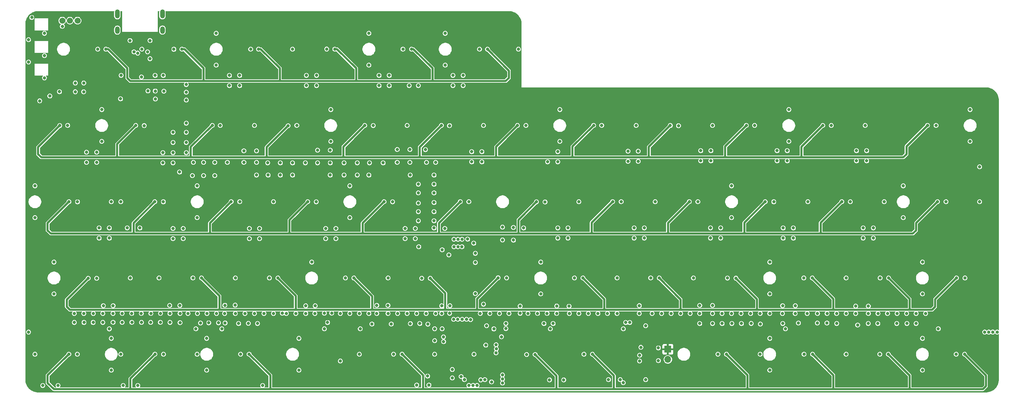
<source format=gbr>
%TF.GenerationSoftware,KiCad,Pcbnew,8.0.5*%
%TF.CreationDate,2024-12-22T14:11:13+01:00*%
%TF.ProjectId,the-nicholas-van V1,7468652d-6e69-4636-986f-6c61732d7661,rev?*%
%TF.SameCoordinates,Original*%
%TF.FileFunction,Copper,L2,Inr*%
%TF.FilePolarity,Positive*%
%FSLAX46Y46*%
G04 Gerber Fmt 4.6, Leading zero omitted, Abs format (unit mm)*
G04 Created by KiCad (PCBNEW 8.0.5) date 2024-12-22 14:11:13*
%MOMM*%
%LPD*%
G01*
G04 APERTURE LIST*
%TA.AperFunction,ComponentPad*%
%ADD10R,1.700000X1.700000*%
%TD*%
%TA.AperFunction,ComponentPad*%
%ADD11O,1.700000X1.700000*%
%TD*%
%TA.AperFunction,ComponentPad*%
%ADD12C,1.500000*%
%TD*%
%TA.AperFunction,ComponentPad*%
%ADD13O,1.200000X2.250000*%
%TD*%
%TA.AperFunction,ComponentPad*%
%ADD14O,1.200000X1.850000*%
%TD*%
%TA.AperFunction,ViaPad*%
%ADD15C,0.800000*%
%TD*%
%TA.AperFunction,Conductor*%
%ADD16C,0.500000*%
%TD*%
G04 APERTURE END LIST*
D10*
%TO.N,+3V3*%
%TO.C,SW1*%
X188887500Y-133687500D03*
D11*
%TO.N,BOOT0*%
X188887500Y-136227500D03*
%TD*%
D12*
%TO.N,GND*%
%TO.C,J3*%
X37787500Y-51593750D03*
%TO.N,ARGB*%
X39687500Y-51593750D03*
%TO.N,+5V*%
X41587500Y-51593750D03*
%TD*%
D13*
%TO.N,GND*%
%TO.C,J4*%
X51530000Y-49950000D03*
D14*
X51530000Y-53950000D03*
D13*
X62770000Y-49950000D03*
D14*
X62770000Y-53950000D03*
%TD*%
D15*
%TO.N,APLEX_EN_PIN_1*%
X143668750Y-127793750D03*
%TO.N,+3V3*%
X177800000Y-131762500D03*
%TO.N,GND*%
X103187500Y-128587500D03*
%TO.N,*%
X50475344Y-122786056D03*
X48023634Y-122797251D03*
%TO.N,GND*%
X214312500Y-130968750D03*
X219075000Y-81756250D03*
X73025000Y-90297000D03*
X181768750Y-124742241D03*
X130692326Y-128558402D03*
X142494000Y-86868000D03*
X132444299Y-124730700D03*
X84455000Y-106045000D03*
X130683000Y-134937500D03*
X199644000Y-84074000D03*
X104775000Y-73818750D03*
X130556000Y-90170000D03*
X200027079Y-122750277D03*
X130556000Y-103378000D03*
X123317000Y-103505000D03*
X65405000Y-106045000D03*
X266700000Y-96837500D03*
X119062500Y-124742241D03*
X211931250Y-124742241D03*
X55117760Y-124719505D03*
X149247390Y-124738163D03*
X75819000Y-90297000D03*
X40781680Y-126989901D03*
X104655601Y-83944962D03*
X106045000Y-103505000D03*
X142875000Y-77787500D03*
X101219000Y-65278000D03*
X130556000Y-97028000D03*
X125857000Y-106045000D03*
X43815000Y-84455000D03*
X128587500Y-124742241D03*
X130713297Y-131550693D03*
X41021910Y-69354541D03*
X119380000Y-65278000D03*
X37084000Y-69342000D03*
X196852079Y-122750277D03*
X106045000Y-106045000D03*
X126206250Y-124742241D03*
X52387500Y-134937500D03*
X126619000Y-97155000D03*
X238935428Y-122908104D03*
X32143750Y-71637500D03*
X196850000Y-127254000D03*
X140843000Y-112014000D03*
X92202000Y-90170000D03*
X68707000Y-82042000D03*
X124524826Y-86976027D03*
X214312500Y-119856250D03*
X71437500Y-100806250D03*
X40765366Y-124732142D03*
X216154000Y-86614000D03*
X221488000Y-127127000D03*
X64645571Y-126994056D03*
X96837500Y-130968750D03*
X76200000Y-62706250D03*
X135100329Y-138757713D03*
X247650000Y-92868750D03*
X71437500Y-92868750D03*
X126238000Y-142621000D03*
X50006250Y-130968750D03*
X216154000Y-84074000D03*
X204787500Y-92868750D03*
X132938914Y-131782800D03*
X184943750Y-124742241D03*
X30956250Y-134937500D03*
X147637500Y-103187500D03*
X214312500Y-138906250D03*
X153998695Y-124719850D03*
X220218000Y-105918000D03*
X230996686Y-124742241D03*
X217487500Y-124742241D03*
X61912500Y-115887500D03*
X47625000Y-81756250D03*
X123825000Y-77787500D03*
X116840000Y-65278000D03*
X43146616Y-124732142D03*
X111918750Y-124742241D03*
X178943000Y-84201000D03*
X71128172Y-128570780D03*
X235760428Y-122908104D03*
X217678000Y-103378000D03*
X157162500Y-119856250D03*
X228615436Y-124742241D03*
X161925000Y-73818750D03*
X68707000Y-84582000D03*
X98425000Y-87122000D03*
X134424722Y-124710503D03*
X82042000Y-67818000D03*
X183356250Y-141287500D03*
X95250000Y-87122000D03*
X29368750Y-61912500D03*
X34652000Y-70431000D03*
X107156250Y-124742241D03*
X160274000Y-127254000D03*
X256381250Y-128587500D03*
X134503087Y-122818544D03*
X181779945Y-122773764D03*
X104775000Y-81756250D03*
X211963000Y-127381000D03*
X140843000Y-109728000D03*
X79502000Y-65278000D03*
X135255000Y-67818000D03*
X123825000Y-124742241D03*
X241300000Y-127254000D03*
X242887500Y-96837500D03*
X150368000Y-103251000D03*
X192087500Y-124742241D03*
X185737500Y-96837500D03*
X171450000Y-124742241D03*
X237617000Y-105918000D03*
X65405000Y-82042000D03*
X67159530Y-127037220D03*
X108077000Y-87122000D03*
X137795000Y-67818000D03*
X68707000Y-69469000D03*
X46355000Y-84455000D03*
X49530000Y-103378000D03*
X33337500Y-54768750D03*
X235966000Y-86614000D03*
X238506000Y-86614000D03*
X52387500Y-96837500D03*
X156379945Y-124719850D03*
X135255000Y-65278000D03*
X226234186Y-124742241D03*
X132449128Y-122829739D03*
X57150000Y-103378000D03*
X60960000Y-65278000D03*
X126619000Y-92456000D03*
X159353250Y-141319250D03*
X124524826Y-83801027D03*
X197104000Y-86614000D03*
X200025000Y-124742241D03*
X121443750Y-124742241D03*
X96837500Y-138906250D03*
X163957000Y-105918000D03*
X140843000Y-119761000D03*
X163957000Y-103378000D03*
X119055920Y-122724483D03*
X62246074Y-126977264D03*
X107156250Y-136635320D03*
X146843750Y-124742241D03*
X142081250Y-124742241D03*
X176212500Y-124742241D03*
X238887000Y-127254000D03*
X166687500Y-96837500D03*
X145475155Y-128600152D03*
X64601415Y-122748835D03*
X43129102Y-67156655D03*
X226187000Y-127127000D03*
X60977995Y-69177863D03*
X200025000Y-127254000D03*
X180975000Y-77787500D03*
X46355000Y-86995000D03*
X252412500Y-138906250D03*
X90487500Y-124742241D03*
X93677936Y-124742241D03*
X219075000Y-73818750D03*
X83080417Y-84114370D03*
X81788000Y-127254000D03*
X247650000Y-100806250D03*
X241315436Y-124742241D03*
X126746000Y-108077000D03*
X80935151Y-122670815D03*
X89027000Y-87122000D03*
X30956250Y-92868750D03*
X70485000Y-86995000D03*
X164256199Y-122934226D03*
X126619000Y-94615000D03*
X115062000Y-127381000D03*
X50006250Y-138906250D03*
X101480601Y-83944962D03*
X130556000Y-101600000D03*
X32893000Y-142748000D03*
X174085250Y-141287500D03*
X123317000Y-106045000D03*
X161417000Y-84328000D03*
X49530000Y-105918000D03*
X49532813Y-128598196D03*
X183007000Y-103378000D03*
X231013000Y-127254000D03*
X151606250Y-58737500D03*
X73025000Y-86995000D03*
X78994000Y-86995000D03*
X35718750Y-119856250D03*
X68707000Y-77216000D03*
X240157000Y-105918000D03*
X196850000Y-124742241D03*
X98551876Y-124738163D03*
X63119000Y-69215000D03*
X85725000Y-77787500D03*
X238506000Y-84074000D03*
X150368000Y-106426000D03*
X59880260Y-124719505D03*
X186531250Y-133350000D03*
X148463000Y-128524000D03*
X119062500Y-115887500D03*
X173831250Y-124742241D03*
X62865000Y-87122000D03*
X195262500Y-115887500D03*
X43115239Y-69354541D03*
X55134074Y-126977264D03*
X252412500Y-111918750D03*
X245999000Y-127254000D03*
X52451000Y-65278000D03*
X103981250Y-127000000D03*
X53975000Y-103378000D03*
X88106250Y-124742241D03*
X111918750Y-134937500D03*
X199517000Y-105918000D03*
X95250000Y-58737500D03*
X161417000Y-105918000D03*
X100874516Y-122839837D03*
X199517000Y-103378000D03*
X176212500Y-115887500D03*
X142494000Y-84328000D03*
X117856000Y-87122000D03*
X29368750Y-56356250D03*
X76759751Y-127079461D03*
X77575445Y-128598196D03*
X264318750Y-73818750D03*
X197104000Y-84074000D03*
X87757000Y-142748000D03*
X45527866Y-124732142D03*
X125857000Y-103505000D03*
X183007000Y-105918000D03*
X152033854Y-124715004D03*
X62865000Y-84582000D03*
X65405000Y-84582000D03*
X67159530Y-124742240D03*
X236243016Y-127624810D03*
X169068750Y-124742241D03*
X181483000Y-86741000D03*
X114300000Y-124742241D03*
X147637500Y-106362500D03*
X264318750Y-81756250D03*
X76267170Y-124738163D03*
X68707000Y-79502000D03*
X104648000Y-90170000D03*
X112118750Y-128587500D03*
X90487500Y-96837500D03*
X43194680Y-126989901D03*
X50006250Y-96837500D03*
X180467000Y-105918000D03*
X217527664Y-122796154D03*
X55653979Y-59380896D03*
X220662500Y-124742241D03*
X47625000Y-73818750D03*
X35718750Y-111918750D03*
X133223000Y-103505000D03*
X116258032Y-122719982D03*
X209550000Y-124742241D03*
X52736510Y-124719505D03*
X47909116Y-124732142D03*
X114427000Y-87122000D03*
X248539000Y-127254000D03*
X59055000Y-59388750D03*
X119888000Y-127381000D03*
X235759186Y-124742241D03*
X238934186Y-124742241D03*
X130556000Y-92456000D03*
X59833074Y-126977264D03*
X98679000Y-67818000D03*
X86995000Y-103505000D03*
X109537500Y-92868750D03*
X144462500Y-124742241D03*
X79502000Y-67818000D03*
X67056000Y-89408000D03*
X132588000Y-108839000D03*
X89154000Y-90170000D03*
X127000000Y-127254000D03*
X135100329Y-140853453D03*
X76200000Y-54768750D03*
X86995000Y-106045000D03*
X74346751Y-127079461D03*
X33337500Y-60325000D03*
X36703000Y-142748000D03*
X161142445Y-124719850D03*
X119380000Y-67818000D03*
X161417000Y-86868000D03*
X73818750Y-130968750D03*
X100821686Y-124742241D03*
X85725000Y-124742241D03*
X142875000Y-122428000D03*
X59687000Y-61118750D03*
X252412500Y-119856250D03*
X178943000Y-86741000D03*
X84215865Y-127190315D03*
X67131688Y-122754778D03*
X162909250Y-141319250D03*
X128951919Y-140379084D03*
X200025000Y-77787500D03*
X86255417Y-86995000D03*
X138938000Y-106172000D03*
X161417000Y-103378000D03*
X92202000Y-87122000D03*
X166687500Y-124742241D03*
X220702664Y-122796154D03*
X65405000Y-87122000D03*
X121349826Y-83801027D03*
X103187500Y-124674500D03*
X103505000Y-106045000D03*
X126619000Y-67818000D03*
X211931250Y-134937500D03*
X62992000Y-65278000D03*
X57547074Y-126977264D03*
X47893680Y-126989901D03*
X126619000Y-101600000D03*
X214312500Y-111918750D03*
X108077000Y-90170000D03*
X57499010Y-124719505D03*
X30956250Y-100806250D03*
X164306250Y-124742241D03*
X75819000Y-86995000D03*
X157988000Y-127254000D03*
X46990000Y-103378000D03*
X130556000Y-94615000D03*
X180467000Y-103378000D03*
X116255839Y-124741895D03*
X139253827Y-142712500D03*
X130556000Y-99314000D03*
X114300000Y-54768750D03*
X33337500Y-65881250D03*
X109537500Y-100806250D03*
X209679976Y-127243260D03*
X68707000Y-67564000D03*
X114300000Y-90170000D03*
X128651000Y-86995000D03*
X202057000Y-105918000D03*
X177006250Y-141287500D03*
X187325000Y-124742241D03*
X80962500Y-115887500D03*
X202438000Y-127254000D03*
X237617000Y-103378000D03*
X266700000Y-88106250D03*
X98679000Y-65278000D03*
X228600000Y-127127000D03*
X78311211Y-124741143D03*
X204787500Y-124742241D03*
X132893238Y-130576950D03*
X65405000Y-103505000D03*
X50465245Y-126955219D03*
X71437500Y-134937500D03*
X111379000Y-87122000D03*
X177800000Y-128587500D03*
X57531000Y-65659000D03*
X223837500Y-96837500D03*
X86255417Y-84114370D03*
X161925000Y-81756250D03*
X248459186Y-124742241D03*
X139954000Y-86868000D03*
X126619000Y-99314000D03*
X207168750Y-124742241D03*
X103505000Y-103505000D03*
X67945000Y-103505000D03*
X252412500Y-130968750D03*
X72263000Y-127127000D03*
X101219000Y-67818000D03*
X218694000Y-84074000D03*
X95250000Y-90170000D03*
X37788255Y-53007786D03*
X217551000Y-127254000D03*
X114300000Y-62706250D03*
X181826874Y-136635320D03*
X218694000Y-86614000D03*
X69123420Y-124738163D03*
X78338052Y-122687609D03*
X54768750Y-115887500D03*
X246077936Y-124742241D03*
X134239000Y-110109000D03*
X128397000Y-83820000D03*
X218225500Y-128587500D03*
X83080417Y-86995000D03*
X129286000Y-142621000D03*
X250825000Y-127254000D03*
X202057000Y-103378000D03*
X124587000Y-90170000D03*
X214312500Y-124742241D03*
X161153640Y-122867056D03*
X133350000Y-62706250D03*
X101480601Y-87119962D03*
X243696686Y-124742241D03*
X73885920Y-124738163D03*
X50456685Y-124730700D03*
X80962500Y-124742241D03*
X124641410Y-127264270D03*
X96059186Y-124742241D03*
X157162500Y-111918750D03*
X223665842Y-124738163D03*
X181483000Y-84201000D03*
X158761195Y-124719850D03*
X194468750Y-124742241D03*
X199644000Y-86614000D03*
X140493750Y-134937500D03*
X30162500Y-50800000D03*
X152908000Y-103378000D03*
X70231000Y-90297000D03*
X56642000Y-142748000D03*
X144890451Y-141826089D03*
X59182000Y-69159697D03*
X133350000Y-54768750D03*
X130937000Y-86995000D03*
X158877000Y-86868000D03*
X233362500Y-134937500D03*
X139954000Y-84328000D03*
X178387997Y-127000000D03*
X86487000Y-127254000D03*
X240157000Y-103378000D03*
X92680732Y-124674500D03*
X217678000Y-105918000D03*
X98545951Y-122839837D03*
X43815000Y-86995000D03*
X83343750Y-124742241D03*
X159543750Y-128587500D03*
X140303303Y-142712500D03*
X116840000Y-67818000D03*
X147370039Y-130561636D03*
X189706250Y-124742241D03*
X253221686Y-124742241D03*
X137795000Y-65278000D03*
X207264000Y-127254000D03*
X84455000Y-103505000D03*
X121349826Y-86976027D03*
X109537500Y-124742241D03*
X78408823Y-127100755D03*
X130968750Y-124742241D03*
X100012500Y-111918750D03*
X73818750Y-138906250D03*
X52721074Y-126977264D03*
X86233000Y-90170000D03*
X60996161Y-71157940D03*
X235966000Y-84074000D03*
X46990000Y-105918000D03*
X204787500Y-100806250D03*
X220218000Y-103378000D03*
X82042000Y-65278000D03*
X71504670Y-124738163D03*
X65405000Y-79502000D03*
X202406250Y-124742241D03*
X52324000Y-71120000D03*
X41035773Y-67156655D03*
X233362500Y-115887500D03*
X68722701Y-71437500D03*
X141287500Y-142712500D03*
X233377936Y-124742241D03*
X238125000Y-77787500D03*
X124333000Y-67818000D03*
X67945000Y-106045000D03*
X140462000Y-107188000D03*
X64629257Y-124736297D03*
X52959000Y-142748000D03*
X111379000Y-90170000D03*
X204851000Y-127254000D03*
X45480680Y-126989901D03*
X152030564Y-122896909D03*
X62261510Y-124719505D03*
X104655601Y-87119962D03*
X250840436Y-124742241D03*
%TO.N,ROW0*%
X67648225Y-58737500D03*
X136485542Y-126222252D03*
X143874401Y-58747746D03*
X86757503Y-58724331D03*
X135514854Y-106200500D03*
X48649298Y-58737499D03*
X124929108Y-58720208D03*
X105777884Y-58720208D03*
X135508999Y-108100000D03*
%TO.N,COL0*%
X41582957Y-96860554D03*
X39127580Y-77772690D03*
X46635844Y-58737499D03*
X41532725Y-134918567D03*
X46355303Y-115955023D03*
%TO.N,COL1*%
X58217004Y-77813436D03*
X65630929Y-58749027D03*
X63022853Y-134927213D03*
X63005962Y-96849027D03*
X70379459Y-115871849D03*
%TO.N,COL2*%
X89465682Y-115870208D03*
X82288991Y-134902917D03*
X84774789Y-58735859D03*
X82061445Y-96837500D03*
X77202641Y-77787499D03*
%TO.N,COL3*%
X96292024Y-77761563D03*
X101142185Y-96860554D03*
X103754824Y-58685626D03*
X105007777Y-124674500D03*
X108437432Y-115880495D03*
%TO.N,COL4*%
X120439224Y-134901276D03*
X127474942Y-115932368D03*
X115362962Y-77803150D03*
X122785011Y-58720208D03*
X120176975Y-96853149D03*
%TO.N,COL5*%
X134391067Y-77813436D03*
X153661931Y-134977445D03*
X139219130Y-96837499D03*
X141907058Y-58737499D03*
X148665196Y-115845913D03*
%TO.N,ROW1*%
X132393944Y-77761563D03*
X113236156Y-77785859D03*
X136514357Y-106200500D03*
X94139281Y-77839373D03*
X189495115Y-77797786D03*
X137576844Y-126222252D03*
X227532152Y-77787499D03*
X75205518Y-77787499D03*
X136509002Y-108100000D03*
X37144866Y-77807272D03*
X170365218Y-77787500D03*
X151353644Y-77787499D03*
X208467224Y-77789140D03*
X253679673Y-77754558D03*
X56116134Y-77787499D03*
%TO.N,COL6*%
X165599800Y-115871849D03*
X158249439Y-96870441D03*
X153480451Y-77787499D03*
X167960477Y-134920209D03*
%TO.N,COL7*%
X184596286Y-115870208D03*
X179387500Y-127000000D03*
X177233637Y-96814445D03*
X172388278Y-77761563D03*
%TO.N,COL8*%
X201384873Y-134904558D03*
X191544111Y-77823723D03*
X196369130Y-96837500D03*
X203751673Y-115904791D03*
%TO.N,COL9*%
X222862633Y-134914845D03*
X222817323Y-115870209D03*
X210542157Y-77754558D03*
X215326911Y-96849027D03*
%TO.N,COL10*%
X229671927Y-77787499D03*
X241848270Y-115870209D03*
X241798159Y-134920208D03*
X234423021Y-96837500D03*
%TO.N,COL11*%
X263025479Y-115879815D03*
X181868857Y-135185820D03*
X260837192Y-134912524D03*
X255806480Y-77771849D03*
X182149500Y-133188114D03*
X258312931Y-96816086D03*
%TO.N,ROW2*%
X194242323Y-96820209D03*
X156122632Y-96853150D03*
X175106830Y-96797154D03*
X118050168Y-96835858D03*
X213200104Y-96831736D03*
X79934638Y-96820209D03*
X137092323Y-96820208D03*
X137509005Y-108100000D03*
X232296214Y-96820209D03*
X256186124Y-96798795D03*
X138644542Y-126222252D03*
X99015378Y-96843263D03*
X39456150Y-96843263D03*
X60879155Y-96831736D03*
X137513860Y-106200500D03*
%TO.N,ROW3*%
X91592489Y-115887499D03*
X224944130Y-115887500D03*
X167726607Y-115889140D03*
X129601749Y-115949659D03*
X186723093Y-115887499D03*
X146538389Y-115828622D03*
X205878480Y-115922082D03*
X72506266Y-115889140D03*
X260898672Y-115862524D03*
X243975077Y-115887500D03*
X135417753Y-126222252D03*
X110564239Y-115897786D03*
X44228496Y-115937732D03*
%TO.N,ROW4*%
X243924966Y-134937499D03*
X262963999Y-134929815D03*
X148463000Y-127254000D03*
X139660542Y-126268511D03*
X39405918Y-134901276D03*
X122566031Y-134918567D03*
X84415798Y-134920208D03*
X155788738Y-134994736D03*
X60896046Y-134909922D03*
X203511680Y-134921849D03*
X170087284Y-134937500D03*
X224989440Y-134932136D03*
%TO.N,+3V3*%
X188912500Y-131762500D03*
X59123526Y-70157988D03*
X144462500Y-138906250D03*
X135100329Y-139757684D03*
X135731250Y-130968750D03*
X103187500Y-131762500D03*
X144462500Y-130968750D03*
X139700000Y-140493750D03*
%TO.N,VCC*%
X59690000Y-56561000D03*
X54700000Y-56561000D03*
%TO.N,BOOT0*%
X186531250Y-136525000D03*
X177763253Y-142044503D03*
%TO.N,APLEX_EN_PIN_1*%
X132556250Y-128587500D03*
%TO.N,D-*%
X57646247Y-58698253D03*
X56600574Y-59701776D03*
%TO.N,AMUX_SEL_2*%
X147637500Y-140104346D03*
X146050000Y-132556250D03*
%TO.N,AMUX_SEL_1*%
X147637500Y-141128944D03*
X146098870Y-133604624D03*
%TO.N,AMUX_SEL_0*%
X147637500Y-142128447D03*
X146008594Y-134600544D03*
%TO.N,ARGB_3V3*%
X29368750Y-129381250D03*
X143447124Y-132659196D03*
%TO.N,ENC1*%
X268969747Y-129381250D03*
X142197500Y-141321702D03*
%TO.N,ENC2*%
X138112500Y-141287500D03*
X269969250Y-129381250D03*
%TO.N,SW1*%
X267970244Y-129381250D03*
X143196230Y-141271283D03*
%TO.N,SW2*%
X137318750Y-140493750D03*
X271062500Y-129381250D03*
%TO.N,APLEX_OUT*%
X129007714Y-127420214D03*
X183348360Y-127829117D03*
%TD*%
D16*
%TO.N,ROW0*%
X148431250Y-66675000D02*
X130175000Y-66675000D01*
X149225000Y-64098346D02*
X149225000Y-65881250D01*
X130175000Y-63500000D02*
X130175000Y-66675000D01*
X86757503Y-58724331D02*
X87299331Y-58724331D01*
X68262500Y-58737500D02*
X73025000Y-63500000D01*
X124929108Y-58720208D02*
X125395208Y-58720208D01*
X92075000Y-63500000D02*
X92075000Y-66675000D01*
X73818750Y-66675000D02*
X92075000Y-66675000D01*
X105777884Y-58720208D02*
X106345208Y-58720208D01*
X125395208Y-58720208D02*
X130175000Y-63500000D01*
X92075000Y-66675000D02*
X111125000Y-66675000D01*
X53975000Y-63500000D02*
X53975000Y-65881250D01*
X48649298Y-58737499D02*
X49212499Y-58737499D01*
X106345208Y-58720208D02*
X111125000Y-63500000D01*
X54768750Y-66675000D02*
X53975000Y-65881250D01*
X111125000Y-66675000D02*
X130175000Y-66675000D01*
X67648225Y-58737500D02*
X68262500Y-58737500D01*
X73025000Y-63500000D02*
X73025000Y-66675000D01*
X73025000Y-66675000D02*
X73818750Y-66675000D01*
X73818750Y-66675000D02*
X54768750Y-66675000D01*
X143874401Y-58747746D02*
X149225000Y-64098346D01*
X148431250Y-66675000D02*
X149225000Y-65881250D01*
X87299331Y-58724331D02*
X92075000Y-63500000D01*
X111125000Y-63500000D02*
X111125000Y-66675000D01*
X49212499Y-58737499D02*
X53975000Y-63500000D01*
%TO.N,ROW1*%
X203200000Y-85725000D02*
X222250000Y-85725000D01*
X165100000Y-83052718D02*
X170365218Y-77787500D01*
X248443750Y-84931250D02*
X248443750Y-82990480D01*
X51593750Y-85725000D02*
X52387500Y-85725000D01*
X184150000Y-83142900D02*
X189495115Y-77797786D01*
X127793750Y-85725000D02*
X146050000Y-85725000D01*
X222250000Y-85725000D02*
X222250000Y-83069650D01*
X248443750Y-82990480D02*
X253679673Y-77754558D01*
X184150000Y-85725000D02*
X203200000Y-85725000D01*
X88767452Y-83211202D02*
X88767452Y-85592452D01*
X69850000Y-83143018D02*
X75205518Y-77787499D01*
X65793861Y-85725000D02*
X65794250Y-85724611D01*
X69850000Y-85725000D02*
X88900000Y-85725000D01*
X165100000Y-85725000D02*
X184150000Y-85725000D01*
X127000000Y-85725000D02*
X127000000Y-83155506D01*
X65794639Y-85725000D02*
X69850000Y-85725000D01*
X56116134Y-77787499D02*
X51473691Y-82429941D01*
X51473691Y-82429941D02*
X51473691Y-85604941D01*
X69850000Y-83143018D02*
X69850000Y-85725000D01*
X146050000Y-85725000D02*
X165100000Y-85725000D01*
X203200000Y-83056364D02*
X208467224Y-77789140D01*
X51473691Y-85604941D02*
X51593750Y-85725000D01*
X222250000Y-85725000D02*
X247650000Y-85725000D01*
X146050000Y-85725000D02*
X146050000Y-83091142D01*
X31750000Y-84931250D02*
X31750000Y-83202138D01*
X203200000Y-85725000D02*
X203200000Y-83056364D01*
X165100000Y-83052718D02*
X165100000Y-85725000D01*
X247650000Y-85725000D02*
X248443750Y-84931250D01*
X65794250Y-85724611D02*
X65794639Y-85725000D01*
X88767452Y-85592452D02*
X88900000Y-85725000D01*
X31750000Y-84931250D02*
X32543750Y-85725000D01*
X94139281Y-77839373D02*
X88767452Y-83211202D01*
X32543750Y-85725000D02*
X52387500Y-85725000D01*
X107156250Y-85725000D02*
X127793750Y-85725000D01*
X107156250Y-85725000D02*
X107950000Y-85725000D01*
X88900000Y-85725000D02*
X107156250Y-85725000D01*
X107950000Y-85725000D02*
X107950000Y-83072014D01*
X146050000Y-83091142D02*
X151353644Y-77787499D01*
X127000000Y-83155506D02*
X132393944Y-77761563D01*
X127000000Y-85725000D02*
X127793750Y-85725000D01*
X31750000Y-83202138D02*
X37144866Y-77807272D01*
X52387500Y-85725000D02*
X65793861Y-85725000D01*
X107950000Y-83072014D02*
X113236156Y-77785859D01*
X184150000Y-85725000D02*
X184150000Y-83142900D01*
X222250000Y-83069650D02*
X227532152Y-77787499D01*
%TO.N,ROW2*%
X194242323Y-96820209D02*
X188912500Y-102150032D01*
X55562500Y-104775000D02*
X55562500Y-102148390D01*
X94456250Y-104775000D02*
X112712500Y-104775000D01*
X34925000Y-104775000D02*
X34131250Y-103981250D01*
X34925000Y-104775000D02*
X55562500Y-104775000D01*
X169862500Y-102041484D02*
X169862500Y-104775000D01*
X74612500Y-104775000D02*
X74612500Y-102142346D01*
X250031250Y-104775000D02*
X250825000Y-103981250D01*
X34131250Y-103981250D02*
X34131250Y-102168162D01*
X55562500Y-104775000D02*
X74612500Y-104775000D01*
X227012500Y-102103923D02*
X227012500Y-104775000D01*
X112712500Y-102173526D02*
X112712500Y-104775000D01*
X131762500Y-104775000D02*
X151606250Y-104775000D01*
X34131250Y-102168162D02*
X39456150Y-96843263D01*
X175106830Y-96797154D02*
X169862500Y-102041484D01*
X188912500Y-104775000D02*
X207962500Y-104775000D01*
X250825000Y-102159919D02*
X250825000Y-103981250D01*
X55562500Y-102148390D02*
X60879155Y-96831736D01*
X151606250Y-104775000D02*
X169862500Y-104775000D01*
X156122632Y-96853150D02*
X152284766Y-100691016D01*
X207962500Y-104775000D02*
X227012500Y-104775000D01*
X207962500Y-102069340D02*
X207962500Y-104775000D01*
X94456250Y-101402391D02*
X94456250Y-104775000D01*
X188912500Y-102150032D02*
X188912500Y-104775000D01*
X151606250Y-101369532D02*
X152284766Y-100691016D01*
X74612500Y-102142346D02*
X79934638Y-96820209D01*
X99015378Y-96843263D02*
X94456250Y-101402391D01*
X74612500Y-104775000D02*
X94456250Y-104775000D01*
X169862500Y-104775000D02*
X188912500Y-104775000D01*
X151606250Y-104775000D02*
X151606250Y-101369532D01*
X213200104Y-96831736D02*
X207962500Y-102069340D01*
X227012500Y-104775000D02*
X250031250Y-104775000D01*
X232296214Y-96820209D02*
X227012500Y-102103923D01*
X118050168Y-96835858D02*
X112712500Y-102173526D01*
X256186124Y-96798795D02*
X250825000Y-102159919D01*
X131762500Y-102150031D02*
X131762500Y-104775000D01*
X112712500Y-104775000D02*
X131762500Y-104775000D01*
X137092323Y-96820208D02*
X131762500Y-102150031D01*
%TO.N,ROW3*%
X186723093Y-115887499D02*
X192087500Y-121251906D01*
X249237500Y-121149923D02*
X249237500Y-123825000D01*
X38893750Y-121272478D02*
X38893750Y-123031250D01*
X205878480Y-115922082D02*
X211137500Y-121181102D01*
X243975077Y-115887500D02*
X249237500Y-121149923D01*
X211137500Y-121181102D02*
X211137500Y-123825000D01*
X254793750Y-123825000D02*
X255587500Y-123031250D01*
X72506266Y-115889140D02*
X76993750Y-120376624D01*
X110564239Y-115897786D02*
X114411352Y-119744898D01*
X114411352Y-119744898D02*
X115093750Y-120427296D01*
X173037500Y-123825000D02*
X192087500Y-123825000D01*
X96043750Y-123825000D02*
X115093750Y-123825000D01*
X230187500Y-121130870D02*
X230187500Y-123825000D01*
X255587500Y-121173696D02*
X255587500Y-123031250D01*
X133350000Y-123825000D02*
X141287500Y-123825000D01*
X249237500Y-123825000D02*
X254793750Y-123825000D01*
X173037500Y-121200033D02*
X173037500Y-123825000D01*
X224944130Y-115887500D02*
X230187500Y-121130870D01*
X96043750Y-120338760D02*
X96043750Y-123825000D01*
X114411352Y-119744898D02*
X115093750Y-120427297D01*
X133350000Y-119697910D02*
X133350000Y-123825000D01*
X38893750Y-123031250D02*
X39687500Y-123825000D01*
X91592489Y-115887499D02*
X96043750Y-120338760D01*
X115093750Y-120427296D02*
X115093750Y-123825000D01*
X230187500Y-123825000D02*
X249237500Y-123825000D01*
X146538389Y-115828622D02*
X141287500Y-121079511D01*
X211137500Y-123825000D02*
X230187500Y-123825000D01*
X76993750Y-123825000D02*
X96043750Y-123825000D01*
X115093750Y-123825000D02*
X133350000Y-123825000D01*
X141287500Y-123825000D02*
X173037500Y-123825000D01*
X129601749Y-115949659D02*
X133350000Y-119697910D01*
X192087500Y-123825000D02*
X211137500Y-123825000D01*
X44228496Y-115937732D02*
X38893750Y-121272478D01*
X141287500Y-121079511D02*
X141287500Y-123825000D01*
X167726607Y-115889140D02*
X173037500Y-121200033D01*
X260898672Y-115862524D02*
X255587500Y-121173696D01*
X76993750Y-120376624D02*
X76993750Y-123825000D01*
X39687500Y-123825000D02*
X76993750Y-123825000D01*
X192087500Y-121251906D02*
X192087500Y-123825000D01*
%TO.N,ROW4*%
X243924966Y-134937499D02*
X249237500Y-140250033D01*
X208756250Y-143668750D02*
X230187500Y-143668750D01*
X127793750Y-140146286D02*
X127793750Y-143668750D01*
X224989440Y-134932136D02*
X230187500Y-140130196D01*
X203511680Y-134921849D02*
X208756250Y-140166419D01*
X34131250Y-140175944D02*
X34131250Y-142081250D01*
X89693750Y-140198160D02*
X89693750Y-143668750D01*
X39405918Y-134901276D02*
X34131250Y-140175944D01*
X60896046Y-134909922D02*
X54768750Y-141037218D01*
X127793750Y-143668750D02*
X161131250Y-143668750D01*
X161131250Y-143668750D02*
X175418750Y-143668750D01*
X262963999Y-134929815D02*
X268287500Y-140253316D01*
X161131250Y-140337248D02*
X161131250Y-143668750D01*
X175418750Y-143668750D02*
X208756250Y-143668750D01*
X230187500Y-140130196D02*
X230187500Y-143668750D01*
X175418750Y-140268966D02*
X175418750Y-143668750D01*
X230187500Y-143668750D02*
X267493750Y-143668750D01*
X35718750Y-143668750D02*
X54768750Y-143668750D01*
X249237500Y-140250033D02*
X249237500Y-143668750D01*
X170087284Y-134937500D02*
X175418750Y-140268966D01*
X122566031Y-134918567D02*
X127793750Y-140146286D01*
X34131250Y-142081250D02*
X35718750Y-143668750D01*
X268287500Y-140253316D02*
X268287500Y-142875000D01*
X54768750Y-143668750D02*
X89693750Y-143668750D01*
X54768750Y-141037218D02*
X54768750Y-143668750D01*
X89693750Y-143668750D02*
X127793750Y-143668750D01*
X84415798Y-134920208D02*
X89693750Y-140198160D01*
X155788738Y-134994736D02*
X161131250Y-140337248D01*
X268287500Y-142875000D02*
X267493750Y-143668750D01*
X208756250Y-140166419D02*
X208756250Y-143668750D01*
%TD*%
%TA.AperFunction,Conductor*%
%TO.N,+3V3*%
G36*
X50750205Y-49215868D02*
G01*
X50753573Y-49224000D01*
X50753352Y-49226243D01*
X50729500Y-49346158D01*
X50729500Y-50553840D01*
X50760262Y-50708493D01*
X50760262Y-50708496D01*
X50798164Y-50800000D01*
X50820606Y-50854179D01*
X50908211Y-50985289D01*
X51019711Y-51096789D01*
X51150821Y-51184394D01*
X51296503Y-51244737D01*
X51451158Y-51275500D01*
X51451160Y-51275500D01*
X51608840Y-51275500D01*
X51608842Y-51275500D01*
X51763497Y-51244737D01*
X51909179Y-51184394D01*
X52040289Y-51096789D01*
X52151789Y-50985289D01*
X52239394Y-50854179D01*
X52299737Y-50708497D01*
X52330500Y-50553842D01*
X52330500Y-49346158D01*
X52328090Y-49334042D01*
X52306648Y-49226243D01*
X52308365Y-49217611D01*
X52315684Y-49212721D01*
X52317927Y-49212500D01*
X52674792Y-49212500D01*
X52682924Y-49215868D01*
X52686291Y-49223999D01*
X52686084Y-49796454D01*
X52684424Y-54374949D01*
X52684425Y-54374950D01*
X61625054Y-54374950D01*
X61625253Y-53546158D01*
X61969500Y-53546158D01*
X61969500Y-54353842D01*
X61973699Y-54374950D01*
X62000262Y-54508493D01*
X62000262Y-54508496D01*
X62043130Y-54611988D01*
X62060606Y-54654179D01*
X62148211Y-54785289D01*
X62259711Y-54896789D01*
X62390821Y-54984394D01*
X62536503Y-55044737D01*
X62691158Y-55075500D01*
X62691160Y-55075500D01*
X62848840Y-55075500D01*
X62848842Y-55075500D01*
X63003497Y-55044737D01*
X63149179Y-54984394D01*
X63280289Y-54896789D01*
X63391789Y-54785289D01*
X63402840Y-54768750D01*
X75594318Y-54768750D01*
X75614956Y-54925512D01*
X75675464Y-55071591D01*
X75771718Y-55197032D01*
X75897159Y-55293286D01*
X76043238Y-55353794D01*
X76200000Y-55374432D01*
X76356762Y-55353794D01*
X76502841Y-55293286D01*
X76628282Y-55197032D01*
X76724536Y-55071591D01*
X76785044Y-54925512D01*
X76805682Y-54768750D01*
X113694318Y-54768750D01*
X113714956Y-54925512D01*
X113775464Y-55071591D01*
X113871718Y-55197032D01*
X113997159Y-55293286D01*
X114143238Y-55353794D01*
X114300000Y-55374432D01*
X114456762Y-55353794D01*
X114602841Y-55293286D01*
X114728282Y-55197032D01*
X114824536Y-55071591D01*
X114885044Y-54925512D01*
X114905682Y-54768750D01*
X132744318Y-54768750D01*
X132764956Y-54925512D01*
X132825464Y-55071591D01*
X132921718Y-55197032D01*
X133047159Y-55293286D01*
X133193238Y-55353794D01*
X133350000Y-55374432D01*
X133506762Y-55353794D01*
X133652841Y-55293286D01*
X133778282Y-55197032D01*
X133874536Y-55071591D01*
X133935044Y-54925512D01*
X133955682Y-54768750D01*
X133935044Y-54611988D01*
X133874536Y-54465909D01*
X133778282Y-54340468D01*
X133652841Y-54244214D01*
X133506762Y-54183706D01*
X133350000Y-54163068D01*
X133193238Y-54183706D01*
X133047159Y-54244214D01*
X132921718Y-54340468D01*
X132825464Y-54465909D01*
X132764956Y-54611988D01*
X132744318Y-54768750D01*
X114905682Y-54768750D01*
X114885044Y-54611988D01*
X114824536Y-54465909D01*
X114728282Y-54340468D01*
X114602841Y-54244214D01*
X114456762Y-54183706D01*
X114300000Y-54163068D01*
X114143238Y-54183706D01*
X113997159Y-54244214D01*
X113871718Y-54340468D01*
X113775464Y-54465909D01*
X113714956Y-54611988D01*
X113694318Y-54768750D01*
X76805682Y-54768750D01*
X76785044Y-54611988D01*
X76724536Y-54465909D01*
X76628282Y-54340468D01*
X76502841Y-54244214D01*
X76356762Y-54183706D01*
X76200000Y-54163068D01*
X76043238Y-54183706D01*
X75897159Y-54244214D01*
X75771718Y-54340468D01*
X75675464Y-54465909D01*
X75614956Y-54611988D01*
X75594318Y-54768750D01*
X63402840Y-54768750D01*
X63479394Y-54654179D01*
X63539737Y-54508497D01*
X63570500Y-54353842D01*
X63570500Y-53546158D01*
X63539737Y-53391503D01*
X63479394Y-53245821D01*
X63391789Y-53114711D01*
X63280289Y-53003211D01*
X63280285Y-53003208D01*
X63149181Y-52915607D01*
X63003495Y-52855262D01*
X62910366Y-52836737D01*
X62848842Y-52824500D01*
X62691158Y-52824500D01*
X62614357Y-52839776D01*
X62536506Y-52855262D01*
X62536503Y-52855262D01*
X62390818Y-52915607D01*
X62259714Y-53003208D01*
X62148208Y-53114714D01*
X62060607Y-53245818D01*
X62000262Y-53391503D01*
X62000262Y-53391506D01*
X61991398Y-53436068D01*
X61969500Y-53546158D01*
X61625253Y-53546158D01*
X61626293Y-49223996D01*
X61629663Y-49215866D01*
X61637793Y-49212500D01*
X61982073Y-49212500D01*
X61990205Y-49215868D01*
X61993573Y-49224000D01*
X61993352Y-49226243D01*
X61969500Y-49346158D01*
X61969500Y-50553840D01*
X62000262Y-50708493D01*
X62000262Y-50708496D01*
X62038164Y-50800000D01*
X62060606Y-50854179D01*
X62148211Y-50985289D01*
X62259711Y-51096789D01*
X62390821Y-51184394D01*
X62536503Y-51244737D01*
X62691158Y-51275500D01*
X62691160Y-51275500D01*
X62848840Y-51275500D01*
X62848842Y-51275500D01*
X63003497Y-51244737D01*
X63149179Y-51184394D01*
X63280289Y-51096789D01*
X63391789Y-50985289D01*
X63479394Y-50854179D01*
X63539737Y-50708497D01*
X63570500Y-50553842D01*
X63570500Y-49346158D01*
X63568090Y-49334042D01*
X63546648Y-49226243D01*
X63548365Y-49217611D01*
X63555684Y-49212721D01*
X63557927Y-49212500D01*
X149224909Y-49212500D01*
X149225071Y-49212501D01*
X149402595Y-49214995D01*
X149403721Y-49215066D01*
X149756615Y-49254836D01*
X149757865Y-49255049D01*
X150104008Y-49334061D01*
X150105244Y-49334418D01*
X150440353Y-49451685D01*
X150441545Y-49452179D01*
X150761427Y-49606231D01*
X150762539Y-49606846D01*
X151063159Y-49795742D01*
X151064206Y-49796485D01*
X151341780Y-50017845D01*
X151342742Y-50018704D01*
X151593795Y-50269757D01*
X151594654Y-50270719D01*
X151816014Y-50548293D01*
X151816759Y-50549344D01*
X151974016Y-50799612D01*
X152005648Y-50849952D01*
X152006272Y-50851080D01*
X152160320Y-51170954D01*
X152160814Y-51172146D01*
X152278081Y-51507255D01*
X152278438Y-51508494D01*
X152357448Y-51854624D01*
X152357664Y-51855895D01*
X152397433Y-52208778D01*
X152397504Y-52209904D01*
X152399999Y-52387428D01*
X152400000Y-52387589D01*
X152400000Y-68262500D01*
X161925000Y-68262500D01*
X235346875Y-68262500D01*
X248046875Y-68262500D01*
X268287410Y-68262500D01*
X268287571Y-68262501D01*
X268465096Y-68264989D01*
X268466223Y-68265060D01*
X268819120Y-68304821D01*
X268820370Y-68305034D01*
X269166518Y-68384040D01*
X269167752Y-68384396D01*
X269502872Y-68501659D01*
X269504057Y-68502150D01*
X269823948Y-68656202D01*
X269825059Y-68656816D01*
X270125684Y-68845711D01*
X270126727Y-68846451D01*
X270384100Y-69051700D01*
X270404308Y-69067815D01*
X270405270Y-69068674D01*
X270656325Y-69319729D01*
X270657184Y-69320691D01*
X270878545Y-69598268D01*
X270879290Y-69599319D01*
X271034262Y-69845956D01*
X271068178Y-69899932D01*
X271068802Y-69901060D01*
X271222847Y-70220938D01*
X271223341Y-70222130D01*
X271340602Y-70557245D01*
X271340959Y-70558484D01*
X271419963Y-70904619D01*
X271420179Y-70905890D01*
X271459939Y-71258776D01*
X271460010Y-71259903D01*
X271462499Y-71437428D01*
X271462500Y-71437589D01*
X271462500Y-128907945D01*
X271459132Y-128916077D01*
X271451000Y-128919445D01*
X271443999Y-128917069D01*
X271395404Y-128879782D01*
X271365341Y-128856714D01*
X271219262Y-128796206D01*
X271062500Y-128775568D01*
X270905738Y-128796206D01*
X270759659Y-128856714D01*
X270634218Y-128952968D01*
X270537964Y-129078409D01*
X270526500Y-129106086D01*
X270520276Y-129112310D01*
X270511474Y-129112310D01*
X270505250Y-129106086D01*
X270500789Y-129095316D01*
X270493786Y-129078409D01*
X270397532Y-128952968D01*
X270272091Y-128856714D01*
X270126012Y-128796206D01*
X269969250Y-128775568D01*
X269812488Y-128796206D01*
X269666409Y-128856714D01*
X269540968Y-128952968D01*
X269478622Y-129034218D01*
X269470999Y-129038619D01*
X269462497Y-129036341D01*
X269460374Y-129034218D01*
X269433397Y-128999061D01*
X269398029Y-128952968D01*
X269272588Y-128856714D01*
X269126509Y-128796206D01*
X268969747Y-128775568D01*
X268812985Y-128796206D01*
X268666906Y-128856714D01*
X268541465Y-128952968D01*
X268479119Y-129034218D01*
X268471496Y-129038619D01*
X268462994Y-129036341D01*
X268460871Y-129034218D01*
X268433894Y-128999061D01*
X268398526Y-128952968D01*
X268273085Y-128856714D01*
X268127006Y-128796206D01*
X267970244Y-128775568D01*
X267813482Y-128796206D01*
X267667403Y-128856714D01*
X267541962Y-128952968D01*
X267445708Y-129078409D01*
X267385200Y-129224488D01*
X267364562Y-129381250D01*
X267385200Y-129538012D01*
X267445708Y-129684091D01*
X267541962Y-129809532D01*
X267667403Y-129905786D01*
X267813482Y-129966294D01*
X267970244Y-129986932D01*
X268127006Y-129966294D01*
X268273085Y-129905786D01*
X268398526Y-129809532D01*
X268460872Y-129728279D01*
X268468494Y-129723879D01*
X268476996Y-129726157D01*
X268479116Y-129728277D01*
X268541465Y-129809532D01*
X268666906Y-129905786D01*
X268812985Y-129966294D01*
X268969747Y-129986932D01*
X269126509Y-129966294D01*
X269272588Y-129905786D01*
X269398029Y-129809532D01*
X269460375Y-129728279D01*
X269467997Y-129723879D01*
X269476499Y-129726157D01*
X269478619Y-129728277D01*
X269540968Y-129809532D01*
X269666409Y-129905786D01*
X269812488Y-129966294D01*
X269969250Y-129986932D01*
X270126012Y-129966294D01*
X270272091Y-129905786D01*
X270397532Y-129809532D01*
X270493786Y-129684091D01*
X270505250Y-129656412D01*
X270511474Y-129650189D01*
X270520276Y-129650189D01*
X270526499Y-129656412D01*
X270537964Y-129684091D01*
X270634218Y-129809532D01*
X270759659Y-129905786D01*
X270905738Y-129966294D01*
X271062500Y-129986932D01*
X271219262Y-129966294D01*
X271365341Y-129905786D01*
X271444000Y-129845428D01*
X271452501Y-129843151D01*
X271460124Y-129847552D01*
X271462500Y-129854553D01*
X271462500Y-141287410D01*
X271462499Y-141287571D01*
X271460010Y-141465096D01*
X271459939Y-141466223D01*
X271420179Y-141819109D01*
X271419963Y-141820380D01*
X271340959Y-142166515D01*
X271340602Y-142167754D01*
X271223341Y-142502869D01*
X271222847Y-142504061D01*
X271068802Y-142823939D01*
X271068178Y-142825067D01*
X270879291Y-143125679D01*
X270878545Y-143126731D01*
X270657184Y-143404308D01*
X270656325Y-143405270D01*
X270405270Y-143656325D01*
X270404308Y-143657184D01*
X270126731Y-143878545D01*
X270125679Y-143879291D01*
X269825067Y-144068178D01*
X269823939Y-144068802D01*
X269504061Y-144222847D01*
X269502869Y-144223341D01*
X269167754Y-144340602D01*
X269166515Y-144340959D01*
X268820380Y-144419963D01*
X268819109Y-144420179D01*
X268466223Y-144459939D01*
X268465096Y-144460010D01*
X268287571Y-144462499D01*
X268287410Y-144462500D01*
X31750090Y-144462500D01*
X31749929Y-144462499D01*
X31572403Y-144460010D01*
X31571276Y-144459939D01*
X31218390Y-144420179D01*
X31217119Y-144419963D01*
X30870984Y-144340959D01*
X30869745Y-144340602D01*
X30534630Y-144223341D01*
X30533438Y-144222847D01*
X30268036Y-144095036D01*
X30213558Y-144068800D01*
X30212432Y-144068178D01*
X29911820Y-143879291D01*
X29910768Y-143878545D01*
X29633191Y-143657184D01*
X29632229Y-143656325D01*
X29381174Y-143405270D01*
X29380315Y-143404308D01*
X29231860Y-143218152D01*
X29158951Y-143126727D01*
X29158208Y-143125679D01*
X29109953Y-143048881D01*
X28969316Y-142825059D01*
X28968702Y-142823948D01*
X28932127Y-142748000D01*
X32287318Y-142748000D01*
X32307956Y-142904762D01*
X32368464Y-143050841D01*
X32464718Y-143176282D01*
X32590159Y-143272536D01*
X32736238Y-143333044D01*
X32893000Y-143353682D01*
X33049762Y-143333044D01*
X33195841Y-143272536D01*
X33321282Y-143176282D01*
X33417536Y-143050841D01*
X33478044Y-142904762D01*
X33498682Y-142748000D01*
X33478044Y-142591238D01*
X33417536Y-142445159D01*
X33321282Y-142319718D01*
X33195841Y-142223464D01*
X33049762Y-142162956D01*
X32893000Y-142142318D01*
X32736238Y-142162956D01*
X32590159Y-142223464D01*
X32464718Y-142319718D01*
X32368464Y-142445159D01*
X32307956Y-142591238D01*
X32287318Y-142748000D01*
X28932127Y-142748000D01*
X28814650Y-142504057D01*
X28814158Y-142502869D01*
X28759737Y-142347343D01*
X28696896Y-142167752D01*
X28696540Y-142166515D01*
X28691017Y-142142318D01*
X28617534Y-141820370D01*
X28617321Y-141819120D01*
X28577560Y-141466223D01*
X28577489Y-141465096D01*
X28575001Y-141287571D01*
X28575000Y-141287410D01*
X28575000Y-140116635D01*
X33680750Y-140116635D01*
X33680750Y-142140559D01*
X33688037Y-142167754D01*
X33704963Y-142230923D01*
X33711449Y-142255131D01*
X33711453Y-142255141D01*
X33770617Y-142357616D01*
X33770761Y-142357864D01*
X35442136Y-144029239D01*
X35544863Y-144088549D01*
X35569076Y-144095036D01*
X35659441Y-144119250D01*
X267553059Y-144119250D01*
X267643423Y-144095036D01*
X267667637Y-144088549D01*
X267770364Y-144029239D01*
X268647989Y-143151614D01*
X268707299Y-143048887D01*
X268729785Y-142964967D01*
X268738000Y-142934309D01*
X268738000Y-140194007D01*
X268707299Y-140079430D01*
X268662628Y-140002058D01*
X268647989Y-139976702D01*
X263567677Y-134896390D01*
X263564407Y-134889759D01*
X263549043Y-134773053D01*
X263488535Y-134626974D01*
X263392281Y-134501533D01*
X263266840Y-134405279D01*
X263120761Y-134344771D01*
X262963999Y-134324133D01*
X262807237Y-134344771D01*
X262661158Y-134405279D01*
X262535717Y-134501533D01*
X262439463Y-134626974D01*
X262378955Y-134773053D01*
X262358317Y-134929815D01*
X262378955Y-135086577D01*
X262439463Y-135232656D01*
X262535717Y-135358097D01*
X262661158Y-135454351D01*
X262807237Y-135514859D01*
X262923944Y-135530223D01*
X262930574Y-135533493D01*
X267833632Y-140436551D01*
X267837000Y-140444683D01*
X267837000Y-142683633D01*
X267833632Y-142691765D01*
X267310515Y-143214882D01*
X267302383Y-143218250D01*
X249699500Y-143218250D01*
X249691368Y-143214882D01*
X249688000Y-143206750D01*
X249688000Y-140190724D01*
X249680668Y-140163360D01*
X249657299Y-140076147D01*
X249654262Y-140070887D01*
X249597990Y-139973419D01*
X248530821Y-138906250D01*
X251806818Y-138906250D01*
X251827456Y-139063012D01*
X251887964Y-139209091D01*
X251984218Y-139334532D01*
X252109659Y-139430786D01*
X252255738Y-139491294D01*
X252412500Y-139511932D01*
X252569262Y-139491294D01*
X252715341Y-139430786D01*
X252840782Y-139334532D01*
X252937036Y-139209091D01*
X252997544Y-139063012D01*
X253018182Y-138906250D01*
X252997544Y-138749488D01*
X252937036Y-138603409D01*
X252840782Y-138477968D01*
X252715341Y-138381714D01*
X252569262Y-138321206D01*
X252412500Y-138300568D01*
X252255738Y-138321206D01*
X252109659Y-138381714D01*
X251984218Y-138477968D01*
X251887964Y-138603409D01*
X251827456Y-138749488D01*
X251806818Y-138906250D01*
X248530821Y-138906250D01*
X244528643Y-134904073D01*
X244525374Y-134897444D01*
X244514064Y-134811535D01*
X250812000Y-134811535D01*
X250812000Y-135063464D01*
X250851409Y-135312282D01*
X250929257Y-135551875D01*
X250929258Y-135551878D01*
X250929259Y-135551879D01*
X251043630Y-135776345D01*
X251191707Y-135980156D01*
X251369844Y-136158293D01*
X251573655Y-136306370D01*
X251798121Y-136420741D01*
X252037715Y-136498590D01*
X252162126Y-136518295D01*
X252286536Y-136538000D01*
X252286538Y-136538000D01*
X252538464Y-136538000D01*
X252637991Y-136522236D01*
X252787285Y-136498590D01*
X253026879Y-136420741D01*
X253251345Y-136306370D01*
X253455156Y-136158293D01*
X253633293Y-135980156D01*
X253781370Y-135776345D01*
X253895741Y-135551879D01*
X253973590Y-135312285D01*
X254008122Y-135094260D01*
X254013000Y-135063464D01*
X254013000Y-134912524D01*
X260231510Y-134912524D01*
X260252148Y-135069286D01*
X260312656Y-135215365D01*
X260408910Y-135340806D01*
X260534351Y-135437060D01*
X260680430Y-135497568D01*
X260837192Y-135518206D01*
X260993954Y-135497568D01*
X261140033Y-135437060D01*
X261265474Y-135340806D01*
X261361728Y-135215365D01*
X261422236Y-135069286D01*
X261442874Y-134912524D01*
X261422236Y-134755762D01*
X261361728Y-134609683D01*
X261265474Y-134484242D01*
X261140033Y-134387988D01*
X260993954Y-134327480D01*
X260837192Y-134306842D01*
X260680430Y-134327480D01*
X260534351Y-134387988D01*
X260408910Y-134484242D01*
X260312656Y-134609683D01*
X260252148Y-134755762D01*
X260231510Y-134912524D01*
X254013000Y-134912524D01*
X254013000Y-134811535D01*
X253983768Y-134626974D01*
X253973590Y-134562715D01*
X253895741Y-134323121D01*
X253781370Y-134098655D01*
X253633293Y-133894844D01*
X253455156Y-133716707D01*
X253251345Y-133568630D01*
X253026879Y-133454259D01*
X253026878Y-133454258D01*
X253026875Y-133454257D01*
X252787282Y-133376409D01*
X252538464Y-133337000D01*
X252538462Y-133337000D01*
X252286538Y-133337000D01*
X252286536Y-133337000D01*
X252037717Y-133376409D01*
X251798124Y-133454257D01*
X251573653Y-133568631D01*
X251369844Y-133716707D01*
X251191707Y-133894844D01*
X251043631Y-134098653D01*
X250929257Y-134323124D01*
X250851409Y-134562717D01*
X250812000Y-134811535D01*
X244514064Y-134811535D01*
X244510010Y-134780737D01*
X244449502Y-134634658D01*
X244353248Y-134509217D01*
X244227807Y-134412963D01*
X244081728Y-134352455D01*
X243924966Y-134331817D01*
X243768204Y-134352455D01*
X243622125Y-134412963D01*
X243496684Y-134509217D01*
X243400430Y-134634658D01*
X243339922Y-134780737D01*
X243319284Y-134937499D01*
X243339922Y-135094261D01*
X243400430Y-135240340D01*
X243496684Y-135365781D01*
X243622125Y-135462035D01*
X243768204Y-135522543D01*
X243884911Y-135537907D01*
X243891541Y-135541177D01*
X248783632Y-140433268D01*
X248787000Y-140441400D01*
X248787000Y-143206750D01*
X248783632Y-143214882D01*
X248775500Y-143218250D01*
X230649500Y-143218250D01*
X230641368Y-143214882D01*
X230638000Y-143206750D01*
X230638000Y-140070887D01*
X230607691Y-139957772D01*
X230607299Y-139956310D01*
X230607299Y-139956309D01*
X230547989Y-139853582D01*
X225631907Y-134937500D01*
X232756818Y-134937500D01*
X232777456Y-135094262D01*
X232837964Y-135240341D01*
X232934218Y-135365782D01*
X233059659Y-135462036D01*
X233205738Y-135522544D01*
X233362500Y-135543182D01*
X233519262Y-135522544D01*
X233665341Y-135462036D01*
X233790782Y-135365782D01*
X233887036Y-135240341D01*
X233947544Y-135094262D01*
X233968182Y-134937500D01*
X233965905Y-134920208D01*
X241192477Y-134920208D01*
X241213115Y-135076970D01*
X241273623Y-135223049D01*
X241369877Y-135348490D01*
X241495318Y-135444744D01*
X241641397Y-135505252D01*
X241798159Y-135525890D01*
X241954921Y-135505252D01*
X242101000Y-135444744D01*
X242226441Y-135348490D01*
X242322695Y-135223049D01*
X242383203Y-135076970D01*
X242403841Y-134920208D01*
X242383203Y-134763446D01*
X242322695Y-134617367D01*
X242226441Y-134491926D01*
X242101000Y-134395672D01*
X241954921Y-134335164D01*
X241798159Y-134314526D01*
X241641397Y-134335164D01*
X241495318Y-134395672D01*
X241369877Y-134491926D01*
X241273623Y-134617367D01*
X241213115Y-134763446D01*
X241192477Y-134920208D01*
X233965905Y-134920208D01*
X233947544Y-134780738D01*
X233887036Y-134634659D01*
X233790782Y-134509218D01*
X233665341Y-134412964D01*
X233519262Y-134352456D01*
X233362500Y-134331818D01*
X233205738Y-134352456D01*
X233059659Y-134412964D01*
X232934218Y-134509218D01*
X232837964Y-134634659D01*
X232777456Y-134780738D01*
X232756818Y-134937500D01*
X225631907Y-134937500D01*
X225593118Y-134898711D01*
X225589848Y-134892080D01*
X225574484Y-134775374D01*
X225513976Y-134629295D01*
X225417722Y-134503854D01*
X225292281Y-134407600D01*
X225146202Y-134347092D01*
X224989440Y-134326454D01*
X224832678Y-134347092D01*
X224686599Y-134407600D01*
X224561158Y-134503854D01*
X224464904Y-134629295D01*
X224404396Y-134775374D01*
X224383758Y-134932136D01*
X224404396Y-135088898D01*
X224464904Y-135234977D01*
X224561158Y-135360418D01*
X224686599Y-135456672D01*
X224832678Y-135517180D01*
X224949385Y-135532544D01*
X224956015Y-135535814D01*
X229733632Y-140313431D01*
X229737000Y-140321563D01*
X229737000Y-143206750D01*
X229733632Y-143214882D01*
X229725500Y-143218250D01*
X209218250Y-143218250D01*
X209210118Y-143214882D01*
X209206750Y-143206750D01*
X209206750Y-140107110D01*
X209176441Y-139993995D01*
X209176049Y-139992533D01*
X209176049Y-139992532D01*
X209116739Y-139889805D01*
X208133184Y-138906250D01*
X213706818Y-138906250D01*
X213727456Y-139063012D01*
X213787964Y-139209091D01*
X213884218Y-139334532D01*
X214009659Y-139430786D01*
X214155738Y-139491294D01*
X214312500Y-139511932D01*
X214469262Y-139491294D01*
X214615341Y-139430786D01*
X214740782Y-139334532D01*
X214837036Y-139209091D01*
X214897544Y-139063012D01*
X214918182Y-138906250D01*
X214897544Y-138749488D01*
X214837036Y-138603409D01*
X214740782Y-138477968D01*
X214615341Y-138381714D01*
X214469262Y-138321206D01*
X214312500Y-138300568D01*
X214155738Y-138321206D01*
X214009659Y-138381714D01*
X213884218Y-138477968D01*
X213787964Y-138603409D01*
X213727456Y-138749488D01*
X213706818Y-138906250D01*
X208133184Y-138906250D01*
X204164434Y-134937500D01*
X211325568Y-134937500D01*
X211346206Y-135094262D01*
X211406714Y-135240341D01*
X211502968Y-135365782D01*
X211628409Y-135462036D01*
X211774488Y-135522544D01*
X211931250Y-135543182D01*
X212088012Y-135522544D01*
X212234091Y-135462036D01*
X212359532Y-135365782D01*
X212455786Y-135240341D01*
X212516294Y-135094262D01*
X212536932Y-134937500D01*
X212520348Y-134811535D01*
X212712000Y-134811535D01*
X212712000Y-135063464D01*
X212751409Y-135312282D01*
X212829257Y-135551875D01*
X212829258Y-135551878D01*
X212829259Y-135551879D01*
X212943630Y-135776345D01*
X213091707Y-135980156D01*
X213269844Y-136158293D01*
X213473655Y-136306370D01*
X213698121Y-136420741D01*
X213937715Y-136498590D01*
X214062126Y-136518295D01*
X214186536Y-136538000D01*
X214186538Y-136538000D01*
X214438464Y-136538000D01*
X214537991Y-136522236D01*
X214687285Y-136498590D01*
X214926879Y-136420741D01*
X215151345Y-136306370D01*
X215355156Y-136158293D01*
X215533293Y-135980156D01*
X215681370Y-135776345D01*
X215795741Y-135551879D01*
X215873590Y-135312285D01*
X215908122Y-135094260D01*
X215913000Y-135063464D01*
X215913000Y-134914845D01*
X222256951Y-134914845D01*
X222277589Y-135071607D01*
X222338097Y-135217686D01*
X222434351Y-135343127D01*
X222559792Y-135439381D01*
X222705871Y-135499889D01*
X222862633Y-135520527D01*
X223019395Y-135499889D01*
X223165474Y-135439381D01*
X223290915Y-135343127D01*
X223387169Y-135217686D01*
X223447677Y-135071607D01*
X223468315Y-134914845D01*
X223447677Y-134758083D01*
X223387169Y-134612004D01*
X223290915Y-134486563D01*
X223165474Y-134390309D01*
X223019395Y-134329801D01*
X222862633Y-134309163D01*
X222705871Y-134329801D01*
X222559792Y-134390309D01*
X222434351Y-134486563D01*
X222338097Y-134612004D01*
X222277589Y-134758083D01*
X222256951Y-134914845D01*
X215913000Y-134914845D01*
X215913000Y-134811535D01*
X215883768Y-134626974D01*
X215873590Y-134562715D01*
X215795741Y-134323121D01*
X215681370Y-134098655D01*
X215533293Y-133894844D01*
X215355156Y-133716707D01*
X215151345Y-133568630D01*
X214926879Y-133454259D01*
X214926878Y-133454258D01*
X214926875Y-133454257D01*
X214687282Y-133376409D01*
X214438464Y-133337000D01*
X214438462Y-133337000D01*
X214186538Y-133337000D01*
X214186536Y-133337000D01*
X213937717Y-133376409D01*
X213698124Y-133454257D01*
X213473653Y-133568631D01*
X213269844Y-133716707D01*
X213091707Y-133894844D01*
X212943631Y-134098653D01*
X212829257Y-134323124D01*
X212751409Y-134562717D01*
X212712000Y-134811535D01*
X212520348Y-134811535D01*
X212516294Y-134780738D01*
X212455786Y-134634659D01*
X212359532Y-134509218D01*
X212234091Y-134412964D01*
X212088012Y-134352456D01*
X211931250Y-134331818D01*
X211774488Y-134352456D01*
X211628409Y-134412964D01*
X211502968Y-134509218D01*
X211406714Y-134634659D01*
X211346206Y-134780738D01*
X211325568Y-134937500D01*
X204164434Y-134937500D01*
X204115358Y-134888424D01*
X204112088Y-134881793D01*
X204111391Y-134876497D01*
X204096724Y-134765087D01*
X204036216Y-134619008D01*
X203939962Y-134493567D01*
X203814521Y-134397313D01*
X203668442Y-134336805D01*
X203511680Y-134316167D01*
X203354918Y-134336805D01*
X203208839Y-134397313D01*
X203083398Y-134493567D01*
X202987144Y-134619008D01*
X202926636Y-134765087D01*
X202905998Y-134921849D01*
X202926636Y-135078611D01*
X202987144Y-135224690D01*
X203083398Y-135350131D01*
X203208839Y-135446385D01*
X203354918Y-135506893D01*
X203471625Y-135522257D01*
X203478255Y-135525527D01*
X208302382Y-140349654D01*
X208305750Y-140357786D01*
X208305750Y-143206750D01*
X208302382Y-143214882D01*
X208294250Y-143218250D01*
X175880750Y-143218250D01*
X175872618Y-143214882D01*
X175869250Y-143206750D01*
X175869250Y-141287500D01*
X176400568Y-141287500D01*
X176421206Y-141444262D01*
X176481714Y-141590341D01*
X176577968Y-141715782D01*
X176703409Y-141812036D01*
X176849488Y-141872544D01*
X177006250Y-141893182D01*
X177163012Y-141872544D01*
X177163299Y-141872424D01*
X177163455Y-141872424D01*
X177163743Y-141872348D01*
X177163763Y-141872424D01*
X177172099Y-141872420D01*
X177178327Y-141878639D01*
X177178333Y-141886993D01*
X177178404Y-141887012D01*
X177178333Y-141887273D01*
X177178334Y-141887438D01*
X177178209Y-141887741D01*
X177157571Y-142044503D01*
X177178209Y-142201265D01*
X177238717Y-142347344D01*
X177334971Y-142472785D01*
X177460412Y-142569039D01*
X177606491Y-142629547D01*
X177763253Y-142650185D01*
X177920015Y-142629547D01*
X178066094Y-142569039D01*
X178191535Y-142472785D01*
X178287789Y-142347344D01*
X178348297Y-142201265D01*
X178368935Y-142044503D01*
X178348297Y-141887741D01*
X178287789Y-141741662D01*
X178191535Y-141616221D01*
X178066094Y-141519967D01*
X177920015Y-141459459D01*
X177763253Y-141438821D01*
X177606491Y-141459459D01*
X177606488Y-141459459D01*
X177606488Y-141459460D01*
X177606188Y-141459584D01*
X177606023Y-141459583D01*
X177605762Y-141459654D01*
X177605743Y-141459583D01*
X177597386Y-141459576D01*
X177591168Y-141453346D01*
X177591174Y-141445013D01*
X177591098Y-141444993D01*
X177591174Y-141444705D01*
X177591174Y-141444549D01*
X177591294Y-141444262D01*
X177611932Y-141287500D01*
X182750568Y-141287500D01*
X182771206Y-141444262D01*
X182831714Y-141590341D01*
X182927968Y-141715782D01*
X183053409Y-141812036D01*
X183199488Y-141872544D01*
X183356250Y-141893182D01*
X183513012Y-141872544D01*
X183659091Y-141812036D01*
X183784532Y-141715782D01*
X183880786Y-141590341D01*
X183941294Y-141444262D01*
X183961932Y-141287500D01*
X183941294Y-141130738D01*
X183880786Y-140984659D01*
X183784532Y-140859218D01*
X183659091Y-140762964D01*
X183513012Y-140702456D01*
X183356250Y-140681818D01*
X183199488Y-140702456D01*
X183053409Y-140762964D01*
X182927968Y-140859218D01*
X182831714Y-140984659D01*
X182771206Y-141130738D01*
X182750568Y-141287500D01*
X177611932Y-141287500D01*
X177591294Y-141130738D01*
X177530786Y-140984659D01*
X177434532Y-140859218D01*
X177309091Y-140762964D01*
X177163012Y-140702456D01*
X177006250Y-140681818D01*
X176849488Y-140702456D01*
X176703409Y-140762964D01*
X176577968Y-140859218D01*
X176481714Y-140984659D01*
X176421206Y-141130738D01*
X176400568Y-141287500D01*
X175869250Y-141287500D01*
X175869250Y-140209657D01*
X175850277Y-140138851D01*
X175838549Y-140095080D01*
X175829696Y-140079746D01*
X175779240Y-139992353D01*
X172422207Y-136635320D01*
X181221192Y-136635320D01*
X181241830Y-136792082D01*
X181302338Y-136938161D01*
X181398592Y-137063602D01*
X181524033Y-137159856D01*
X181670112Y-137220364D01*
X181826874Y-137241002D01*
X181983636Y-137220364D01*
X182129715Y-137159856D01*
X182255156Y-137063602D01*
X182351410Y-136938161D01*
X182411918Y-136792082D01*
X182432556Y-136635320D01*
X182418032Y-136525000D01*
X185925568Y-136525000D01*
X185946206Y-136681762D01*
X186006714Y-136827841D01*
X186102968Y-136953282D01*
X186228409Y-137049536D01*
X186374488Y-137110044D01*
X186531250Y-137130682D01*
X186688012Y-137110044D01*
X186834091Y-137049536D01*
X186959532Y-136953282D01*
X187055786Y-136827841D01*
X187116294Y-136681762D01*
X187136932Y-136525000D01*
X187116294Y-136368238D01*
X187057998Y-136227500D01*
X187831917Y-136227500D01*
X187852200Y-136433434D01*
X187852200Y-136433436D01*
X187852201Y-136433438D01*
X187912266Y-136631447D01*
X187912269Y-136631457D01*
X187998126Y-136792082D01*
X188009815Y-136813950D01*
X188141090Y-136973910D01*
X188301050Y-137105185D01*
X188483546Y-137202732D01*
X188681566Y-137262800D01*
X188887500Y-137283083D01*
X189093434Y-137262800D01*
X189291454Y-137202732D01*
X189473950Y-137105185D01*
X189633910Y-136973910D01*
X189765185Y-136813950D01*
X189862732Y-136631454D01*
X189922800Y-136433434D01*
X189943083Y-136227500D01*
X189922800Y-136021566D01*
X189862732Y-135823546D01*
X189845603Y-135791501D01*
X189765186Y-135641052D01*
X189765185Y-135641050D01*
X189633910Y-135481090D01*
X189473950Y-135349815D01*
X189473948Y-135349814D01*
X189473947Y-135349813D01*
X189291457Y-135252269D01*
X189291447Y-135252266D01*
X189234452Y-135234977D01*
X189218220Y-135230053D01*
X189093438Y-135192201D01*
X189093436Y-135192200D01*
X189093434Y-135192200D01*
X188887500Y-135171917D01*
X188681566Y-135192200D01*
X188681563Y-135192200D01*
X188681561Y-135192201D01*
X188483552Y-135252266D01*
X188483542Y-135252269D01*
X188301052Y-135349813D01*
X188141090Y-135481090D01*
X188009813Y-135641052D01*
X187912269Y-135823542D01*
X187912266Y-135823552D01*
X187852201Y-136021561D01*
X187852200Y-136021563D01*
X187852200Y-136021566D01*
X187831917Y-136227500D01*
X187057998Y-136227500D01*
X187055786Y-136222159D01*
X186959532Y-136096718D01*
X186834091Y-136000464D01*
X186688012Y-135939956D01*
X186531250Y-135919318D01*
X186374488Y-135939956D01*
X186228409Y-136000464D01*
X186102968Y-136096718D01*
X186006714Y-136222159D01*
X185946206Y-136368238D01*
X185925568Y-136525000D01*
X182418032Y-136525000D01*
X182411918Y-136478558D01*
X182351410Y-136332479D01*
X182255156Y-136207038D01*
X182129715Y-136110784D01*
X181983636Y-136050276D01*
X181826874Y-136029638D01*
X181670112Y-136050276D01*
X181524033Y-136110784D01*
X181398592Y-136207038D01*
X181302338Y-136332479D01*
X181241830Y-136478558D01*
X181221192Y-136635320D01*
X172422207Y-136635320D01*
X170972707Y-135185820D01*
X181263175Y-135185820D01*
X181283813Y-135342582D01*
X181344321Y-135488661D01*
X181440575Y-135614102D01*
X181566016Y-135710356D01*
X181712095Y-135770864D01*
X181868857Y-135791502D01*
X182025619Y-135770864D01*
X182171698Y-135710356D01*
X182297139Y-135614102D01*
X182393393Y-135488661D01*
X182453901Y-135342582D01*
X182474539Y-135185820D01*
X182453901Y-135029058D01*
X182393393Y-134882979D01*
X182297139Y-134757538D01*
X182171698Y-134661284D01*
X182025619Y-134600776D01*
X181868857Y-134580138D01*
X181712095Y-134600776D01*
X181566016Y-134661284D01*
X181440575Y-134757538D01*
X181344321Y-134882979D01*
X181283813Y-135029058D01*
X181263175Y-135185820D01*
X170972707Y-135185820D01*
X170690962Y-134904075D01*
X170687692Y-134897444D01*
X170687692Y-134897443D01*
X170672328Y-134780738D01*
X170611820Y-134634659D01*
X170515566Y-134509218D01*
X170390125Y-134412964D01*
X170244046Y-134352456D01*
X170087284Y-134331818D01*
X169930522Y-134352456D01*
X169784443Y-134412964D01*
X169659002Y-134509218D01*
X169562748Y-134634659D01*
X169502240Y-134780738D01*
X169481602Y-134937500D01*
X169502240Y-135094262D01*
X169562748Y-135240341D01*
X169659002Y-135365782D01*
X169784443Y-135462036D01*
X169930522Y-135522544D01*
X170047229Y-135537908D01*
X170053859Y-135541178D01*
X174964882Y-140452201D01*
X174968250Y-140460333D01*
X174968250Y-143206750D01*
X174964882Y-143214882D01*
X174956750Y-143218250D01*
X161593250Y-143218250D01*
X161585118Y-143214882D01*
X161581750Y-143206750D01*
X161581750Y-141319250D01*
X162303568Y-141319250D01*
X162324206Y-141476012D01*
X162384714Y-141622091D01*
X162480968Y-141747532D01*
X162606409Y-141843786D01*
X162752488Y-141904294D01*
X162909250Y-141924932D01*
X163066012Y-141904294D01*
X163212091Y-141843786D01*
X163337532Y-141747532D01*
X163433786Y-141622091D01*
X163494294Y-141476012D01*
X163514932Y-141319250D01*
X163510752Y-141287500D01*
X173479568Y-141287500D01*
X173500206Y-141444262D01*
X173560714Y-141590341D01*
X173656968Y-141715782D01*
X173782409Y-141812036D01*
X173928488Y-141872544D01*
X174085250Y-141893182D01*
X174242012Y-141872544D01*
X174388091Y-141812036D01*
X174513532Y-141715782D01*
X174609786Y-141590341D01*
X174670294Y-141444262D01*
X174690932Y-141287500D01*
X174670294Y-141130738D01*
X174609786Y-140984659D01*
X174513532Y-140859218D01*
X174388091Y-140762964D01*
X174242012Y-140702456D01*
X174085250Y-140681818D01*
X173928488Y-140702456D01*
X173782409Y-140762964D01*
X173656968Y-140859218D01*
X173560714Y-140984659D01*
X173500206Y-141130738D01*
X173479568Y-141287500D01*
X163510752Y-141287500D01*
X163494294Y-141162488D01*
X163433786Y-141016409D01*
X163337532Y-140890968D01*
X163212091Y-140794714D01*
X163066012Y-140734206D01*
X162909250Y-140713568D01*
X162752488Y-140734206D01*
X162606409Y-140794714D01*
X162480968Y-140890968D01*
X162384714Y-141016409D01*
X162324206Y-141162488D01*
X162303568Y-141319250D01*
X161581750Y-141319250D01*
X161581750Y-140277939D01*
X161551441Y-140164824D01*
X161551049Y-140163362D01*
X161551049Y-140163361D01*
X161491739Y-140060634D01*
X156392416Y-134961311D01*
X156389146Y-134954680D01*
X156384608Y-134920209D01*
X167354795Y-134920209D01*
X167375433Y-135076971D01*
X167435941Y-135223050D01*
X167532195Y-135348491D01*
X167657636Y-135444745D01*
X167803715Y-135505253D01*
X167960477Y-135525891D01*
X168117239Y-135505253D01*
X168263318Y-135444745D01*
X168388759Y-135348491D01*
X168485013Y-135223050D01*
X168545521Y-135076971D01*
X168566159Y-134920209D01*
X168545521Y-134763447D01*
X168485013Y-134617368D01*
X168388759Y-134491927D01*
X168263318Y-134395673D01*
X168117239Y-134335165D01*
X167960477Y-134314527D01*
X167803715Y-134335165D01*
X167657636Y-134395673D01*
X167532195Y-134491927D01*
X167435941Y-134617368D01*
X167375433Y-134763447D01*
X167354795Y-134920209D01*
X156384608Y-134920209D01*
X156373782Y-134837974D01*
X156313274Y-134691895D01*
X156217020Y-134566454D01*
X156091579Y-134470200D01*
X155945500Y-134409692D01*
X155788738Y-134389054D01*
X155631976Y-134409692D01*
X155485897Y-134470200D01*
X155360456Y-134566454D01*
X155264202Y-134691895D01*
X155203694Y-134837974D01*
X155183056Y-134994736D01*
X155203694Y-135151498D01*
X155264202Y-135297577D01*
X155360456Y-135423018D01*
X155485897Y-135519272D01*
X155631976Y-135579780D01*
X155748683Y-135595144D01*
X155755313Y-135598414D01*
X160677382Y-140520483D01*
X160680750Y-140528615D01*
X160680750Y-143206750D01*
X160677382Y-143214882D01*
X160669250Y-143218250D01*
X141648702Y-143218250D01*
X141640570Y-143214882D01*
X141637202Y-143206750D01*
X141640570Y-143198618D01*
X141641701Y-143197626D01*
X141644300Y-143195631D01*
X141715782Y-143140782D01*
X141812036Y-143015341D01*
X141872544Y-142869262D01*
X141893182Y-142712500D01*
X141872544Y-142555738D01*
X141812036Y-142409659D01*
X141715782Y-142284218D01*
X141590341Y-142187964D01*
X141444262Y-142127456D01*
X141287500Y-142106818D01*
X141130738Y-142127456D01*
X140984659Y-142187964D01*
X140859217Y-142284218D01*
X140859214Y-142284221D01*
X140804524Y-142355494D01*
X140796902Y-142359895D01*
X140788400Y-142357616D01*
X140786277Y-142355494D01*
X140758825Y-142319718D01*
X140731585Y-142284218D01*
X140606144Y-142187964D01*
X140460065Y-142127456D01*
X140303303Y-142106818D01*
X140146541Y-142127456D01*
X140000462Y-142187964D01*
X139875021Y-142284218D01*
X139787689Y-142398031D01*
X139780066Y-142402432D01*
X139771564Y-142400154D01*
X139769441Y-142398031D01*
X139730546Y-142347343D01*
X139682109Y-142284218D01*
X139556668Y-142187964D01*
X139410589Y-142127456D01*
X139253827Y-142106818D01*
X139097065Y-142127456D01*
X138950986Y-142187964D01*
X138825545Y-142284218D01*
X138729291Y-142409659D01*
X138668783Y-142555738D01*
X138648145Y-142712500D01*
X138668783Y-142869262D01*
X138729291Y-143015341D01*
X138825545Y-143140782D01*
X138871809Y-143176281D01*
X138899626Y-143197626D01*
X138904027Y-143205249D01*
X138901749Y-143213751D01*
X138894126Y-143218152D01*
X138892625Y-143218250D01*
X129471108Y-143218250D01*
X129462976Y-143214882D01*
X129459608Y-143206750D01*
X129462976Y-143198618D01*
X129466704Y-143196126D01*
X129588841Y-143145536D01*
X129714282Y-143049282D01*
X129810536Y-142923841D01*
X129871044Y-142777762D01*
X129891682Y-142621000D01*
X129871044Y-142464238D01*
X129810536Y-142318159D01*
X129714282Y-142192718D01*
X129588841Y-142096464D01*
X129442762Y-142035956D01*
X129286000Y-142015318D01*
X129129238Y-142035956D01*
X128983159Y-142096464D01*
X128857718Y-142192718D01*
X128761464Y-142318159D01*
X128700956Y-142464238D01*
X128680318Y-142621000D01*
X128700956Y-142777762D01*
X128761464Y-142923841D01*
X128857718Y-143049282D01*
X128983159Y-143145536D01*
X129105294Y-143196126D01*
X129111517Y-143202349D01*
X129111517Y-143211151D01*
X129105293Y-143217375D01*
X129100892Y-143218250D01*
X128255750Y-143218250D01*
X128247618Y-143214882D01*
X128244250Y-143206750D01*
X128244250Y-140379084D01*
X128346237Y-140379084D01*
X128366875Y-140535846D01*
X128427383Y-140681925D01*
X128523637Y-140807366D01*
X128649078Y-140903620D01*
X128795157Y-140964128D01*
X128951919Y-140984766D01*
X129108681Y-140964128D01*
X129254760Y-140903620D01*
X129320139Y-140853453D01*
X134494647Y-140853453D01*
X134515285Y-141010215D01*
X134575793Y-141156294D01*
X134672047Y-141281735D01*
X134797488Y-141377989D01*
X134943567Y-141438497D01*
X135100329Y-141459135D01*
X135257091Y-141438497D01*
X135403170Y-141377989D01*
X135528611Y-141281735D01*
X135624865Y-141156294D01*
X135685373Y-141010215D01*
X135706011Y-140853453D01*
X135685373Y-140696691D01*
X135624865Y-140550612D01*
X135581233Y-140493750D01*
X136713068Y-140493750D01*
X136733706Y-140650512D01*
X136794214Y-140796591D01*
X136890468Y-140922032D01*
X137015909Y-141018286D01*
X137161988Y-141078794D01*
X137318750Y-141099432D01*
X137475512Y-141078794D01*
X137538536Y-141052688D01*
X137547337Y-141052688D01*
X137553561Y-141058912D01*
X137553561Y-141067714D01*
X137527456Y-141130738D01*
X137506818Y-141287500D01*
X137527456Y-141444262D01*
X137587964Y-141590341D01*
X137684218Y-141715782D01*
X137809659Y-141812036D01*
X137955738Y-141872544D01*
X138112500Y-141893182D01*
X138269262Y-141872544D01*
X138415341Y-141812036D01*
X138540782Y-141715782D01*
X138637036Y-141590341D01*
X138697544Y-141444262D01*
X138713679Y-141321702D01*
X141591818Y-141321702D01*
X141612456Y-141478464D01*
X141672964Y-141624543D01*
X141769218Y-141749984D01*
X141894659Y-141846238D01*
X142040738Y-141906746D01*
X142197500Y-141927384D01*
X142354262Y-141906746D01*
X142500341Y-141846238D01*
X142625782Y-141749984D01*
X142707085Y-141644026D01*
X142714707Y-141639626D01*
X142723209Y-141641904D01*
X142725330Y-141644025D01*
X142767948Y-141699565D01*
X142893389Y-141795819D01*
X143039468Y-141856327D01*
X143196230Y-141876965D01*
X143352992Y-141856327D01*
X143425993Y-141826089D01*
X144284769Y-141826089D01*
X144305407Y-141982851D01*
X144365915Y-142128930D01*
X144462169Y-142254371D01*
X144587610Y-142350625D01*
X144733689Y-142411133D01*
X144890451Y-142431771D01*
X145047213Y-142411133D01*
X145193292Y-142350625D01*
X145318733Y-142254371D01*
X145414987Y-142128930D01*
X145475495Y-141982851D01*
X145496133Y-141826089D01*
X145475495Y-141669327D01*
X145414987Y-141523248D01*
X145318733Y-141397807D01*
X145193292Y-141301553D01*
X145047213Y-141241045D01*
X144890451Y-141220407D01*
X144733689Y-141241045D01*
X144587610Y-141301553D01*
X144462169Y-141397807D01*
X144365915Y-141523248D01*
X144305407Y-141669327D01*
X144284769Y-141826089D01*
X143425993Y-141826089D01*
X143499071Y-141795819D01*
X143624512Y-141699565D01*
X143720766Y-141574124D01*
X143781274Y-141428045D01*
X143801912Y-141271283D01*
X143781274Y-141114521D01*
X143720766Y-140968442D01*
X143624512Y-140843001D01*
X143499071Y-140746747D01*
X143352992Y-140686239D01*
X143196230Y-140665601D01*
X143039468Y-140686239D01*
X142893389Y-140746747D01*
X142767947Y-140843001D01*
X142767944Y-140843004D01*
X142686643Y-140948956D01*
X142679021Y-140953357D01*
X142670519Y-140951078D01*
X142668398Y-140948958D01*
X142625782Y-140893420D01*
X142500341Y-140797166D01*
X142354262Y-140736658D01*
X142197500Y-140716020D01*
X142040738Y-140736658D01*
X141894659Y-140797166D01*
X141769218Y-140893420D01*
X141672964Y-141018861D01*
X141612456Y-141164940D01*
X141591818Y-141321702D01*
X138713679Y-141321702D01*
X138718182Y-141287500D01*
X138697544Y-141130738D01*
X138637036Y-140984659D01*
X138540782Y-140859218D01*
X138415341Y-140762964D01*
X138269262Y-140702456D01*
X138112500Y-140681818D01*
X137955738Y-140702456D01*
X137892714Y-140728561D01*
X137883912Y-140728561D01*
X137877688Y-140722337D01*
X137877688Y-140713535D01*
X137882277Y-140702456D01*
X137903794Y-140650512D01*
X137924432Y-140493750D01*
X137903794Y-140336988D01*
X137843286Y-140190909D01*
X137776864Y-140104346D01*
X147031818Y-140104346D01*
X147052456Y-140261108D01*
X147112964Y-140407187D01*
X147209218Y-140532628D01*
X147284738Y-140590576D01*
X147306820Y-140607521D01*
X147311221Y-140615144D01*
X147308943Y-140623646D01*
X147306820Y-140625769D01*
X147228014Y-140686239D01*
X147209218Y-140700662D01*
X147112964Y-140826103D01*
X147052456Y-140972182D01*
X147031818Y-141128944D01*
X147052456Y-141285706D01*
X147112964Y-141431785D01*
X147209218Y-141557226D01*
X147252375Y-141590341D01*
X147290468Y-141619571D01*
X147294869Y-141627194D01*
X147292591Y-141635696D01*
X147290468Y-141637819D01*
X147210001Y-141699564D01*
X147209218Y-141700165D01*
X147112964Y-141825606D01*
X147052456Y-141971685D01*
X147031818Y-142128447D01*
X147052456Y-142285209D01*
X147112964Y-142431288D01*
X147209218Y-142556729D01*
X147334659Y-142652983D01*
X147480738Y-142713491D01*
X147637500Y-142734129D01*
X147794262Y-142713491D01*
X147940341Y-142652983D01*
X148065782Y-142556729D01*
X148162036Y-142431288D01*
X148222544Y-142285209D01*
X148243182Y-142128447D01*
X148222544Y-141971685D01*
X148162036Y-141825606D01*
X148065782Y-141700165D01*
X147984529Y-141637818D01*
X147980129Y-141630196D01*
X147982407Y-141621694D01*
X147984527Y-141619573D01*
X148065782Y-141557226D01*
X148162036Y-141431785D01*
X148208650Y-141319250D01*
X158747568Y-141319250D01*
X158768206Y-141476012D01*
X158828714Y-141622091D01*
X158924968Y-141747532D01*
X159050409Y-141843786D01*
X159196488Y-141904294D01*
X159353250Y-141924932D01*
X159510012Y-141904294D01*
X159656091Y-141843786D01*
X159781532Y-141747532D01*
X159877786Y-141622091D01*
X159938294Y-141476012D01*
X159958932Y-141319250D01*
X159938294Y-141162488D01*
X159877786Y-141016409D01*
X159781532Y-140890968D01*
X159656091Y-140794714D01*
X159510012Y-140734206D01*
X159353250Y-140713568D01*
X159196488Y-140734206D01*
X159050409Y-140794714D01*
X158924968Y-140890968D01*
X158828714Y-141016409D01*
X158768206Y-141162488D01*
X158747568Y-141319250D01*
X148208650Y-141319250D01*
X148222544Y-141285706D01*
X148243182Y-141128944D01*
X148222544Y-140972182D01*
X148162036Y-140826103D01*
X148065782Y-140700662D01*
X147968177Y-140625767D01*
X147963777Y-140618146D01*
X147966055Y-140609644D01*
X147968175Y-140607523D01*
X148065782Y-140532628D01*
X148162036Y-140407187D01*
X148222544Y-140261108D01*
X148243182Y-140104346D01*
X148222544Y-139947584D01*
X148162036Y-139801505D01*
X148065782Y-139676064D01*
X147940341Y-139579810D01*
X147794262Y-139519302D01*
X147637500Y-139498664D01*
X147480738Y-139519302D01*
X147334659Y-139579810D01*
X147209218Y-139676064D01*
X147112964Y-139801505D01*
X147052456Y-139947584D01*
X147031818Y-140104346D01*
X137776864Y-140104346D01*
X137747032Y-140065468D01*
X137621591Y-139969214D01*
X137475512Y-139908706D01*
X137318750Y-139888068D01*
X137161988Y-139908706D01*
X137015909Y-139969214D01*
X136890468Y-140065468D01*
X136794214Y-140190909D01*
X136733706Y-140336988D01*
X136713068Y-140493750D01*
X135581233Y-140493750D01*
X135528611Y-140425171D01*
X135403170Y-140328917D01*
X135257091Y-140268409D01*
X135100329Y-140247771D01*
X134943567Y-140268409D01*
X134797488Y-140328917D01*
X134672047Y-140425171D01*
X134575793Y-140550612D01*
X134515285Y-140696691D01*
X134494647Y-140853453D01*
X129320139Y-140853453D01*
X129380201Y-140807366D01*
X129476455Y-140681925D01*
X129536963Y-140535846D01*
X129557601Y-140379084D01*
X129536963Y-140222322D01*
X129476455Y-140076243D01*
X129380201Y-139950802D01*
X129254760Y-139854548D01*
X129108681Y-139794040D01*
X128951919Y-139773402D01*
X128795157Y-139794040D01*
X128649078Y-139854548D01*
X128523637Y-139950802D01*
X128427383Y-140076243D01*
X128366875Y-140222322D01*
X128346237Y-140379084D01*
X128244250Y-140379084D01*
X128244250Y-140086977D01*
X128214546Y-139976120D01*
X128213550Y-139972404D01*
X128213549Y-139972399D01*
X128154239Y-139869672D01*
X127042280Y-138757713D01*
X134494647Y-138757713D01*
X134515285Y-138914475D01*
X134575793Y-139060554D01*
X134672047Y-139185995D01*
X134797488Y-139282249D01*
X134943567Y-139342757D01*
X135100329Y-139363395D01*
X135257091Y-139342757D01*
X135403170Y-139282249D01*
X135528611Y-139185995D01*
X135624865Y-139060554D01*
X135685373Y-138914475D01*
X135706011Y-138757713D01*
X135685373Y-138600951D01*
X135624865Y-138454872D01*
X135528611Y-138329431D01*
X135403170Y-138233177D01*
X135257091Y-138172669D01*
X135100329Y-138152031D01*
X134943567Y-138172669D01*
X134797488Y-138233177D01*
X134672047Y-138329431D01*
X134575793Y-138454872D01*
X134515285Y-138600951D01*
X134494647Y-138757713D01*
X127042280Y-138757713D01*
X123222067Y-134937500D01*
X130077318Y-134937500D01*
X130097956Y-135094262D01*
X130158464Y-135240341D01*
X130254718Y-135365782D01*
X130380159Y-135462036D01*
X130526238Y-135522544D01*
X130683000Y-135543182D01*
X130839762Y-135522544D01*
X130985841Y-135462036D01*
X131111282Y-135365782D01*
X131207536Y-135240341D01*
X131268044Y-135094262D01*
X131288682Y-134937500D01*
X139888068Y-134937500D01*
X139908706Y-135094262D01*
X139969214Y-135240341D01*
X140065468Y-135365782D01*
X140190909Y-135462036D01*
X140336988Y-135522544D01*
X140493750Y-135543182D01*
X140650512Y-135522544D01*
X140796591Y-135462036D01*
X140922032Y-135365782D01*
X141018286Y-135240341D01*
X141078794Y-135094262D01*
X141099432Y-134937500D01*
X141078794Y-134780738D01*
X141018286Y-134634659D01*
X140992109Y-134600544D01*
X145402912Y-134600544D01*
X145423550Y-134757306D01*
X145484058Y-134903385D01*
X145580312Y-135028826D01*
X145705753Y-135125080D01*
X145851832Y-135185588D01*
X146008594Y-135206226D01*
X146165356Y-135185588D01*
X146311435Y-135125080D01*
X146436876Y-135028826D01*
X146476302Y-134977445D01*
X153056249Y-134977445D01*
X153076887Y-135134207D01*
X153137395Y-135280286D01*
X153233649Y-135405727D01*
X153359090Y-135501981D01*
X153505169Y-135562489D01*
X153661931Y-135583127D01*
X153818693Y-135562489D01*
X153964772Y-135501981D01*
X154090213Y-135405727D01*
X154186467Y-135280286D01*
X154246975Y-135134207D01*
X154267613Y-134977445D01*
X154246975Y-134820683D01*
X154186467Y-134674604D01*
X154090213Y-134549163D01*
X153964772Y-134452909D01*
X153818693Y-134392401D01*
X153661931Y-134371763D01*
X153505169Y-134392401D01*
X153359090Y-134452909D01*
X153233649Y-134549163D01*
X153137395Y-134674604D01*
X153076887Y-134820683D01*
X153056249Y-134977445D01*
X146476302Y-134977445D01*
X146533130Y-134903385D01*
X146593638Y-134757306D01*
X146614276Y-134600544D01*
X146593638Y-134443782D01*
X146533130Y-134297703D01*
X146436876Y-134172262D01*
X146403098Y-134146343D01*
X146398697Y-134138720D01*
X146400975Y-134130218D01*
X146403094Y-134128098D01*
X146527152Y-134032906D01*
X146623406Y-133907465D01*
X146683914Y-133761386D01*
X146704552Y-133604624D01*
X146683914Y-133447862D01*
X146623406Y-133301783D01*
X146536185Y-133188114D01*
X181543818Y-133188114D01*
X181564456Y-133344876D01*
X181624964Y-133490955D01*
X181721218Y-133616396D01*
X181846659Y-133712650D01*
X181992738Y-133773158D01*
X182149500Y-133793796D01*
X182306262Y-133773158D01*
X182452341Y-133712650D01*
X182577782Y-133616396D01*
X182674036Y-133490955D01*
X182732422Y-133350000D01*
X185925568Y-133350000D01*
X185946206Y-133506762D01*
X186006714Y-133652841D01*
X186102968Y-133778282D01*
X186228409Y-133874536D01*
X186374488Y-133935044D01*
X186531250Y-133955682D01*
X186688012Y-133935044D01*
X186834091Y-133874536D01*
X186959532Y-133778282D01*
X187055786Y-133652841D01*
X187116294Y-133506762D01*
X187136932Y-133350000D01*
X187116294Y-133193238D01*
X187055786Y-133047159D01*
X186959532Y-132921718D01*
X186834091Y-132825464D01*
X186747679Y-132789671D01*
X187537500Y-132789671D01*
X187537500Y-133437499D01*
X187537501Y-133437500D01*
X188454488Y-133437500D01*
X188421575Y-133494507D01*
X188387500Y-133621674D01*
X188387500Y-133753326D01*
X188421575Y-133880493D01*
X188454488Y-133937500D01*
X187537501Y-133937500D01*
X187537500Y-133937501D01*
X187537500Y-134585328D01*
X187543901Y-134644874D01*
X187594147Y-134779588D01*
X187594149Y-134779591D01*
X187680309Y-134894686D01*
X187680313Y-134894690D01*
X187795408Y-134980850D01*
X187795411Y-134980852D01*
X187930125Y-135031098D01*
X187989671Y-135037500D01*
X188637499Y-135037500D01*
X188637500Y-135037499D01*
X188637500Y-134120512D01*
X188694507Y-134153425D01*
X188821674Y-134187500D01*
X188953326Y-134187500D01*
X189080493Y-134153425D01*
X189137500Y-134120512D01*
X189137500Y-135037499D01*
X189137501Y-135037500D01*
X189785329Y-135037500D01*
X189844874Y-135031098D01*
X189979588Y-134980852D01*
X189979591Y-134980850D01*
X190094686Y-134894690D01*
X190094690Y-134894686D01*
X190156937Y-134811535D01*
X191280750Y-134811535D01*
X191280750Y-135063464D01*
X191320159Y-135312282D01*
X191398007Y-135551875D01*
X191398008Y-135551878D01*
X191398009Y-135551879D01*
X191512380Y-135776345D01*
X191660457Y-135980156D01*
X191838594Y-136158293D01*
X192042405Y-136306370D01*
X192266871Y-136420741D01*
X192506465Y-136498590D01*
X192630876Y-136518295D01*
X192755286Y-136538000D01*
X192755288Y-136538000D01*
X193007214Y-136538000D01*
X193106741Y-136522236D01*
X193256035Y-136498590D01*
X193495629Y-136420741D01*
X193720095Y-136306370D01*
X193923906Y-136158293D01*
X194102043Y-135980156D01*
X194250120Y-135776345D01*
X194364491Y-135551879D01*
X194442340Y-135312285D01*
X194476872Y-135094260D01*
X194481750Y-135063464D01*
X194481750Y-134904558D01*
X200779191Y-134904558D01*
X200799829Y-135061320D01*
X200860337Y-135207399D01*
X200956591Y-135332840D01*
X201082032Y-135429094D01*
X201228111Y-135489602D01*
X201384873Y-135510240D01*
X201541635Y-135489602D01*
X201687714Y-135429094D01*
X201813155Y-135332840D01*
X201909409Y-135207399D01*
X201969917Y-135061320D01*
X201990555Y-134904558D01*
X201969917Y-134747796D01*
X201909409Y-134601717D01*
X201813155Y-134476276D01*
X201687714Y-134380022D01*
X201541635Y-134319514D01*
X201384873Y-134298876D01*
X201228111Y-134319514D01*
X201082032Y-134380022D01*
X200956591Y-134476276D01*
X200860337Y-134601717D01*
X200799829Y-134747796D01*
X200779191Y-134904558D01*
X194481750Y-134904558D01*
X194481750Y-134811535D01*
X194452518Y-134626974D01*
X194442340Y-134562715D01*
X194364491Y-134323121D01*
X194250120Y-134098655D01*
X194102043Y-133894844D01*
X193923906Y-133716707D01*
X193720095Y-133568630D01*
X193495629Y-133454259D01*
X193495628Y-133454258D01*
X193495625Y-133454257D01*
X193256032Y-133376409D01*
X193007214Y-133337000D01*
X193007212Y-133337000D01*
X192755288Y-133337000D01*
X192755286Y-133337000D01*
X192506467Y-133376409D01*
X192266874Y-133454257D01*
X192042403Y-133568631D01*
X191838594Y-133716707D01*
X191660457Y-133894844D01*
X191512381Y-134098653D01*
X191398007Y-134323124D01*
X191320159Y-134562717D01*
X191280750Y-134811535D01*
X190156937Y-134811535D01*
X190180850Y-134779591D01*
X190180852Y-134779588D01*
X190231098Y-134644874D01*
X190237500Y-134585328D01*
X190237500Y-133937501D01*
X190237499Y-133937500D01*
X189320512Y-133937500D01*
X189353425Y-133880493D01*
X189387500Y-133753326D01*
X189387500Y-133621674D01*
X189353425Y-133494507D01*
X189320512Y-133437500D01*
X190237499Y-133437500D01*
X190237500Y-133437499D01*
X190237500Y-132789671D01*
X190231098Y-132730125D01*
X190180852Y-132595411D01*
X190180850Y-132595408D01*
X190094690Y-132480313D01*
X190094686Y-132480309D01*
X189979591Y-132394149D01*
X189979588Y-132394147D01*
X189844874Y-132343901D01*
X189785329Y-132337500D01*
X189137501Y-132337500D01*
X189137500Y-132337501D01*
X189137500Y-133254488D01*
X189080493Y-133221575D01*
X188953326Y-133187500D01*
X188821674Y-133187500D01*
X188694507Y-133221575D01*
X188637500Y-133254488D01*
X188637500Y-132337501D01*
X188637499Y-132337500D01*
X187989671Y-132337500D01*
X187930125Y-132343901D01*
X187795411Y-132394147D01*
X187795408Y-132394149D01*
X187680313Y-132480309D01*
X187680309Y-132480313D01*
X187594149Y-132595408D01*
X187594147Y-132595411D01*
X187543901Y-132730125D01*
X187537500Y-132789671D01*
X186747679Y-132789671D01*
X186688012Y-132764956D01*
X186531250Y-132744318D01*
X186374488Y-132764956D01*
X186228409Y-132825464D01*
X186102968Y-132921718D01*
X186006714Y-133047159D01*
X185946206Y-133193238D01*
X185925568Y-133350000D01*
X182732422Y-133350000D01*
X182734544Y-133344876D01*
X182755182Y-133188114D01*
X182734544Y-133031352D01*
X182674036Y-132885273D01*
X182577782Y-132759832D01*
X182452341Y-132663578D01*
X182306262Y-132603070D01*
X182149500Y-132582432D01*
X181992738Y-132603070D01*
X181846659Y-132663578D01*
X181721218Y-132759832D01*
X181624964Y-132885273D01*
X181564456Y-133031352D01*
X181543818Y-133188114D01*
X146536185Y-133188114D01*
X146527152Y-133176342D01*
X146401711Y-133080088D01*
X146401707Y-133080086D01*
X146388966Y-133074808D01*
X146382742Y-133068584D01*
X146382743Y-133059783D01*
X146386364Y-133055062D01*
X146478282Y-132984532D01*
X146574536Y-132859091D01*
X146635044Y-132713012D01*
X146655682Y-132556250D01*
X146635044Y-132399488D01*
X146574536Y-132253409D01*
X146478282Y-132127968D01*
X146352841Y-132031714D01*
X146206762Y-131971206D01*
X146050000Y-131950568D01*
X145893238Y-131971206D01*
X145747159Y-132031714D01*
X145621718Y-132127968D01*
X145525464Y-132253409D01*
X145464956Y-132399488D01*
X145444318Y-132556250D01*
X145464956Y-132713012D01*
X145525464Y-132859091D01*
X145621718Y-132984532D01*
X145747159Y-133080786D01*
X145759902Y-133086064D01*
X145766125Y-133092287D01*
X145766126Y-133101088D01*
X145762502Y-133105811D01*
X145670591Y-133176338D01*
X145670588Y-133176341D01*
X145618489Y-133244239D01*
X145574334Y-133301783D01*
X145513826Y-133447862D01*
X145493188Y-133604624D01*
X145513826Y-133761386D01*
X145574334Y-133907465D01*
X145670588Y-134032906D01*
X145704366Y-134058825D01*
X145708767Y-134066447D01*
X145706489Y-134074949D01*
X145704366Y-134077072D01*
X145624025Y-134138720D01*
X145580312Y-134172262D01*
X145484058Y-134297703D01*
X145423550Y-134443782D01*
X145402912Y-134600544D01*
X140992109Y-134600544D01*
X140922032Y-134509218D01*
X140796591Y-134412964D01*
X140650512Y-134352456D01*
X140493750Y-134331818D01*
X140336988Y-134352456D01*
X140190909Y-134412964D01*
X140065468Y-134509218D01*
X139969214Y-134634659D01*
X139908706Y-134780738D01*
X139888068Y-134937500D01*
X131288682Y-134937500D01*
X131268044Y-134780738D01*
X131207536Y-134634659D01*
X131111282Y-134509218D01*
X130985841Y-134412964D01*
X130839762Y-134352456D01*
X130683000Y-134331818D01*
X130526238Y-134352456D01*
X130380159Y-134412964D01*
X130254718Y-134509218D01*
X130158464Y-134634659D01*
X130097956Y-134780738D01*
X130077318Y-134937500D01*
X123222067Y-134937500D01*
X123169709Y-134885142D01*
X123166439Y-134878511D01*
X123166174Y-134876497D01*
X123151075Y-134761805D01*
X123090567Y-134615726D01*
X122994313Y-134490285D01*
X122868872Y-134394031D01*
X122722793Y-134333523D01*
X122566031Y-134312885D01*
X122409269Y-134333523D01*
X122263190Y-134394031D01*
X122137749Y-134490285D01*
X122041495Y-134615726D01*
X121980987Y-134761805D01*
X121960349Y-134918567D01*
X121980987Y-135075329D01*
X122041495Y-135221408D01*
X122137749Y-135346849D01*
X122263190Y-135443103D01*
X122409269Y-135503611D01*
X122525976Y-135518975D01*
X122532606Y-135522245D01*
X127339882Y-140329521D01*
X127343250Y-140337653D01*
X127343250Y-143206750D01*
X127339882Y-143214882D01*
X127331750Y-143218250D01*
X126423108Y-143218250D01*
X126414976Y-143214882D01*
X126411608Y-143206750D01*
X126414976Y-143198618D01*
X126418704Y-143196126D01*
X126540841Y-143145536D01*
X126666282Y-143049282D01*
X126762536Y-142923841D01*
X126823044Y-142777762D01*
X126843682Y-142621000D01*
X126823044Y-142464238D01*
X126762536Y-142318159D01*
X126666282Y-142192718D01*
X126540841Y-142096464D01*
X126394762Y-142035956D01*
X126238000Y-142015318D01*
X126081238Y-142035956D01*
X125935159Y-142096464D01*
X125809718Y-142192718D01*
X125713464Y-142318159D01*
X125652956Y-142464238D01*
X125632318Y-142621000D01*
X125652956Y-142777762D01*
X125713464Y-142923841D01*
X125809718Y-143049282D01*
X125935159Y-143145536D01*
X126057294Y-143196126D01*
X126063517Y-143202349D01*
X126063517Y-143211151D01*
X126057293Y-143217375D01*
X126052892Y-143218250D01*
X90155750Y-143218250D01*
X90147618Y-143214882D01*
X90144250Y-143206750D01*
X90144250Y-140138851D01*
X90132523Y-140095085D01*
X90113549Y-140024274D01*
X90058302Y-139928584D01*
X90058301Y-139928581D01*
X90054240Y-139921547D01*
X89038943Y-138906250D01*
X96231818Y-138906250D01*
X96252456Y-139063012D01*
X96312964Y-139209091D01*
X96409218Y-139334532D01*
X96534659Y-139430786D01*
X96680738Y-139491294D01*
X96837500Y-139511932D01*
X96994262Y-139491294D01*
X97140341Y-139430786D01*
X97265782Y-139334532D01*
X97362036Y-139209091D01*
X97422544Y-139063012D01*
X97443182Y-138906250D01*
X97422544Y-138749488D01*
X97362036Y-138603409D01*
X97265782Y-138477968D01*
X97140341Y-138381714D01*
X96994262Y-138321206D01*
X96837500Y-138300568D01*
X96680738Y-138321206D01*
X96534659Y-138381714D01*
X96409218Y-138477968D01*
X96312964Y-138603409D01*
X96252456Y-138749488D01*
X96231818Y-138906250D01*
X89038943Y-138906250D01*
X86768013Y-136635320D01*
X106550568Y-136635320D01*
X106571206Y-136792082D01*
X106631714Y-136938161D01*
X106727968Y-137063602D01*
X106853409Y-137159856D01*
X106999488Y-137220364D01*
X107156250Y-137241002D01*
X107313012Y-137220364D01*
X107459091Y-137159856D01*
X107584532Y-137063602D01*
X107680786Y-136938161D01*
X107741294Y-136792082D01*
X107761932Y-136635320D01*
X107741294Y-136478558D01*
X107680786Y-136332479D01*
X107584532Y-136207038D01*
X107459091Y-136110784D01*
X107313012Y-136050276D01*
X107156250Y-136029638D01*
X106999488Y-136050276D01*
X106853409Y-136110784D01*
X106727968Y-136207038D01*
X106631714Y-136332479D01*
X106571206Y-136478558D01*
X106550568Y-136635320D01*
X86768013Y-136635320D01*
X85019476Y-134886783D01*
X85016206Y-134880152D01*
X85015725Y-134876497D01*
X85007173Y-134811535D01*
X93649500Y-134811535D01*
X93649500Y-135063464D01*
X93688909Y-135312282D01*
X93766757Y-135551875D01*
X93766758Y-135551878D01*
X93766759Y-135551879D01*
X93881130Y-135776345D01*
X94029207Y-135980156D01*
X94207344Y-136158293D01*
X94411155Y-136306370D01*
X94635621Y-136420741D01*
X94875215Y-136498590D01*
X94999626Y-136518295D01*
X95124036Y-136538000D01*
X95124038Y-136538000D01*
X95375964Y-136538000D01*
X95475491Y-136522236D01*
X95624785Y-136498590D01*
X95864379Y-136420741D01*
X96088845Y-136306370D01*
X96292656Y-136158293D01*
X96470793Y-135980156D01*
X96618870Y-135776345D01*
X96733241Y-135551879D01*
X96811090Y-135312285D01*
X96845622Y-135094260D01*
X96850500Y-135063464D01*
X96850500Y-134937500D01*
X111313068Y-134937500D01*
X111333706Y-135094262D01*
X111394214Y-135240341D01*
X111490468Y-135365782D01*
X111615909Y-135462036D01*
X111761988Y-135522544D01*
X111918750Y-135543182D01*
X112075512Y-135522544D01*
X112221591Y-135462036D01*
X112347032Y-135365782D01*
X112443286Y-135240341D01*
X112503794Y-135094262D01*
X112524432Y-134937500D01*
X112519663Y-134901276D01*
X119833542Y-134901276D01*
X119854180Y-135058038D01*
X119914688Y-135204117D01*
X120010942Y-135329558D01*
X120136383Y-135425812D01*
X120282462Y-135486320D01*
X120439224Y-135506958D01*
X120595986Y-135486320D01*
X120742065Y-135425812D01*
X120867506Y-135329558D01*
X120963760Y-135204117D01*
X121024268Y-135058038D01*
X121044906Y-134901276D01*
X121024268Y-134744514D01*
X120963760Y-134598435D01*
X120867506Y-134472994D01*
X120742065Y-134376740D01*
X120595986Y-134316232D01*
X120439224Y-134295594D01*
X120282462Y-134316232D01*
X120136383Y-134376740D01*
X120010942Y-134472994D01*
X119914688Y-134598435D01*
X119854180Y-134744514D01*
X119833542Y-134901276D01*
X112519663Y-134901276D01*
X112503794Y-134780738D01*
X112443286Y-134634659D01*
X112347032Y-134509218D01*
X112221591Y-134412964D01*
X112075512Y-134352456D01*
X111918750Y-134331818D01*
X111761988Y-134352456D01*
X111615909Y-134412964D01*
X111490468Y-134509218D01*
X111394214Y-134634659D01*
X111333706Y-134780738D01*
X111313068Y-134937500D01*
X96850500Y-134937500D01*
X96850500Y-134811535D01*
X96821268Y-134626974D01*
X96811090Y-134562715D01*
X96733241Y-134323121D01*
X96618870Y-134098655D01*
X96470793Y-133894844D01*
X96292656Y-133716707D01*
X96088845Y-133568630D01*
X95864379Y-133454259D01*
X95864378Y-133454258D01*
X95864375Y-133454257D01*
X95624782Y-133376409D01*
X95375964Y-133337000D01*
X95375962Y-133337000D01*
X95124038Y-133337000D01*
X95124036Y-133337000D01*
X94875217Y-133376409D01*
X94635624Y-133454257D01*
X94411153Y-133568631D01*
X94207344Y-133716707D01*
X94029207Y-133894844D01*
X93881131Y-134098653D01*
X93766757Y-134323124D01*
X93688909Y-134562717D01*
X93649500Y-134811535D01*
X85007173Y-134811535D01*
X85000842Y-134763446D01*
X84940334Y-134617367D01*
X84844080Y-134491926D01*
X84718639Y-134395672D01*
X84572560Y-134335164D01*
X84415798Y-134314526D01*
X84259036Y-134335164D01*
X84112957Y-134395672D01*
X83987516Y-134491926D01*
X83891262Y-134617367D01*
X83830754Y-134763446D01*
X83810116Y-134920208D01*
X83830754Y-135076970D01*
X83891262Y-135223049D01*
X83987516Y-135348490D01*
X84112957Y-135444744D01*
X84259036Y-135505252D01*
X84375743Y-135520616D01*
X84382373Y-135523886D01*
X89239882Y-140381395D01*
X89243250Y-140389527D01*
X89243250Y-143206750D01*
X89239882Y-143214882D01*
X89231750Y-143218250D01*
X88164467Y-143218250D01*
X88156335Y-143214882D01*
X88152967Y-143206750D01*
X88156335Y-143198618D01*
X88157466Y-143197626D01*
X88159422Y-143196125D01*
X88185282Y-143176282D01*
X88281536Y-143050841D01*
X88342044Y-142904762D01*
X88362682Y-142748000D01*
X88342044Y-142591238D01*
X88281536Y-142445159D01*
X88185282Y-142319718D01*
X88059841Y-142223464D01*
X87913762Y-142162956D01*
X87757000Y-142142318D01*
X87600238Y-142162956D01*
X87454159Y-142223464D01*
X87328718Y-142319718D01*
X87232464Y-142445159D01*
X87171956Y-142591238D01*
X87151318Y-142748000D01*
X87171956Y-142904762D01*
X87232464Y-143050841D01*
X87328718Y-143176282D01*
X87353438Y-143195250D01*
X87356534Y-143197626D01*
X87360935Y-143205249D01*
X87358657Y-143213751D01*
X87351034Y-143218152D01*
X87349533Y-143218250D01*
X57049467Y-143218250D01*
X57041335Y-143214882D01*
X57037967Y-143206750D01*
X57041335Y-143198618D01*
X57042466Y-143197626D01*
X57044422Y-143196125D01*
X57070282Y-143176282D01*
X57166536Y-143050841D01*
X57227044Y-142904762D01*
X57247682Y-142748000D01*
X57227044Y-142591238D01*
X57166536Y-142445159D01*
X57070282Y-142319718D01*
X56944841Y-142223464D01*
X56798762Y-142162956D01*
X56642000Y-142142318D01*
X56485238Y-142162956D01*
X56339159Y-142223464D01*
X56213718Y-142319718D01*
X56117464Y-142445159D01*
X56056956Y-142591238D01*
X56036318Y-142748000D01*
X56056956Y-142904762D01*
X56117464Y-143050841D01*
X56213718Y-143176282D01*
X56238438Y-143195250D01*
X56241534Y-143197626D01*
X56245935Y-143205249D01*
X56243657Y-143213751D01*
X56236034Y-143218152D01*
X56234533Y-143218250D01*
X55230750Y-143218250D01*
X55222618Y-143214882D01*
X55219250Y-143206750D01*
X55219250Y-141228584D01*
X55222617Y-141220453D01*
X57536820Y-138906250D01*
X73213068Y-138906250D01*
X73233706Y-139063012D01*
X73294214Y-139209091D01*
X73390468Y-139334532D01*
X73515909Y-139430786D01*
X73661988Y-139491294D01*
X73818750Y-139511932D01*
X73975512Y-139491294D01*
X74121591Y-139430786D01*
X74247032Y-139334532D01*
X74343286Y-139209091D01*
X74403794Y-139063012D01*
X74424432Y-138906250D01*
X74403794Y-138749488D01*
X74343286Y-138603409D01*
X74247032Y-138477968D01*
X74121591Y-138381714D01*
X73975512Y-138321206D01*
X73818750Y-138300568D01*
X73661988Y-138321206D01*
X73515909Y-138381714D01*
X73390468Y-138477968D01*
X73294214Y-138603409D01*
X73233706Y-138749488D01*
X73213068Y-138906250D01*
X57536820Y-138906250D01*
X60929470Y-135513599D01*
X60936098Y-135510330D01*
X61052808Y-135494966D01*
X61198887Y-135434458D01*
X61324328Y-135338204D01*
X61420582Y-135212763D01*
X61481090Y-135066684D01*
X61499452Y-134927213D01*
X62417171Y-134927213D01*
X62437809Y-135083975D01*
X62498317Y-135230054D01*
X62594571Y-135355495D01*
X62720012Y-135451749D01*
X62866091Y-135512257D01*
X63022853Y-135532895D01*
X63179615Y-135512257D01*
X63325694Y-135451749D01*
X63451135Y-135355495D01*
X63547389Y-135230054D01*
X63607897Y-135083975D01*
X63627181Y-134937500D01*
X70831818Y-134937500D01*
X70852456Y-135094262D01*
X70912964Y-135240341D01*
X71009218Y-135365782D01*
X71134659Y-135462036D01*
X71280738Y-135522544D01*
X71437500Y-135543182D01*
X71594262Y-135522544D01*
X71740341Y-135462036D01*
X71865782Y-135365782D01*
X71962036Y-135240341D01*
X72022544Y-135094262D01*
X72043182Y-134937500D01*
X72026598Y-134811535D01*
X72218250Y-134811535D01*
X72218250Y-135063464D01*
X72257659Y-135312282D01*
X72335507Y-135551875D01*
X72335508Y-135551878D01*
X72335509Y-135551879D01*
X72449880Y-135776345D01*
X72597957Y-135980156D01*
X72776094Y-136158293D01*
X72979905Y-136306370D01*
X73204371Y-136420741D01*
X73443965Y-136498590D01*
X73568376Y-136518295D01*
X73692786Y-136538000D01*
X73692788Y-136538000D01*
X73944714Y-136538000D01*
X74044241Y-136522236D01*
X74193535Y-136498590D01*
X74433129Y-136420741D01*
X74657595Y-136306370D01*
X74861406Y-136158293D01*
X75039543Y-135980156D01*
X75187620Y-135776345D01*
X75301991Y-135551879D01*
X75379840Y-135312285D01*
X75414372Y-135094260D01*
X75419250Y-135063464D01*
X75419250Y-134902917D01*
X81683309Y-134902917D01*
X81703947Y-135059679D01*
X81764455Y-135205758D01*
X81860709Y-135331199D01*
X81986150Y-135427453D01*
X82132229Y-135487961D01*
X82288991Y-135508599D01*
X82445753Y-135487961D01*
X82591832Y-135427453D01*
X82717273Y-135331199D01*
X82813527Y-135205758D01*
X82874035Y-135059679D01*
X82894673Y-134902917D01*
X82874035Y-134746155D01*
X82813527Y-134600076D01*
X82717273Y-134474635D01*
X82591832Y-134378381D01*
X82445753Y-134317873D01*
X82288991Y-134297235D01*
X82132229Y-134317873D01*
X81986150Y-134378381D01*
X81860709Y-134474635D01*
X81764455Y-134600076D01*
X81703947Y-134746155D01*
X81683309Y-134902917D01*
X75419250Y-134902917D01*
X75419250Y-134811535D01*
X75390018Y-134626974D01*
X75379840Y-134562715D01*
X75301991Y-134323121D01*
X75187620Y-134098655D01*
X75039543Y-133894844D01*
X74861406Y-133716707D01*
X74657595Y-133568630D01*
X74433129Y-133454259D01*
X74433128Y-133454258D01*
X74433125Y-133454257D01*
X74193532Y-133376409D01*
X73944714Y-133337000D01*
X73944712Y-133337000D01*
X73692788Y-133337000D01*
X73692786Y-133337000D01*
X73443967Y-133376409D01*
X73204374Y-133454257D01*
X72979903Y-133568631D01*
X72776094Y-133716707D01*
X72597957Y-133894844D01*
X72449881Y-134098653D01*
X72335507Y-134323124D01*
X72257659Y-134562717D01*
X72218250Y-134811535D01*
X72026598Y-134811535D01*
X72022544Y-134780738D01*
X71962036Y-134634659D01*
X71865782Y-134509218D01*
X71740341Y-134412964D01*
X71594262Y-134352456D01*
X71437500Y-134331818D01*
X71280738Y-134352456D01*
X71134659Y-134412964D01*
X71009218Y-134509218D01*
X70912964Y-134634659D01*
X70852456Y-134780738D01*
X70831818Y-134937500D01*
X63627181Y-134937500D01*
X63628535Y-134927213D01*
X63607897Y-134770451D01*
X63547389Y-134624372D01*
X63451135Y-134498931D01*
X63325694Y-134402677D01*
X63179615Y-134342169D01*
X63022853Y-134321531D01*
X62866091Y-134342169D01*
X62720012Y-134402677D01*
X62594571Y-134498931D01*
X62498317Y-134624372D01*
X62437809Y-134770451D01*
X62417171Y-134927213D01*
X61499452Y-134927213D01*
X61501728Y-134909922D01*
X61481090Y-134753160D01*
X61420582Y-134607081D01*
X61324328Y-134481640D01*
X61198887Y-134385386D01*
X61052808Y-134324878D01*
X60896046Y-134304240D01*
X60739284Y-134324878D01*
X60593205Y-134385386D01*
X60467764Y-134481640D01*
X60371510Y-134607081D01*
X60311002Y-134753158D01*
X60295636Y-134869866D01*
X60292366Y-134876497D01*
X54408260Y-140760604D01*
X54348953Y-140863326D01*
X54348949Y-140863336D01*
X54343713Y-140882881D01*
X54318250Y-140977909D01*
X54318250Y-143206750D01*
X54314882Y-143214882D01*
X54306750Y-143218250D01*
X53366467Y-143218250D01*
X53358335Y-143214882D01*
X53354967Y-143206750D01*
X53358335Y-143198618D01*
X53359466Y-143197626D01*
X53361422Y-143196125D01*
X53387282Y-143176282D01*
X53483536Y-143050841D01*
X53544044Y-142904762D01*
X53564682Y-142748000D01*
X53544044Y-142591238D01*
X53483536Y-142445159D01*
X53387282Y-142319718D01*
X53261841Y-142223464D01*
X53115762Y-142162956D01*
X52959000Y-142142318D01*
X52802238Y-142162956D01*
X52656159Y-142223464D01*
X52530718Y-142319718D01*
X52434464Y-142445159D01*
X52373956Y-142591238D01*
X52353318Y-142748000D01*
X52373956Y-142904762D01*
X52434464Y-143050841D01*
X52530718Y-143176282D01*
X52555438Y-143195250D01*
X52558534Y-143197626D01*
X52562935Y-143205249D01*
X52560657Y-143213751D01*
X52553034Y-143218152D01*
X52551533Y-143218250D01*
X37110467Y-143218250D01*
X37102335Y-143214882D01*
X37098967Y-143206750D01*
X37102335Y-143198618D01*
X37103466Y-143197626D01*
X37105422Y-143196125D01*
X37131282Y-143176282D01*
X37227536Y-143050841D01*
X37288044Y-142904762D01*
X37308682Y-142748000D01*
X37288044Y-142591238D01*
X37227536Y-142445159D01*
X37131282Y-142319718D01*
X37005841Y-142223464D01*
X36859762Y-142162956D01*
X36703000Y-142142318D01*
X36546238Y-142162956D01*
X36400159Y-142223464D01*
X36274718Y-142319718D01*
X36178464Y-142445159D01*
X36117956Y-142591238D01*
X36097318Y-142748000D01*
X36117956Y-142904762D01*
X36178464Y-143050841D01*
X36274718Y-143176282D01*
X36299438Y-143195250D01*
X36302534Y-143197626D01*
X36306935Y-143205249D01*
X36304657Y-143213751D01*
X36297034Y-143218152D01*
X36295533Y-143218250D01*
X35910117Y-143218250D01*
X35901985Y-143214882D01*
X34585118Y-141898015D01*
X34581750Y-141889883D01*
X34581750Y-140367310D01*
X34585117Y-140359179D01*
X36038046Y-138906250D01*
X49400568Y-138906250D01*
X49421206Y-139063012D01*
X49481714Y-139209091D01*
X49577968Y-139334532D01*
X49703409Y-139430786D01*
X49849488Y-139491294D01*
X50006250Y-139511932D01*
X50163012Y-139491294D01*
X50309091Y-139430786D01*
X50434532Y-139334532D01*
X50530786Y-139209091D01*
X50591294Y-139063012D01*
X50611932Y-138906250D01*
X50591294Y-138749488D01*
X50530786Y-138603409D01*
X50434532Y-138477968D01*
X50309091Y-138381714D01*
X50163012Y-138321206D01*
X50006250Y-138300568D01*
X49849488Y-138321206D01*
X49703409Y-138381714D01*
X49577968Y-138477968D01*
X49481714Y-138603409D01*
X49421206Y-138749488D01*
X49400568Y-138906250D01*
X36038046Y-138906250D01*
X39439342Y-135504953D01*
X39445970Y-135501684D01*
X39562680Y-135486320D01*
X39708759Y-135425812D01*
X39834200Y-135329558D01*
X39930454Y-135204117D01*
X39990962Y-135058038D01*
X40009324Y-134918567D01*
X40927043Y-134918567D01*
X40947681Y-135075329D01*
X41008189Y-135221408D01*
X41104443Y-135346849D01*
X41229884Y-135443103D01*
X41375963Y-135503611D01*
X41532725Y-135524249D01*
X41689487Y-135503611D01*
X41835566Y-135443103D01*
X41961007Y-135346849D01*
X42057261Y-135221408D01*
X42117769Y-135075329D01*
X42138407Y-134918567D01*
X42124316Y-134811535D01*
X48405750Y-134811535D01*
X48405750Y-135063464D01*
X48445159Y-135312282D01*
X48523007Y-135551875D01*
X48523008Y-135551878D01*
X48523009Y-135551879D01*
X48637380Y-135776345D01*
X48785457Y-135980156D01*
X48963594Y-136158293D01*
X49167405Y-136306370D01*
X49391871Y-136420741D01*
X49631465Y-136498590D01*
X49755876Y-136518295D01*
X49880286Y-136538000D01*
X49880288Y-136538000D01*
X50132214Y-136538000D01*
X50231741Y-136522236D01*
X50381035Y-136498590D01*
X50620629Y-136420741D01*
X50845095Y-136306370D01*
X51048906Y-136158293D01*
X51227043Y-135980156D01*
X51375120Y-135776345D01*
X51489491Y-135551879D01*
X51567340Y-135312285D01*
X51601872Y-135094260D01*
X51606750Y-135063464D01*
X51606750Y-134937500D01*
X51781818Y-134937500D01*
X51802456Y-135094262D01*
X51862964Y-135240341D01*
X51959218Y-135365782D01*
X52084659Y-135462036D01*
X52230738Y-135522544D01*
X52387500Y-135543182D01*
X52544262Y-135522544D01*
X52690341Y-135462036D01*
X52815782Y-135365782D01*
X52912036Y-135240341D01*
X52972544Y-135094262D01*
X52993182Y-134937500D01*
X52972544Y-134780738D01*
X52912036Y-134634659D01*
X52815782Y-134509218D01*
X52690341Y-134412964D01*
X52544262Y-134352456D01*
X52387500Y-134331818D01*
X52230738Y-134352456D01*
X52084659Y-134412964D01*
X51959218Y-134509218D01*
X51862964Y-134634659D01*
X51802456Y-134780738D01*
X51781818Y-134937500D01*
X51606750Y-134937500D01*
X51606750Y-134811535D01*
X51577518Y-134626974D01*
X51567340Y-134562715D01*
X51489491Y-134323121D01*
X51375120Y-134098655D01*
X51227043Y-133894844D01*
X51048906Y-133716707D01*
X50845095Y-133568630D01*
X50620629Y-133454259D01*
X50620628Y-133454258D01*
X50620625Y-133454257D01*
X50381032Y-133376409D01*
X50132214Y-133337000D01*
X50132212Y-133337000D01*
X49880288Y-133337000D01*
X49880286Y-133337000D01*
X49631467Y-133376409D01*
X49391874Y-133454257D01*
X49167403Y-133568631D01*
X48963594Y-133716707D01*
X48785457Y-133894844D01*
X48637381Y-134098653D01*
X48523007Y-134323124D01*
X48445159Y-134562717D01*
X48405750Y-134811535D01*
X42124316Y-134811535D01*
X42117769Y-134761805D01*
X42057261Y-134615726D01*
X41961007Y-134490285D01*
X41835566Y-134394031D01*
X41689487Y-134333523D01*
X41532725Y-134312885D01*
X41375963Y-134333523D01*
X41229884Y-134394031D01*
X41104443Y-134490285D01*
X41008189Y-134615726D01*
X40947681Y-134761805D01*
X40927043Y-134918567D01*
X40009324Y-134918567D01*
X40011600Y-134901276D01*
X39990962Y-134744514D01*
X39930454Y-134598435D01*
X39834200Y-134472994D01*
X39708759Y-134376740D01*
X39562680Y-134316232D01*
X39405918Y-134295594D01*
X39249156Y-134316232D01*
X39103077Y-134376740D01*
X38977636Y-134472994D01*
X38881382Y-134598435D01*
X38820874Y-134744512D01*
X38805508Y-134861220D01*
X38802238Y-134867851D01*
X33770760Y-139899330D01*
X33711451Y-140002056D01*
X33711059Y-140003520D01*
X33691573Y-140076243D01*
X33680750Y-140116635D01*
X28575000Y-140116635D01*
X28575000Y-134937500D01*
X30350568Y-134937500D01*
X30371206Y-135094262D01*
X30431714Y-135240341D01*
X30527968Y-135365782D01*
X30653409Y-135462036D01*
X30799488Y-135522544D01*
X30956250Y-135543182D01*
X31113012Y-135522544D01*
X31259091Y-135462036D01*
X31384532Y-135365782D01*
X31480786Y-135240341D01*
X31541294Y-135094262D01*
X31561932Y-134937500D01*
X31541294Y-134780738D01*
X31480786Y-134634659D01*
X31384532Y-134509218D01*
X31259091Y-134412964D01*
X31113012Y-134352456D01*
X30956250Y-134331818D01*
X30799488Y-134352456D01*
X30653409Y-134412964D01*
X30527968Y-134509218D01*
X30431714Y-134634659D01*
X30371206Y-134780738D01*
X30350568Y-134937500D01*
X28575000Y-134937500D01*
X28575000Y-132659196D01*
X142841442Y-132659196D01*
X142862080Y-132815958D01*
X142922588Y-132962037D01*
X143018842Y-133087478D01*
X143144283Y-133183732D01*
X143290362Y-133244240D01*
X143447124Y-133264878D01*
X143603886Y-133244240D01*
X143749965Y-133183732D01*
X143875406Y-133087478D01*
X143971660Y-132962037D01*
X144032168Y-132815958D01*
X144052806Y-132659196D01*
X144032168Y-132502434D01*
X143971660Y-132356355D01*
X143875406Y-132230914D01*
X143749965Y-132134660D01*
X143603886Y-132074152D01*
X143447124Y-132053514D01*
X143290362Y-132074152D01*
X143144283Y-132134660D01*
X143018842Y-132230914D01*
X142922588Y-132356355D01*
X142862080Y-132502434D01*
X142841442Y-132659196D01*
X28575000Y-132659196D01*
X28575000Y-130968750D01*
X49400568Y-130968750D01*
X49421206Y-131125512D01*
X49481714Y-131271591D01*
X49577968Y-131397032D01*
X49703409Y-131493286D01*
X49849488Y-131553794D01*
X50006250Y-131574432D01*
X50163012Y-131553794D01*
X50309091Y-131493286D01*
X50434532Y-131397032D01*
X50530786Y-131271591D01*
X50591294Y-131125512D01*
X50611932Y-130968750D01*
X73213068Y-130968750D01*
X73233706Y-131125512D01*
X73294214Y-131271591D01*
X73390468Y-131397032D01*
X73515909Y-131493286D01*
X73661988Y-131553794D01*
X73818750Y-131574432D01*
X73975512Y-131553794D01*
X74121591Y-131493286D01*
X74247032Y-131397032D01*
X74343286Y-131271591D01*
X74403794Y-131125512D01*
X74424432Y-130968750D01*
X96231818Y-130968750D01*
X96252456Y-131125512D01*
X96312964Y-131271591D01*
X96409218Y-131397032D01*
X96534659Y-131493286D01*
X96680738Y-131553794D01*
X96837500Y-131574432D01*
X96994262Y-131553794D01*
X97001748Y-131550693D01*
X130107615Y-131550693D01*
X130128253Y-131707455D01*
X130188761Y-131853534D01*
X130285015Y-131978975D01*
X130410456Y-132075229D01*
X130556535Y-132135737D01*
X130713297Y-132156375D01*
X130870059Y-132135737D01*
X131016138Y-132075229D01*
X131141579Y-131978975D01*
X131237833Y-131853534D01*
X131298341Y-131707455D01*
X131318979Y-131550693D01*
X131298341Y-131393931D01*
X131237833Y-131247852D01*
X131141579Y-131122411D01*
X131016138Y-131026157D01*
X130870059Y-130965649D01*
X130713297Y-130945011D01*
X130556535Y-130965649D01*
X130410456Y-131026157D01*
X130285015Y-131122411D01*
X130188761Y-131247852D01*
X130128253Y-131393931D01*
X130107615Y-131550693D01*
X97001748Y-131550693D01*
X97140341Y-131493286D01*
X97265782Y-131397032D01*
X97362036Y-131271591D01*
X97422544Y-131125512D01*
X97443182Y-130968750D01*
X97422544Y-130811988D01*
X97362036Y-130665909D01*
X97293776Y-130576950D01*
X132287556Y-130576950D01*
X132308194Y-130733712D01*
X132368702Y-130879791D01*
X132464956Y-131005232D01*
X132590397Y-131101486D01*
X132736476Y-131161994D01*
X132808533Y-131171480D01*
X132816154Y-131175880D01*
X132818432Y-131184382D01*
X132814031Y-131192005D01*
X132808531Y-131194283D01*
X132782152Y-131197756D01*
X132636073Y-131258264D01*
X132510632Y-131354518D01*
X132414378Y-131479959D01*
X132353870Y-131626038D01*
X132333232Y-131782800D01*
X132353870Y-131939562D01*
X132414378Y-132085641D01*
X132510632Y-132211082D01*
X132636073Y-132307336D01*
X132782152Y-132367844D01*
X132938914Y-132388482D01*
X133095676Y-132367844D01*
X133241755Y-132307336D01*
X133367196Y-132211082D01*
X133463450Y-132085641D01*
X133523958Y-131939562D01*
X133544596Y-131782800D01*
X133523958Y-131626038D01*
X133463450Y-131479959D01*
X133367196Y-131354518D01*
X133241755Y-131258264D01*
X133095676Y-131197756D01*
X133023619Y-131188269D01*
X133015997Y-131183869D01*
X133013719Y-131175367D01*
X133018120Y-131167744D01*
X133023616Y-131165467D01*
X133050000Y-131161994D01*
X133196079Y-131101486D01*
X133321520Y-131005232D01*
X133417774Y-130879791D01*
X133478282Y-130733712D01*
X133498920Y-130576950D01*
X133496904Y-130561636D01*
X146764357Y-130561636D01*
X146784995Y-130718398D01*
X146845503Y-130864477D01*
X146941757Y-130989918D01*
X147067198Y-131086172D01*
X147213277Y-131146680D01*
X147370039Y-131167318D01*
X147526801Y-131146680D01*
X147672880Y-131086172D01*
X147798321Y-130989918D01*
X147814564Y-130968750D01*
X213706818Y-130968750D01*
X213727456Y-131125512D01*
X213787964Y-131271591D01*
X213884218Y-131397032D01*
X214009659Y-131493286D01*
X214155738Y-131553794D01*
X214312500Y-131574432D01*
X214469262Y-131553794D01*
X214615341Y-131493286D01*
X214740782Y-131397032D01*
X214837036Y-131271591D01*
X214897544Y-131125512D01*
X214918182Y-130968750D01*
X251806818Y-130968750D01*
X251827456Y-131125512D01*
X251887964Y-131271591D01*
X251984218Y-131397032D01*
X252109659Y-131493286D01*
X252255738Y-131553794D01*
X252412500Y-131574432D01*
X252569262Y-131553794D01*
X252715341Y-131493286D01*
X252840782Y-131397032D01*
X252937036Y-131271591D01*
X252997544Y-131125512D01*
X253018182Y-130968750D01*
X252997544Y-130811988D01*
X252937036Y-130665909D01*
X252840782Y-130540468D01*
X252715341Y-130444214D01*
X252569262Y-130383706D01*
X252412500Y-130363068D01*
X252255738Y-130383706D01*
X252109659Y-130444214D01*
X251984218Y-130540468D01*
X251887964Y-130665909D01*
X251827456Y-130811988D01*
X251806818Y-130968750D01*
X214918182Y-130968750D01*
X214897544Y-130811988D01*
X214837036Y-130665909D01*
X214740782Y-130540468D01*
X214615341Y-130444214D01*
X214469262Y-130383706D01*
X214312500Y-130363068D01*
X214155738Y-130383706D01*
X214009659Y-130444214D01*
X213884218Y-130540468D01*
X213787964Y-130665909D01*
X213727456Y-130811988D01*
X213706818Y-130968750D01*
X147814564Y-130968750D01*
X147894575Y-130864477D01*
X147955083Y-130718398D01*
X147975721Y-130561636D01*
X147955083Y-130404874D01*
X147894575Y-130258795D01*
X147798321Y-130133354D01*
X147672880Y-130037100D01*
X147526801Y-129976592D01*
X147370039Y-129955954D01*
X147213277Y-129976592D01*
X147067198Y-130037100D01*
X146941757Y-130133354D01*
X146845503Y-130258795D01*
X146784995Y-130404874D01*
X146764357Y-130561636D01*
X133496904Y-130561636D01*
X133478282Y-130420188D01*
X133417774Y-130274109D01*
X133321520Y-130148668D01*
X133196079Y-130052414D01*
X133050000Y-129991906D01*
X132893238Y-129971268D01*
X132736476Y-129991906D01*
X132590397Y-130052414D01*
X132464956Y-130148668D01*
X132368702Y-130274109D01*
X132308194Y-130420188D01*
X132287556Y-130576950D01*
X97293776Y-130576950D01*
X97265782Y-130540468D01*
X97140341Y-130444214D01*
X96994262Y-130383706D01*
X96837500Y-130363068D01*
X96680738Y-130383706D01*
X96534659Y-130444214D01*
X96409218Y-130540468D01*
X96312964Y-130665909D01*
X96252456Y-130811988D01*
X96231818Y-130968750D01*
X74424432Y-130968750D01*
X74403794Y-130811988D01*
X74343286Y-130665909D01*
X74247032Y-130540468D01*
X74121591Y-130444214D01*
X73975512Y-130383706D01*
X73818750Y-130363068D01*
X73661988Y-130383706D01*
X73515909Y-130444214D01*
X73390468Y-130540468D01*
X73294214Y-130665909D01*
X73233706Y-130811988D01*
X73213068Y-130968750D01*
X50611932Y-130968750D01*
X50591294Y-130811988D01*
X50530786Y-130665909D01*
X50434532Y-130540468D01*
X50309091Y-130444214D01*
X50163012Y-130383706D01*
X50006250Y-130363068D01*
X49849488Y-130383706D01*
X49703409Y-130444214D01*
X49577968Y-130540468D01*
X49481714Y-130665909D01*
X49421206Y-130811988D01*
X49400568Y-130968750D01*
X28575000Y-130968750D01*
X28575000Y-129381250D01*
X28763068Y-129381250D01*
X28783706Y-129538012D01*
X28844214Y-129684091D01*
X28940468Y-129809532D01*
X29065909Y-129905786D01*
X29211988Y-129966294D01*
X29368750Y-129986932D01*
X29525512Y-129966294D01*
X29671591Y-129905786D01*
X29797032Y-129809532D01*
X29893286Y-129684091D01*
X29953794Y-129538012D01*
X29974432Y-129381250D01*
X29953794Y-129224488D01*
X29893286Y-129078409D01*
X29797032Y-128952968D01*
X29671591Y-128856714D01*
X29525512Y-128796206D01*
X29368750Y-128775568D01*
X29211988Y-128796206D01*
X29065909Y-128856714D01*
X28940468Y-128952968D01*
X28844214Y-129078409D01*
X28783706Y-129224488D01*
X28763068Y-129381250D01*
X28575000Y-129381250D01*
X28575000Y-128598196D01*
X48927131Y-128598196D01*
X48947769Y-128754958D01*
X49008277Y-128901037D01*
X49104531Y-129026478D01*
X49229972Y-129122732D01*
X49376051Y-129183240D01*
X49532813Y-129203878D01*
X49689575Y-129183240D01*
X49835654Y-129122732D01*
X49961095Y-129026478D01*
X50057349Y-128901037D01*
X50117857Y-128754958D01*
X50138495Y-128598196D01*
X50134886Y-128570780D01*
X70522490Y-128570780D01*
X70543128Y-128727542D01*
X70603636Y-128873621D01*
X70699890Y-128999062D01*
X70825331Y-129095316D01*
X70971410Y-129155824D01*
X71128172Y-129176462D01*
X71284934Y-129155824D01*
X71431013Y-129095316D01*
X71556454Y-128999062D01*
X71652708Y-128873621D01*
X71713216Y-128727542D01*
X71730245Y-128598196D01*
X76969763Y-128598196D01*
X76990401Y-128754958D01*
X77050909Y-128901037D01*
X77147163Y-129026478D01*
X77272604Y-129122732D01*
X77418683Y-129183240D01*
X77575445Y-129203878D01*
X77732207Y-129183240D01*
X77878286Y-129122732D01*
X78003727Y-129026478D01*
X78099981Y-128901037D01*
X78160489Y-128754958D01*
X78181127Y-128598196D01*
X78179719Y-128587500D01*
X102581818Y-128587500D01*
X102602456Y-128744262D01*
X102662964Y-128890341D01*
X102759218Y-129015782D01*
X102884659Y-129112036D01*
X103030738Y-129172544D01*
X103187500Y-129193182D01*
X103344262Y-129172544D01*
X103490341Y-129112036D01*
X103615782Y-129015782D01*
X103712036Y-128890341D01*
X103772544Y-128744262D01*
X103793182Y-128587500D01*
X111513068Y-128587500D01*
X111533706Y-128744262D01*
X111594214Y-128890341D01*
X111690468Y-129015782D01*
X111815909Y-129112036D01*
X111961988Y-129172544D01*
X112118750Y-129193182D01*
X112275512Y-129172544D01*
X112421591Y-129112036D01*
X112547032Y-129015782D01*
X112643286Y-128890341D01*
X112703794Y-128744262D01*
X112724432Y-128587500D01*
X112720601Y-128558402D01*
X130086644Y-128558402D01*
X130107282Y-128715164D01*
X130167790Y-128861243D01*
X130264044Y-128986684D01*
X130389485Y-129082938D01*
X130535564Y-129143446D01*
X130692326Y-129164084D01*
X130849088Y-129143446D01*
X130995167Y-129082938D01*
X131120608Y-128986684D01*
X131216862Y-128861243D01*
X131277370Y-128715164D01*
X131294177Y-128587500D01*
X131950568Y-128587500D01*
X131971206Y-128744262D01*
X132031714Y-128890341D01*
X132127968Y-129015782D01*
X132253409Y-129112036D01*
X132399488Y-129172544D01*
X132556250Y-129193182D01*
X132713012Y-129172544D01*
X132859091Y-129112036D01*
X132984532Y-129015782D01*
X133080786Y-128890341D01*
X133141294Y-128744262D01*
X133160266Y-128600152D01*
X144869473Y-128600152D01*
X144890111Y-128756914D01*
X144950619Y-128902993D01*
X145046873Y-129028434D01*
X145172314Y-129124688D01*
X145318393Y-129185196D01*
X145475155Y-129205834D01*
X145631917Y-129185196D01*
X145777996Y-129124688D01*
X145903437Y-129028434D01*
X145999691Y-128902993D01*
X146060199Y-128756914D01*
X146080837Y-128600152D01*
X146070811Y-128524000D01*
X147857318Y-128524000D01*
X147877956Y-128680762D01*
X147938464Y-128826841D01*
X148034718Y-128952282D01*
X148160159Y-129048536D01*
X148306238Y-129109044D01*
X148463000Y-129129682D01*
X148619762Y-129109044D01*
X148765841Y-129048536D01*
X148891282Y-128952282D01*
X148987536Y-128826841D01*
X149048044Y-128680762D01*
X149060322Y-128587500D01*
X158938068Y-128587500D01*
X158958706Y-128744262D01*
X159019214Y-128890341D01*
X159115468Y-129015782D01*
X159240909Y-129112036D01*
X159386988Y-129172544D01*
X159543750Y-129193182D01*
X159700512Y-129172544D01*
X159846591Y-129112036D01*
X159972032Y-129015782D01*
X160068286Y-128890341D01*
X160128794Y-128744262D01*
X160149432Y-128587500D01*
X177194318Y-128587500D01*
X177214956Y-128744262D01*
X177275464Y-128890341D01*
X177371718Y-129015782D01*
X177497159Y-129112036D01*
X177643238Y-129172544D01*
X177800000Y-129193182D01*
X177956762Y-129172544D01*
X178102841Y-129112036D01*
X178228282Y-129015782D01*
X178324536Y-128890341D01*
X178385044Y-128744262D01*
X178405682Y-128587500D01*
X217619818Y-128587500D01*
X217640456Y-128744262D01*
X217700964Y-128890341D01*
X217797218Y-129015782D01*
X217922659Y-129112036D01*
X218068738Y-129172544D01*
X218225500Y-129193182D01*
X218382262Y-129172544D01*
X218528341Y-129112036D01*
X218653782Y-129015782D01*
X218750036Y-128890341D01*
X218810544Y-128744262D01*
X218831182Y-128587500D01*
X255775568Y-128587500D01*
X255796206Y-128744262D01*
X255856714Y-128890341D01*
X255952968Y-129015782D01*
X256078409Y-129112036D01*
X256224488Y-129172544D01*
X256381250Y-129193182D01*
X256538012Y-129172544D01*
X256684091Y-129112036D01*
X256809532Y-129015782D01*
X256905786Y-128890341D01*
X256966294Y-128744262D01*
X256986932Y-128587500D01*
X256966294Y-128430738D01*
X256905786Y-128284659D01*
X256809532Y-128159218D01*
X256684091Y-128062964D01*
X256538012Y-128002456D01*
X256381250Y-127981818D01*
X256224488Y-128002456D01*
X256078409Y-128062964D01*
X255952968Y-128159218D01*
X255856714Y-128284659D01*
X255796206Y-128430738D01*
X255775568Y-128587500D01*
X218831182Y-128587500D01*
X218810544Y-128430738D01*
X218750036Y-128284659D01*
X218653782Y-128159218D01*
X218528341Y-128062964D01*
X218382262Y-128002456D01*
X218225500Y-127981818D01*
X218068738Y-128002456D01*
X217922659Y-128062964D01*
X217797218Y-128159218D01*
X217700964Y-128284659D01*
X217640456Y-128430738D01*
X217619818Y-128587500D01*
X178405682Y-128587500D01*
X178385044Y-128430738D01*
X178324536Y-128284659D01*
X178228282Y-128159218D01*
X178102841Y-128062964D01*
X177956762Y-128002456D01*
X177800000Y-127981818D01*
X177643238Y-128002456D01*
X177497159Y-128062964D01*
X177371718Y-128159218D01*
X177275464Y-128284659D01*
X177214956Y-128430738D01*
X177194318Y-128587500D01*
X160149432Y-128587500D01*
X160128794Y-128430738D01*
X160068286Y-128284659D01*
X159972032Y-128159218D01*
X159846591Y-128062964D01*
X159700512Y-128002456D01*
X159543750Y-127981818D01*
X159386988Y-128002456D01*
X159240909Y-128062964D01*
X159115468Y-128159218D01*
X159019214Y-128284659D01*
X158958706Y-128430738D01*
X158938068Y-128587500D01*
X149060322Y-128587500D01*
X149068682Y-128524000D01*
X149048044Y-128367238D01*
X148987536Y-128221159D01*
X148891282Y-128095718D01*
X148765841Y-127999464D01*
X148619762Y-127938956D01*
X148463000Y-127918318D01*
X148306238Y-127938956D01*
X148160159Y-127999464D01*
X148034718Y-128095718D01*
X147938464Y-128221159D01*
X147877956Y-128367238D01*
X147857318Y-128524000D01*
X146070811Y-128524000D01*
X146060199Y-128443390D01*
X145999691Y-128297311D01*
X145903437Y-128171870D01*
X145777996Y-128075616D01*
X145631917Y-128015108D01*
X145475155Y-127994470D01*
X145318393Y-128015108D01*
X145172314Y-128075616D01*
X145046873Y-128171870D01*
X144950619Y-128297311D01*
X144890111Y-128443390D01*
X144869473Y-128600152D01*
X133160266Y-128600152D01*
X133161932Y-128587500D01*
X133141294Y-128430738D01*
X133080786Y-128284659D01*
X132984532Y-128159218D01*
X132859091Y-128062964D01*
X132713012Y-128002456D01*
X132556250Y-127981818D01*
X132399488Y-128002456D01*
X132253409Y-128062964D01*
X132127968Y-128159218D01*
X132031714Y-128284659D01*
X131971206Y-128430738D01*
X131950568Y-128587500D01*
X131294177Y-128587500D01*
X131298008Y-128558402D01*
X131277370Y-128401640D01*
X131216862Y-128255561D01*
X131120608Y-128130120D01*
X130995167Y-128033866D01*
X130849088Y-127973358D01*
X130692326Y-127952720D01*
X130535564Y-127973358D01*
X130389485Y-128033866D01*
X130264044Y-128130120D01*
X130167790Y-128255561D01*
X130107282Y-128401640D01*
X130086644Y-128558402D01*
X112720601Y-128558402D01*
X112703794Y-128430738D01*
X112643286Y-128284659D01*
X112547032Y-128159218D01*
X112421591Y-128062964D01*
X112275512Y-128002456D01*
X112118750Y-127981818D01*
X111961988Y-128002456D01*
X111815909Y-128062964D01*
X111690468Y-128159218D01*
X111594214Y-128284659D01*
X111533706Y-128430738D01*
X111513068Y-128587500D01*
X103793182Y-128587500D01*
X103772544Y-128430738D01*
X103712036Y-128284659D01*
X103615782Y-128159218D01*
X103490341Y-128062964D01*
X103344262Y-128002456D01*
X103187500Y-127981818D01*
X103030738Y-128002456D01*
X102884659Y-128062964D01*
X102759218Y-128159218D01*
X102662964Y-128284659D01*
X102602456Y-128430738D01*
X102581818Y-128587500D01*
X78179719Y-128587500D01*
X78160489Y-128441434D01*
X78099981Y-128295355D01*
X78003727Y-128169914D01*
X77878286Y-128073660D01*
X77732207Y-128013152D01*
X77575445Y-127992514D01*
X77418683Y-128013152D01*
X77272604Y-128073660D01*
X77147163Y-128169914D01*
X77050909Y-128295355D01*
X76990401Y-128441434D01*
X76969763Y-128598196D01*
X71730245Y-128598196D01*
X71733854Y-128570780D01*
X71713216Y-128414018D01*
X71652708Y-128267939D01*
X71556454Y-128142498D01*
X71431013Y-128046244D01*
X71284934Y-127985736D01*
X71128172Y-127965098D01*
X70971410Y-127985736D01*
X70825331Y-128046244D01*
X70699890Y-128142498D01*
X70603636Y-128267939D01*
X70543128Y-128414018D01*
X70522490Y-128570780D01*
X50134886Y-128570780D01*
X50117857Y-128441434D01*
X50057349Y-128295355D01*
X49961095Y-128169914D01*
X49835654Y-128073660D01*
X49689575Y-128013152D01*
X49532813Y-127992514D01*
X49376051Y-128013152D01*
X49229972Y-128073660D01*
X49104531Y-128169914D01*
X49008277Y-128295355D01*
X48947769Y-128441434D01*
X48927131Y-128598196D01*
X28575000Y-128598196D01*
X28575000Y-126989901D01*
X40175998Y-126989901D01*
X40196636Y-127146663D01*
X40257144Y-127292742D01*
X40353398Y-127418183D01*
X40478839Y-127514437D01*
X40624918Y-127574945D01*
X40781680Y-127595583D01*
X40938442Y-127574945D01*
X41084521Y-127514437D01*
X41209962Y-127418183D01*
X41306216Y-127292742D01*
X41366724Y-127146663D01*
X41387362Y-126989901D01*
X42588998Y-126989901D01*
X42609636Y-127146663D01*
X42670144Y-127292742D01*
X42766398Y-127418183D01*
X42891839Y-127514437D01*
X43037918Y-127574945D01*
X43194680Y-127595583D01*
X43351442Y-127574945D01*
X43497521Y-127514437D01*
X43622962Y-127418183D01*
X43719216Y-127292742D01*
X43779724Y-127146663D01*
X43800362Y-126989901D01*
X44874998Y-126989901D01*
X44895636Y-127146663D01*
X44956144Y-127292742D01*
X45052398Y-127418183D01*
X45177839Y-127514437D01*
X45323918Y-127574945D01*
X45480680Y-127595583D01*
X45637442Y-127574945D01*
X45783521Y-127514437D01*
X45908962Y-127418183D01*
X46005216Y-127292742D01*
X46065724Y-127146663D01*
X46086362Y-126989901D01*
X47287998Y-126989901D01*
X47308636Y-127146663D01*
X47369144Y-127292742D01*
X47465398Y-127418183D01*
X47590839Y-127514437D01*
X47736918Y-127574945D01*
X47893680Y-127595583D01*
X48050442Y-127574945D01*
X48196521Y-127514437D01*
X48321962Y-127418183D01*
X48418216Y-127292742D01*
X48478724Y-127146663D01*
X48499362Y-126989901D01*
X48494796Y-126955219D01*
X49859563Y-126955219D01*
X49880201Y-127111981D01*
X49940709Y-127258060D01*
X50036963Y-127383501D01*
X50162404Y-127479755D01*
X50308483Y-127540263D01*
X50465245Y-127560901D01*
X50622007Y-127540263D01*
X50768086Y-127479755D01*
X50893527Y-127383501D01*
X50989781Y-127258060D01*
X51050289Y-127111981D01*
X51068025Y-126977264D01*
X52115392Y-126977264D01*
X52136030Y-127134026D01*
X52196538Y-127280105D01*
X52292792Y-127405546D01*
X52418233Y-127501800D01*
X52564312Y-127562308D01*
X52721074Y-127582946D01*
X52877836Y-127562308D01*
X53023915Y-127501800D01*
X53149356Y-127405546D01*
X53245610Y-127280105D01*
X53306118Y-127134026D01*
X53326756Y-126977264D01*
X54528392Y-126977264D01*
X54549030Y-127134026D01*
X54609538Y-127280105D01*
X54705792Y-127405546D01*
X54831233Y-127501800D01*
X54977312Y-127562308D01*
X55134074Y-127582946D01*
X55290836Y-127562308D01*
X55436915Y-127501800D01*
X55562356Y-127405546D01*
X55658610Y-127280105D01*
X55719118Y-127134026D01*
X55739756Y-126977264D01*
X56941392Y-126977264D01*
X56962030Y-127134026D01*
X57022538Y-127280105D01*
X57118792Y-127405546D01*
X57244233Y-127501800D01*
X57390312Y-127562308D01*
X57547074Y-127582946D01*
X57703836Y-127562308D01*
X57849915Y-127501800D01*
X57975356Y-127405546D01*
X58071610Y-127280105D01*
X58132118Y-127134026D01*
X58152756Y-126977264D01*
X59227392Y-126977264D01*
X59248030Y-127134026D01*
X59308538Y-127280105D01*
X59404792Y-127405546D01*
X59530233Y-127501800D01*
X59676312Y-127562308D01*
X59833074Y-127582946D01*
X59989836Y-127562308D01*
X60135915Y-127501800D01*
X60261356Y-127405546D01*
X60357610Y-127280105D01*
X60418118Y-127134026D01*
X60438756Y-126977264D01*
X61640392Y-126977264D01*
X61661030Y-127134026D01*
X61721538Y-127280105D01*
X61817792Y-127405546D01*
X61943233Y-127501800D01*
X62089312Y-127562308D01*
X62246074Y-127582946D01*
X62402836Y-127562308D01*
X62548915Y-127501800D01*
X62674356Y-127405546D01*
X62770610Y-127280105D01*
X62831118Y-127134026D01*
X62849545Y-126994056D01*
X64039889Y-126994056D01*
X64060527Y-127150818D01*
X64121035Y-127296897D01*
X64217289Y-127422338D01*
X64342730Y-127518592D01*
X64488809Y-127579100D01*
X64645571Y-127599738D01*
X64802333Y-127579100D01*
X64948412Y-127518592D01*
X65073853Y-127422338D01*
X65170107Y-127296897D01*
X65230615Y-127150818D01*
X65245570Y-127037220D01*
X66553848Y-127037220D01*
X66574486Y-127193982D01*
X66634994Y-127340061D01*
X66731248Y-127465502D01*
X66856689Y-127561756D01*
X67002768Y-127622264D01*
X67159530Y-127642902D01*
X67316292Y-127622264D01*
X67462371Y-127561756D01*
X67587812Y-127465502D01*
X67684066Y-127340061D01*
X67744574Y-127193982D01*
X67753392Y-127127000D01*
X71657318Y-127127000D01*
X71677956Y-127283762D01*
X71738464Y-127429841D01*
X71834718Y-127555282D01*
X71960159Y-127651536D01*
X72106238Y-127712044D01*
X72263000Y-127732682D01*
X72419762Y-127712044D01*
X72565841Y-127651536D01*
X72691282Y-127555282D01*
X72787536Y-127429841D01*
X72848044Y-127283762D01*
X72868682Y-127127000D01*
X72862423Y-127079461D01*
X73741069Y-127079461D01*
X73761707Y-127236223D01*
X73822215Y-127382302D01*
X73918469Y-127507743D01*
X74043910Y-127603997D01*
X74189989Y-127664505D01*
X74346751Y-127685143D01*
X74503513Y-127664505D01*
X74649592Y-127603997D01*
X74775033Y-127507743D01*
X74871287Y-127382302D01*
X74931795Y-127236223D01*
X74952433Y-127079461D01*
X76154069Y-127079461D01*
X76174707Y-127236223D01*
X76235215Y-127382302D01*
X76331469Y-127507743D01*
X76456910Y-127603997D01*
X76602989Y-127664505D01*
X76759751Y-127685143D01*
X76916513Y-127664505D01*
X77062592Y-127603997D01*
X77188033Y-127507743D01*
X77284287Y-127382302D01*
X77344795Y-127236223D01*
X77362630Y-127100755D01*
X77803141Y-127100755D01*
X77823779Y-127257517D01*
X77884287Y-127403596D01*
X77980541Y-127529037D01*
X78105982Y-127625291D01*
X78252061Y-127685799D01*
X78408823Y-127706437D01*
X78565585Y-127685799D01*
X78711664Y-127625291D01*
X78837105Y-127529037D01*
X78933359Y-127403596D01*
X78993867Y-127257517D01*
X78994330Y-127254000D01*
X81182318Y-127254000D01*
X81202956Y-127410762D01*
X81263464Y-127556841D01*
X81359718Y-127682282D01*
X81485159Y-127778536D01*
X81631238Y-127839044D01*
X81788000Y-127859682D01*
X81944762Y-127839044D01*
X82090841Y-127778536D01*
X82216282Y-127682282D01*
X82312536Y-127556841D01*
X82373044Y-127410762D01*
X82393682Y-127254000D01*
X82385298Y-127190315D01*
X83610183Y-127190315D01*
X83630821Y-127347077D01*
X83691329Y-127493156D01*
X83787583Y-127618597D01*
X83913024Y-127714851D01*
X84059103Y-127775359D01*
X84215865Y-127795997D01*
X84372627Y-127775359D01*
X84518706Y-127714851D01*
X84644147Y-127618597D01*
X84740401Y-127493156D01*
X84800909Y-127347077D01*
X84813163Y-127254000D01*
X85881318Y-127254000D01*
X85901956Y-127410762D01*
X85962464Y-127556841D01*
X86058718Y-127682282D01*
X86184159Y-127778536D01*
X86330238Y-127839044D01*
X86487000Y-127859682D01*
X86643762Y-127839044D01*
X86789841Y-127778536D01*
X86915282Y-127682282D01*
X87011536Y-127556841D01*
X87072044Y-127410762D01*
X87092682Y-127254000D01*
X87072044Y-127097238D01*
X87031767Y-127000000D01*
X103375568Y-127000000D01*
X103396206Y-127156762D01*
X103456714Y-127302841D01*
X103552968Y-127428282D01*
X103678409Y-127524536D01*
X103824488Y-127585044D01*
X103981250Y-127605682D01*
X104138012Y-127585044D01*
X104284091Y-127524536D01*
X104409532Y-127428282D01*
X104445813Y-127381000D01*
X114456318Y-127381000D01*
X114476956Y-127537762D01*
X114537464Y-127683841D01*
X114633718Y-127809282D01*
X114759159Y-127905536D01*
X114905238Y-127966044D01*
X115062000Y-127986682D01*
X115218762Y-127966044D01*
X115364841Y-127905536D01*
X115490282Y-127809282D01*
X115586536Y-127683841D01*
X115647044Y-127537762D01*
X115667682Y-127381000D01*
X119282318Y-127381000D01*
X119302956Y-127537762D01*
X119363464Y-127683841D01*
X119459718Y-127809282D01*
X119585159Y-127905536D01*
X119731238Y-127966044D01*
X119888000Y-127986682D01*
X120044762Y-127966044D01*
X120190841Y-127905536D01*
X120316282Y-127809282D01*
X120412536Y-127683841D01*
X120473044Y-127537762D01*
X120493682Y-127381000D01*
X120478314Y-127264270D01*
X124035728Y-127264270D01*
X124056366Y-127421032D01*
X124116874Y-127567111D01*
X124213128Y-127692552D01*
X124338569Y-127788806D01*
X124484648Y-127849314D01*
X124641410Y-127869952D01*
X124798172Y-127849314D01*
X124944251Y-127788806D01*
X125069692Y-127692552D01*
X125165946Y-127567111D01*
X125226454Y-127421032D01*
X125247092Y-127264270D01*
X125245740Y-127254000D01*
X126394318Y-127254000D01*
X126414956Y-127410762D01*
X126475464Y-127556841D01*
X126571718Y-127682282D01*
X126697159Y-127778536D01*
X126843238Y-127839044D01*
X127000000Y-127859682D01*
X127156762Y-127839044D01*
X127302841Y-127778536D01*
X127428282Y-127682282D01*
X127524536Y-127556841D01*
X127581129Y-127420214D01*
X128402032Y-127420214D01*
X128422670Y-127576976D01*
X128483178Y-127723055D01*
X128579432Y-127848496D01*
X128704873Y-127944750D01*
X128850952Y-128005258D01*
X129007714Y-128025896D01*
X129164476Y-128005258D01*
X129310555Y-127944750D01*
X129435996Y-127848496D01*
X129478004Y-127793750D01*
X143063068Y-127793750D01*
X143083706Y-127950512D01*
X143144214Y-128096591D01*
X143240468Y-128222032D01*
X143365909Y-128318286D01*
X143511988Y-128378794D01*
X143668750Y-128399432D01*
X143825512Y-128378794D01*
X143971591Y-128318286D01*
X144097032Y-128222032D01*
X144193286Y-128096591D01*
X144253794Y-127950512D01*
X144274432Y-127793750D01*
X144253794Y-127636988D01*
X144193286Y-127490909D01*
X144097032Y-127365468D01*
X143971591Y-127269214D01*
X143934861Y-127254000D01*
X147857318Y-127254000D01*
X147877956Y-127410762D01*
X147938464Y-127556841D01*
X148034718Y-127682282D01*
X148160159Y-127778536D01*
X148306238Y-127839044D01*
X148463000Y-127859682D01*
X148619762Y-127839044D01*
X148765841Y-127778536D01*
X148891282Y-127682282D01*
X148987536Y-127556841D01*
X149048044Y-127410762D01*
X149068682Y-127254000D01*
X157382318Y-127254000D01*
X157402956Y-127410762D01*
X157463464Y-127556841D01*
X157559718Y-127682282D01*
X157685159Y-127778536D01*
X157831238Y-127839044D01*
X157988000Y-127859682D01*
X158144762Y-127839044D01*
X158290841Y-127778536D01*
X158416282Y-127682282D01*
X158512536Y-127556841D01*
X158573044Y-127410762D01*
X158593682Y-127254000D01*
X159668318Y-127254000D01*
X159688956Y-127410762D01*
X159749464Y-127556841D01*
X159845718Y-127682282D01*
X159971159Y-127778536D01*
X160117238Y-127839044D01*
X160274000Y-127859682D01*
X160430762Y-127839044D01*
X160454728Y-127829117D01*
X182742678Y-127829117D01*
X182763316Y-127985879D01*
X182823824Y-128131958D01*
X182920078Y-128257399D01*
X183045519Y-128353653D01*
X183191598Y-128414161D01*
X183348360Y-128434799D01*
X183505122Y-128414161D01*
X183651201Y-128353653D01*
X183776642Y-128257399D01*
X183872896Y-128131958D01*
X183933404Y-127985879D01*
X183954042Y-127829117D01*
X183933404Y-127672355D01*
X183872896Y-127526276D01*
X183776642Y-127400835D01*
X183651201Y-127304581D01*
X183529088Y-127254000D01*
X196244318Y-127254000D01*
X196264956Y-127410762D01*
X196325464Y-127556841D01*
X196421718Y-127682282D01*
X196547159Y-127778536D01*
X196693238Y-127839044D01*
X196850000Y-127859682D01*
X197006762Y-127839044D01*
X197152841Y-127778536D01*
X197278282Y-127682282D01*
X197374536Y-127556841D01*
X197435044Y-127410762D01*
X197455682Y-127254000D01*
X199419318Y-127254000D01*
X199439956Y-127410762D01*
X199500464Y-127556841D01*
X199596718Y-127682282D01*
X199722159Y-127778536D01*
X199868238Y-127839044D01*
X200025000Y-127859682D01*
X200181762Y-127839044D01*
X200327841Y-127778536D01*
X200453282Y-127682282D01*
X200549536Y-127556841D01*
X200610044Y-127410762D01*
X200630682Y-127254000D01*
X201832318Y-127254000D01*
X201852956Y-127410762D01*
X201913464Y-127556841D01*
X202009718Y-127682282D01*
X202135159Y-127778536D01*
X202281238Y-127839044D01*
X202438000Y-127859682D01*
X202594762Y-127839044D01*
X202740841Y-127778536D01*
X202866282Y-127682282D01*
X202962536Y-127556841D01*
X203023044Y-127410762D01*
X203043682Y-127254000D01*
X204245318Y-127254000D01*
X204265956Y-127410762D01*
X204326464Y-127556841D01*
X204422718Y-127682282D01*
X204548159Y-127778536D01*
X204694238Y-127839044D01*
X204851000Y-127859682D01*
X205007762Y-127839044D01*
X205153841Y-127778536D01*
X205279282Y-127682282D01*
X205375536Y-127556841D01*
X205436044Y-127410762D01*
X205456682Y-127254000D01*
X206658318Y-127254000D01*
X206678956Y-127410762D01*
X206739464Y-127556841D01*
X206835718Y-127682282D01*
X206961159Y-127778536D01*
X207107238Y-127839044D01*
X207264000Y-127859682D01*
X207420762Y-127839044D01*
X207566841Y-127778536D01*
X207692282Y-127682282D01*
X207788536Y-127556841D01*
X207849044Y-127410762D01*
X207869682Y-127254000D01*
X207868268Y-127243260D01*
X209074294Y-127243260D01*
X209094932Y-127400022D01*
X209155440Y-127546101D01*
X209251694Y-127671542D01*
X209377135Y-127767796D01*
X209523214Y-127828304D01*
X209679976Y-127848942D01*
X209836738Y-127828304D01*
X209982817Y-127767796D01*
X210108258Y-127671542D01*
X210204512Y-127546101D01*
X210265020Y-127400022D01*
X210267524Y-127381000D01*
X211357318Y-127381000D01*
X211377956Y-127537762D01*
X211438464Y-127683841D01*
X211534718Y-127809282D01*
X211660159Y-127905536D01*
X211806238Y-127966044D01*
X211963000Y-127986682D01*
X212119762Y-127966044D01*
X212265841Y-127905536D01*
X212391282Y-127809282D01*
X212487536Y-127683841D01*
X212548044Y-127537762D01*
X212568682Y-127381000D01*
X212551962Y-127254000D01*
X216945318Y-127254000D01*
X216965956Y-127410762D01*
X217026464Y-127556841D01*
X217122718Y-127682282D01*
X217248159Y-127778536D01*
X217394238Y-127839044D01*
X217551000Y-127859682D01*
X217707762Y-127839044D01*
X217853841Y-127778536D01*
X217979282Y-127682282D01*
X218075536Y-127556841D01*
X218136044Y-127410762D01*
X218156682Y-127254000D01*
X218139962Y-127127000D01*
X220882318Y-127127000D01*
X220902956Y-127283762D01*
X220963464Y-127429841D01*
X221059718Y-127555282D01*
X221185159Y-127651536D01*
X221331238Y-127712044D01*
X221488000Y-127732682D01*
X221644762Y-127712044D01*
X221790841Y-127651536D01*
X221916282Y-127555282D01*
X222012536Y-127429841D01*
X222073044Y-127283762D01*
X222093682Y-127127000D01*
X225581318Y-127127000D01*
X225601956Y-127283762D01*
X225662464Y-127429841D01*
X225758718Y-127555282D01*
X225884159Y-127651536D01*
X226030238Y-127712044D01*
X226187000Y-127732682D01*
X226343762Y-127712044D01*
X226489841Y-127651536D01*
X226615282Y-127555282D01*
X226711536Y-127429841D01*
X226772044Y-127283762D01*
X226792682Y-127127000D01*
X227994318Y-127127000D01*
X228014956Y-127283762D01*
X228075464Y-127429841D01*
X228171718Y-127555282D01*
X228297159Y-127651536D01*
X228443238Y-127712044D01*
X228600000Y-127732682D01*
X228756762Y-127712044D01*
X228902841Y-127651536D01*
X229028282Y-127555282D01*
X229124536Y-127429841D01*
X229185044Y-127283762D01*
X229188962Y-127254000D01*
X230407318Y-127254000D01*
X230427956Y-127410762D01*
X230488464Y-127556841D01*
X230584718Y-127682282D01*
X230710159Y-127778536D01*
X230856238Y-127839044D01*
X231013000Y-127859682D01*
X231169762Y-127839044D01*
X231315841Y-127778536D01*
X231441282Y-127682282D01*
X231485382Y-127624810D01*
X235637334Y-127624810D01*
X235657972Y-127781572D01*
X235718480Y-127927651D01*
X235814734Y-128053092D01*
X235940175Y-128149346D01*
X236086254Y-128209854D01*
X236243016Y-128230492D01*
X236399778Y-128209854D01*
X236545857Y-128149346D01*
X236671298Y-128053092D01*
X236767552Y-127927651D01*
X236828060Y-127781572D01*
X236848698Y-127624810D01*
X236828060Y-127468048D01*
X236767552Y-127321969D01*
X236715398Y-127254000D01*
X238281318Y-127254000D01*
X238301956Y-127410762D01*
X238362464Y-127556841D01*
X238458718Y-127682282D01*
X238584159Y-127778536D01*
X238730238Y-127839044D01*
X238887000Y-127859682D01*
X239043762Y-127839044D01*
X239189841Y-127778536D01*
X239315282Y-127682282D01*
X239411536Y-127556841D01*
X239472044Y-127410762D01*
X239492682Y-127254000D01*
X240694318Y-127254000D01*
X240714956Y-127410762D01*
X240775464Y-127556841D01*
X240871718Y-127682282D01*
X240997159Y-127778536D01*
X241143238Y-127839044D01*
X241300000Y-127859682D01*
X241456762Y-127839044D01*
X241602841Y-127778536D01*
X241728282Y-127682282D01*
X241824536Y-127556841D01*
X241885044Y-127410762D01*
X241905682Y-127254000D01*
X245393318Y-127254000D01*
X245413956Y-127410762D01*
X245474464Y-127556841D01*
X245570718Y-127682282D01*
X245696159Y-127778536D01*
X245842238Y-127839044D01*
X245999000Y-127859682D01*
X246155762Y-127839044D01*
X246301841Y-127778536D01*
X246427282Y-127682282D01*
X246523536Y-127556841D01*
X246584044Y-127410762D01*
X246604682Y-127254000D01*
X247933318Y-127254000D01*
X247953956Y-127410762D01*
X248014464Y-127556841D01*
X248110718Y-127682282D01*
X248236159Y-127778536D01*
X248382238Y-127839044D01*
X248539000Y-127859682D01*
X248695762Y-127839044D01*
X248841841Y-127778536D01*
X248967282Y-127682282D01*
X249063536Y-127556841D01*
X249124044Y-127410762D01*
X249144682Y-127254000D01*
X250219318Y-127254000D01*
X250239956Y-127410762D01*
X250300464Y-127556841D01*
X250396718Y-127682282D01*
X250522159Y-127778536D01*
X250668238Y-127839044D01*
X250825000Y-127859682D01*
X250981762Y-127839044D01*
X251127841Y-127778536D01*
X251253282Y-127682282D01*
X251349536Y-127556841D01*
X251410044Y-127410762D01*
X251430682Y-127254000D01*
X251410044Y-127097238D01*
X251349536Y-126951159D01*
X251253282Y-126825718D01*
X251127841Y-126729464D01*
X250981762Y-126668956D01*
X250825000Y-126648318D01*
X250668238Y-126668956D01*
X250522159Y-126729464D01*
X250396718Y-126825718D01*
X250300464Y-126951159D01*
X250239956Y-127097238D01*
X250219318Y-127254000D01*
X249144682Y-127254000D01*
X249124044Y-127097238D01*
X249063536Y-126951159D01*
X248967282Y-126825718D01*
X248841841Y-126729464D01*
X248695762Y-126668956D01*
X248539000Y-126648318D01*
X248382238Y-126668956D01*
X248236159Y-126729464D01*
X248110718Y-126825718D01*
X248014464Y-126951159D01*
X247953956Y-127097238D01*
X247933318Y-127254000D01*
X246604682Y-127254000D01*
X246584044Y-127097238D01*
X246523536Y-126951159D01*
X246427282Y-126825718D01*
X246301841Y-126729464D01*
X246155762Y-126668956D01*
X245999000Y-126648318D01*
X245842238Y-126668956D01*
X245696159Y-126729464D01*
X245570718Y-126825718D01*
X245474464Y-126951159D01*
X245413956Y-127097238D01*
X245393318Y-127254000D01*
X241905682Y-127254000D01*
X241885044Y-127097238D01*
X241824536Y-126951159D01*
X241728282Y-126825718D01*
X241602841Y-126729464D01*
X241456762Y-126668956D01*
X241300000Y-126648318D01*
X241143238Y-126668956D01*
X240997159Y-126729464D01*
X240871718Y-126825718D01*
X240775464Y-126951159D01*
X240714956Y-127097238D01*
X240694318Y-127254000D01*
X239492682Y-127254000D01*
X239472044Y-127097238D01*
X239411536Y-126951159D01*
X239315282Y-126825718D01*
X239189841Y-126729464D01*
X239043762Y-126668956D01*
X238887000Y-126648318D01*
X238730238Y-126668956D01*
X238584159Y-126729464D01*
X238458718Y-126825718D01*
X238362464Y-126951159D01*
X238301956Y-127097238D01*
X238281318Y-127254000D01*
X236715398Y-127254000D01*
X236671298Y-127196528D01*
X236545857Y-127100274D01*
X236399778Y-127039766D01*
X236243016Y-127019128D01*
X236086254Y-127039766D01*
X235940175Y-127100274D01*
X235814734Y-127196528D01*
X235718480Y-127321969D01*
X235657972Y-127468048D01*
X235637334Y-127624810D01*
X231485382Y-127624810D01*
X231537536Y-127556841D01*
X231598044Y-127410762D01*
X231618682Y-127254000D01*
X231598044Y-127097238D01*
X231537536Y-126951159D01*
X231441282Y-126825718D01*
X231315841Y-126729464D01*
X231169762Y-126668956D01*
X231013000Y-126648318D01*
X230856238Y-126668956D01*
X230710159Y-126729464D01*
X230584718Y-126825718D01*
X230488464Y-126951159D01*
X230427956Y-127097238D01*
X230407318Y-127254000D01*
X229188962Y-127254000D01*
X229205682Y-127127000D01*
X229185044Y-126970238D01*
X229124536Y-126824159D01*
X229028282Y-126698718D01*
X228902841Y-126602464D01*
X228756762Y-126541956D01*
X228600000Y-126521318D01*
X228443238Y-126541956D01*
X228297159Y-126602464D01*
X228171718Y-126698718D01*
X228075464Y-126824159D01*
X228014956Y-126970238D01*
X227994318Y-127127000D01*
X226792682Y-127127000D01*
X226772044Y-126970238D01*
X226711536Y-126824159D01*
X226615282Y-126698718D01*
X226489841Y-126602464D01*
X226343762Y-126541956D01*
X226187000Y-126521318D01*
X226030238Y-126541956D01*
X225884159Y-126602464D01*
X225758718Y-126698718D01*
X225662464Y-126824159D01*
X225601956Y-126970238D01*
X225581318Y-127127000D01*
X222093682Y-127127000D01*
X222073044Y-126970238D01*
X222012536Y-126824159D01*
X221916282Y-126698718D01*
X221790841Y-126602464D01*
X221644762Y-126541956D01*
X221488000Y-126521318D01*
X221331238Y-126541956D01*
X221185159Y-126602464D01*
X221059718Y-126698718D01*
X220963464Y-126824159D01*
X220902956Y-126970238D01*
X220882318Y-127127000D01*
X218139962Y-127127000D01*
X218136044Y-127097238D01*
X218075536Y-126951159D01*
X217979282Y-126825718D01*
X217853841Y-126729464D01*
X217707762Y-126668956D01*
X217551000Y-126648318D01*
X217394238Y-126668956D01*
X217248159Y-126729464D01*
X217122718Y-126825718D01*
X217026464Y-126951159D01*
X216965956Y-127097238D01*
X216945318Y-127254000D01*
X212551962Y-127254000D01*
X212548044Y-127224238D01*
X212487536Y-127078159D01*
X212391282Y-126952718D01*
X212265841Y-126856464D01*
X212119762Y-126795956D01*
X211963000Y-126775318D01*
X211806238Y-126795956D01*
X211660159Y-126856464D01*
X211534718Y-126952718D01*
X211438464Y-127078159D01*
X211377956Y-127224238D01*
X211357318Y-127381000D01*
X210267524Y-127381000D01*
X210285658Y-127243260D01*
X210265020Y-127086498D01*
X210204512Y-126940419D01*
X210108258Y-126814978D01*
X209982817Y-126718724D01*
X209836738Y-126658216D01*
X209679976Y-126637578D01*
X209523214Y-126658216D01*
X209377135Y-126718724D01*
X209251694Y-126814978D01*
X209155440Y-126940419D01*
X209094932Y-127086498D01*
X209074294Y-127243260D01*
X207868268Y-127243260D01*
X207849044Y-127097238D01*
X207788536Y-126951159D01*
X207692282Y-126825718D01*
X207566841Y-126729464D01*
X207420762Y-126668956D01*
X207264000Y-126648318D01*
X207107238Y-126668956D01*
X206961159Y-126729464D01*
X206835718Y-126825718D01*
X206739464Y-126951159D01*
X206678956Y-127097238D01*
X206658318Y-127254000D01*
X205456682Y-127254000D01*
X205436044Y-127097238D01*
X205375536Y-126951159D01*
X205279282Y-126825718D01*
X205153841Y-126729464D01*
X205007762Y-126668956D01*
X204851000Y-126648318D01*
X204694238Y-126668956D01*
X204548159Y-126729464D01*
X204422718Y-126825718D01*
X204326464Y-126951159D01*
X204265956Y-127097238D01*
X204245318Y-127254000D01*
X203043682Y-127254000D01*
X203023044Y-127097238D01*
X202962536Y-126951159D01*
X202866282Y-126825718D01*
X202740841Y-126729464D01*
X202594762Y-126668956D01*
X202438000Y-126648318D01*
X202281238Y-126668956D01*
X202135159Y-126729464D01*
X202009718Y-126825718D01*
X201913464Y-126951159D01*
X201852956Y-127097238D01*
X201832318Y-127254000D01*
X200630682Y-127254000D01*
X200610044Y-127097238D01*
X200549536Y-126951159D01*
X200453282Y-126825718D01*
X200327841Y-126729464D01*
X200181762Y-126668956D01*
X200025000Y-126648318D01*
X199868238Y-126668956D01*
X199722159Y-126729464D01*
X199596718Y-126825718D01*
X199500464Y-126951159D01*
X199439956Y-127097238D01*
X199419318Y-127254000D01*
X197455682Y-127254000D01*
X197435044Y-127097238D01*
X197374536Y-126951159D01*
X197278282Y-126825718D01*
X197152841Y-126729464D01*
X197006762Y-126668956D01*
X196850000Y-126648318D01*
X196693238Y-126668956D01*
X196547159Y-126729464D01*
X196421718Y-126825718D01*
X196325464Y-126951159D01*
X196264956Y-127097238D01*
X196244318Y-127254000D01*
X183529088Y-127254000D01*
X183505122Y-127244073D01*
X183348360Y-127223435D01*
X183191598Y-127244073D01*
X183045519Y-127304581D01*
X182920078Y-127400835D01*
X182823824Y-127526276D01*
X182763316Y-127672355D01*
X182742678Y-127829117D01*
X160454728Y-127829117D01*
X160576841Y-127778536D01*
X160702282Y-127682282D01*
X160798536Y-127556841D01*
X160859044Y-127410762D01*
X160879682Y-127254000D01*
X160859044Y-127097238D01*
X160818767Y-127000000D01*
X177782315Y-127000000D01*
X177802953Y-127156762D01*
X177863461Y-127302841D01*
X177959715Y-127428282D01*
X178085156Y-127524536D01*
X178231235Y-127585044D01*
X178387997Y-127605682D01*
X178544759Y-127585044D01*
X178690838Y-127524536D01*
X178816279Y-127428282D01*
X178878625Y-127347029D01*
X178886247Y-127342629D01*
X178894749Y-127344907D01*
X178896869Y-127347027D01*
X178959218Y-127428282D01*
X179084659Y-127524536D01*
X179230738Y-127585044D01*
X179387500Y-127605682D01*
X179544262Y-127585044D01*
X179690341Y-127524536D01*
X179815782Y-127428282D01*
X179912036Y-127302841D01*
X179972544Y-127156762D01*
X179993182Y-127000000D01*
X179972544Y-126843238D01*
X179912036Y-126697159D01*
X179815782Y-126571718D01*
X179690341Y-126475464D01*
X179544262Y-126414956D01*
X179387500Y-126394318D01*
X179230738Y-126414956D01*
X179084659Y-126475464D01*
X178959218Y-126571718D01*
X178896872Y-126652968D01*
X178889249Y-126657369D01*
X178880747Y-126655091D01*
X178878624Y-126652968D01*
X178866815Y-126637578D01*
X178816279Y-126571718D01*
X178690838Y-126475464D01*
X178544759Y-126414956D01*
X178387997Y-126394318D01*
X178231235Y-126414956D01*
X178085156Y-126475464D01*
X177959715Y-126571718D01*
X177863461Y-126697159D01*
X177802953Y-126843238D01*
X177782315Y-127000000D01*
X160818767Y-127000000D01*
X160798536Y-126951159D01*
X160702282Y-126825718D01*
X160576841Y-126729464D01*
X160430762Y-126668956D01*
X160274000Y-126648318D01*
X160117238Y-126668956D01*
X159971159Y-126729464D01*
X159845718Y-126825718D01*
X159749464Y-126951159D01*
X159688956Y-127097238D01*
X159668318Y-127254000D01*
X158593682Y-127254000D01*
X158573044Y-127097238D01*
X158512536Y-126951159D01*
X158416282Y-126825718D01*
X158290841Y-126729464D01*
X158144762Y-126668956D01*
X157988000Y-126648318D01*
X157831238Y-126668956D01*
X157685159Y-126729464D01*
X157559718Y-126825718D01*
X157463464Y-126951159D01*
X157402956Y-127097238D01*
X157382318Y-127254000D01*
X149068682Y-127254000D01*
X149048044Y-127097238D01*
X148987536Y-126951159D01*
X148891282Y-126825718D01*
X148765841Y-126729464D01*
X148619762Y-126668956D01*
X148463000Y-126648318D01*
X148306238Y-126668956D01*
X148160159Y-126729464D01*
X148034718Y-126825718D01*
X147938464Y-126951159D01*
X147877956Y-127097238D01*
X147857318Y-127254000D01*
X143934861Y-127254000D01*
X143825512Y-127208706D01*
X143668750Y-127188068D01*
X143511988Y-127208706D01*
X143365909Y-127269214D01*
X143240468Y-127365468D01*
X143144214Y-127490909D01*
X143083706Y-127636988D01*
X143063068Y-127793750D01*
X129478004Y-127793750D01*
X129532250Y-127723055D01*
X129592758Y-127576976D01*
X129613396Y-127420214D01*
X129592758Y-127263452D01*
X129532250Y-127117373D01*
X129435996Y-126991932D01*
X129310555Y-126895678D01*
X129164476Y-126835170D01*
X129007714Y-126814532D01*
X128850952Y-126835170D01*
X128704873Y-126895678D01*
X128579432Y-126991932D01*
X128483178Y-127117373D01*
X128422670Y-127263452D01*
X128402032Y-127420214D01*
X127581129Y-127420214D01*
X127585044Y-127410762D01*
X127605682Y-127254000D01*
X127585044Y-127097238D01*
X127524536Y-126951159D01*
X127428282Y-126825718D01*
X127302841Y-126729464D01*
X127156762Y-126668956D01*
X127000000Y-126648318D01*
X126843238Y-126668956D01*
X126697159Y-126729464D01*
X126571718Y-126825718D01*
X126475464Y-126951159D01*
X126414956Y-127097238D01*
X126394318Y-127254000D01*
X125245740Y-127254000D01*
X125226454Y-127107508D01*
X125165946Y-126961429D01*
X125069692Y-126835988D01*
X124944251Y-126739734D01*
X124798172Y-126679226D01*
X124641410Y-126658588D01*
X124484648Y-126679226D01*
X124338569Y-126739734D01*
X124213128Y-126835988D01*
X124116874Y-126961429D01*
X124056366Y-127107508D01*
X124035728Y-127264270D01*
X120478314Y-127264270D01*
X120473044Y-127224238D01*
X120412536Y-127078159D01*
X120316282Y-126952718D01*
X120190841Y-126856464D01*
X120044762Y-126795956D01*
X119888000Y-126775318D01*
X119731238Y-126795956D01*
X119585159Y-126856464D01*
X119459718Y-126952718D01*
X119363464Y-127078159D01*
X119302956Y-127224238D01*
X119282318Y-127381000D01*
X115667682Y-127381000D01*
X115647044Y-127224238D01*
X115586536Y-127078159D01*
X115490282Y-126952718D01*
X115364841Y-126856464D01*
X115218762Y-126795956D01*
X115062000Y-126775318D01*
X114905238Y-126795956D01*
X114759159Y-126856464D01*
X114633718Y-126952718D01*
X114537464Y-127078159D01*
X114476956Y-127224238D01*
X114456318Y-127381000D01*
X104445813Y-127381000D01*
X104505786Y-127302841D01*
X104566294Y-127156762D01*
X104586932Y-127000000D01*
X104566294Y-126843238D01*
X104505786Y-126697159D01*
X104409532Y-126571718D01*
X104284091Y-126475464D01*
X104138012Y-126414956D01*
X103981250Y-126394318D01*
X103824488Y-126414956D01*
X103678409Y-126475464D01*
X103552968Y-126571718D01*
X103456714Y-126697159D01*
X103396206Y-126843238D01*
X103375568Y-127000000D01*
X87031767Y-127000000D01*
X87011536Y-126951159D01*
X86915282Y-126825718D01*
X86789841Y-126729464D01*
X86643762Y-126668956D01*
X86487000Y-126648318D01*
X86330238Y-126668956D01*
X86184159Y-126729464D01*
X86058718Y-126825718D01*
X85962464Y-126951159D01*
X85901956Y-127097238D01*
X85881318Y-127254000D01*
X84813163Y-127254000D01*
X84821547Y-127190315D01*
X84800909Y-127033553D01*
X84740401Y-126887474D01*
X84644147Y-126762033D01*
X84518706Y-126665779D01*
X84372627Y-126605271D01*
X84215865Y-126584633D01*
X84059103Y-126605271D01*
X83913024Y-126665779D01*
X83787583Y-126762033D01*
X83691329Y-126887474D01*
X83630821Y-127033553D01*
X83610183Y-127190315D01*
X82385298Y-127190315D01*
X82373044Y-127097238D01*
X82312536Y-126951159D01*
X82216282Y-126825718D01*
X82090841Y-126729464D01*
X81944762Y-126668956D01*
X81788000Y-126648318D01*
X81631238Y-126668956D01*
X81485159Y-126729464D01*
X81359718Y-126825718D01*
X81263464Y-126951159D01*
X81202956Y-127097238D01*
X81182318Y-127254000D01*
X78994330Y-127254000D01*
X79014505Y-127100755D01*
X78993867Y-126943993D01*
X78933359Y-126797914D01*
X78837105Y-126672473D01*
X78711664Y-126576219D01*
X78565585Y-126515711D01*
X78408823Y-126495073D01*
X78252061Y-126515711D01*
X78105982Y-126576219D01*
X77980541Y-126672473D01*
X77884287Y-126797914D01*
X77823779Y-126943993D01*
X77803141Y-127100755D01*
X77362630Y-127100755D01*
X77365433Y-127079461D01*
X77344795Y-126922699D01*
X77284287Y-126776620D01*
X77188033Y-126651179D01*
X77062592Y-126554925D01*
X76916513Y-126494417D01*
X76759751Y-126473779D01*
X76602989Y-126494417D01*
X76456910Y-126554925D01*
X76331469Y-126651179D01*
X76235215Y-126776620D01*
X76174707Y-126922699D01*
X76154069Y-127079461D01*
X74952433Y-127079461D01*
X74931795Y-126922699D01*
X74871287Y-126776620D01*
X74775033Y-126651179D01*
X74649592Y-126554925D01*
X74503513Y-126494417D01*
X74346751Y-126473779D01*
X74189989Y-126494417D01*
X74043910Y-126554925D01*
X73918469Y-126651179D01*
X73822215Y-126776620D01*
X73761707Y-126922699D01*
X73741069Y-127079461D01*
X72862423Y-127079461D01*
X72848044Y-126970238D01*
X72787536Y-126824159D01*
X72691282Y-126698718D01*
X72565841Y-126602464D01*
X72419762Y-126541956D01*
X72263000Y-126521318D01*
X72106238Y-126541956D01*
X71960159Y-126602464D01*
X71834718Y-126698718D01*
X71738464Y-126824159D01*
X71677956Y-126970238D01*
X71657318Y-127127000D01*
X67753392Y-127127000D01*
X67765212Y-127037220D01*
X67744574Y-126880458D01*
X67684066Y-126734379D01*
X67587812Y-126608938D01*
X67462371Y-126512684D01*
X67316292Y-126452176D01*
X67159530Y-126431538D01*
X67002768Y-126452176D01*
X66856689Y-126512684D01*
X66731248Y-126608938D01*
X66634994Y-126734379D01*
X66574486Y-126880458D01*
X66553848Y-127037220D01*
X65245570Y-127037220D01*
X65251253Y-126994056D01*
X65230615Y-126837294D01*
X65170107Y-126691215D01*
X65073853Y-126565774D01*
X64948412Y-126469520D01*
X64802333Y-126409012D01*
X64645571Y-126388374D01*
X64488809Y-126409012D01*
X64342730Y-126469520D01*
X64217289Y-126565774D01*
X64121035Y-126691215D01*
X64060527Y-126837294D01*
X64039889Y-126994056D01*
X62849545Y-126994056D01*
X62851756Y-126977264D01*
X62831118Y-126820502D01*
X62770610Y-126674423D01*
X62674356Y-126548982D01*
X62548915Y-126452728D01*
X62402836Y-126392220D01*
X62246074Y-126371582D01*
X62089312Y-126392220D01*
X61943233Y-126452728D01*
X61817792Y-126548982D01*
X61721538Y-126674423D01*
X61661030Y-126820502D01*
X61640392Y-126977264D01*
X60438756Y-126977264D01*
X60418118Y-126820502D01*
X60357610Y-126674423D01*
X60261356Y-126548982D01*
X60135915Y-126452728D01*
X59989836Y-126392220D01*
X59833074Y-126371582D01*
X59676312Y-126392220D01*
X59530233Y-126452728D01*
X59404792Y-126548982D01*
X59308538Y-126674423D01*
X59248030Y-126820502D01*
X59227392Y-126977264D01*
X58152756Y-126977264D01*
X58132118Y-126820502D01*
X58071610Y-126674423D01*
X57975356Y-126548982D01*
X57849915Y-126452728D01*
X57703836Y-126392220D01*
X57547074Y-126371582D01*
X57390312Y-126392220D01*
X57244233Y-126452728D01*
X57118792Y-126548982D01*
X57022538Y-126674423D01*
X56962030Y-126820502D01*
X56941392Y-126977264D01*
X55739756Y-126977264D01*
X55719118Y-126820502D01*
X55658610Y-126674423D01*
X55562356Y-126548982D01*
X55436915Y-126452728D01*
X55290836Y-126392220D01*
X55134074Y-126371582D01*
X54977312Y-126392220D01*
X54831233Y-126452728D01*
X54705792Y-126548982D01*
X54609538Y-126674423D01*
X54549030Y-126820502D01*
X54528392Y-126977264D01*
X53326756Y-126977264D01*
X53306118Y-126820502D01*
X53245610Y-126674423D01*
X53149356Y-126548982D01*
X53023915Y-126452728D01*
X52877836Y-126392220D01*
X52721074Y-126371582D01*
X52564312Y-126392220D01*
X52418233Y-126452728D01*
X52292792Y-126548982D01*
X52196538Y-126674423D01*
X52136030Y-126820502D01*
X52115392Y-126977264D01*
X51068025Y-126977264D01*
X51070927Y-126955219D01*
X51050289Y-126798457D01*
X50989781Y-126652378D01*
X50893527Y-126526937D01*
X50768086Y-126430683D01*
X50622007Y-126370175D01*
X50465245Y-126349537D01*
X50308483Y-126370175D01*
X50162404Y-126430683D01*
X50036963Y-126526937D01*
X49940709Y-126652378D01*
X49880201Y-126798457D01*
X49859563Y-126955219D01*
X48494796Y-126955219D01*
X48478724Y-126833139D01*
X48418216Y-126687060D01*
X48321962Y-126561619D01*
X48196521Y-126465365D01*
X48050442Y-126404857D01*
X47893680Y-126384219D01*
X47736918Y-126404857D01*
X47590839Y-126465365D01*
X47465398Y-126561619D01*
X47369144Y-126687060D01*
X47308636Y-126833139D01*
X47287998Y-126989901D01*
X46086362Y-126989901D01*
X46065724Y-126833139D01*
X46005216Y-126687060D01*
X45908962Y-126561619D01*
X45783521Y-126465365D01*
X45637442Y-126404857D01*
X45480680Y-126384219D01*
X45323918Y-126404857D01*
X45177839Y-126465365D01*
X45052398Y-126561619D01*
X44956144Y-126687060D01*
X44895636Y-126833139D01*
X44874998Y-126989901D01*
X43800362Y-126989901D01*
X43779724Y-126833139D01*
X43719216Y-126687060D01*
X43622962Y-126561619D01*
X43497521Y-126465365D01*
X43351442Y-126404857D01*
X43194680Y-126384219D01*
X43037918Y-126404857D01*
X42891839Y-126465365D01*
X42766398Y-126561619D01*
X42670144Y-126687060D01*
X42609636Y-126833139D01*
X42588998Y-126989901D01*
X41387362Y-126989901D01*
X41366724Y-126833139D01*
X41306216Y-126687060D01*
X41209962Y-126561619D01*
X41084521Y-126465365D01*
X40938442Y-126404857D01*
X40781680Y-126384219D01*
X40624918Y-126404857D01*
X40478839Y-126465365D01*
X40353398Y-126561619D01*
X40257144Y-126687060D01*
X40196636Y-126833139D01*
X40175998Y-126989901D01*
X28575000Y-126989901D01*
X28575000Y-126222252D01*
X134812071Y-126222252D01*
X134832709Y-126379014D01*
X134893217Y-126525093D01*
X134989471Y-126650534D01*
X135114912Y-126746788D01*
X135260991Y-126807296D01*
X135417753Y-126827934D01*
X135574515Y-126807296D01*
X135720594Y-126746788D01*
X135846035Y-126650534D01*
X135942289Y-126525093D01*
X135942290Y-126525088D01*
X135942523Y-126524786D01*
X135950146Y-126520385D01*
X135958648Y-126522663D01*
X135960771Y-126524786D01*
X135961005Y-126525091D01*
X135961006Y-126525093D01*
X136057260Y-126650534D01*
X136182701Y-126746788D01*
X136328780Y-126807296D01*
X136485542Y-126827934D01*
X136642304Y-126807296D01*
X136788383Y-126746788D01*
X136913824Y-126650534D01*
X137010078Y-126525093D01*
X137020569Y-126499764D01*
X137026792Y-126493542D01*
X137035594Y-126493542D01*
X137041816Y-126499764D01*
X137052308Y-126525093D01*
X137148562Y-126650534D01*
X137274003Y-126746788D01*
X137420082Y-126807296D01*
X137576844Y-126827934D01*
X137733606Y-126807296D01*
X137879685Y-126746788D01*
X138005126Y-126650534D01*
X138101380Y-126525093D01*
X138101381Y-126525089D01*
X138101569Y-126524845D01*
X138109192Y-126520444D01*
X138117694Y-126522722D01*
X138119817Y-126524845D01*
X138120004Y-126525089D01*
X138120006Y-126525093D01*
X138216260Y-126650534D01*
X138341701Y-126746788D01*
X138487780Y-126807296D01*
X138644542Y-126827934D01*
X138801304Y-126807296D01*
X138947383Y-126746788D01*
X139072824Y-126650534D01*
X139125670Y-126581661D01*
X139133293Y-126577261D01*
X139141795Y-126579539D01*
X139143914Y-126581658D01*
X139232260Y-126696793D01*
X139357701Y-126793047D01*
X139503780Y-126853555D01*
X139660542Y-126874193D01*
X139817304Y-126853555D01*
X139963383Y-126793047D01*
X140088824Y-126696793D01*
X140185078Y-126571352D01*
X140245586Y-126425273D01*
X140266224Y-126268511D01*
X140245586Y-126111749D01*
X140185078Y-125965670D01*
X140088824Y-125840229D01*
X139963383Y-125743975D01*
X139817304Y-125683467D01*
X139660542Y-125662829D01*
X139503780Y-125683467D01*
X139357701Y-125743975D01*
X139232259Y-125840229D01*
X139232256Y-125840232D01*
X139179412Y-125909099D01*
X139171790Y-125913500D01*
X139163288Y-125911221D01*
X139161165Y-125909099D01*
X139072824Y-125793970D01*
X138947383Y-125697716D01*
X138801304Y-125637208D01*
X138644542Y-125616570D01*
X138487780Y-125637208D01*
X138341701Y-125697716D01*
X138216260Y-125793970D01*
X138120006Y-125919411D01*
X138120005Y-125919412D01*
X138119817Y-125919658D01*
X138112194Y-125924059D01*
X138103692Y-125921781D01*
X138101569Y-125919658D01*
X138101380Y-125919412D01*
X138101380Y-125919411D01*
X138005126Y-125793970D01*
X137879685Y-125697716D01*
X137733606Y-125637208D01*
X137576844Y-125616570D01*
X137420082Y-125637208D01*
X137274003Y-125697716D01*
X137148562Y-125793970D01*
X137052308Y-125919411D01*
X137041818Y-125944736D01*
X137035594Y-125950960D01*
X137026792Y-125950960D01*
X137020568Y-125944736D01*
X137019391Y-125941894D01*
X137010078Y-125919411D01*
X136913824Y-125793970D01*
X136788383Y-125697716D01*
X136642304Y-125637208D01*
X136485542Y-125616570D01*
X136328780Y-125637208D01*
X136182701Y-125697716D01*
X136057260Y-125793970D01*
X135960771Y-125919717D01*
X135953148Y-125924118D01*
X135944646Y-125921840D01*
X135942523Y-125919717D01*
X135942289Y-125919413D01*
X135942289Y-125919411D01*
X135846035Y-125793970D01*
X135720594Y-125697716D01*
X135574515Y-125637208D01*
X135417753Y-125616570D01*
X135260991Y-125637208D01*
X135114912Y-125697716D01*
X134989471Y-125793970D01*
X134893217Y-125919411D01*
X134832709Y-126065490D01*
X134812071Y-126222252D01*
X28575000Y-126222252D01*
X28575000Y-121213169D01*
X38443250Y-121213169D01*
X38443250Y-123090559D01*
X38457215Y-123142677D01*
X38466443Y-123177117D01*
X38473950Y-123205135D01*
X38531621Y-123305025D01*
X38533261Y-123307864D01*
X39410886Y-124185489D01*
X39513613Y-124244799D01*
X39537826Y-124251286D01*
X39628191Y-124275500D01*
X40340165Y-124275500D01*
X40348297Y-124278868D01*
X40351665Y-124287000D01*
X40348297Y-124295132D01*
X40347166Y-124296123D01*
X40337084Y-124303860D01*
X40240830Y-124429301D01*
X40180322Y-124575380D01*
X40159684Y-124732142D01*
X40180322Y-124888904D01*
X40240830Y-125034983D01*
X40337084Y-125160424D01*
X40462525Y-125256678D01*
X40608604Y-125317186D01*
X40765366Y-125337824D01*
X40922128Y-125317186D01*
X41068207Y-125256678D01*
X41193648Y-125160424D01*
X41289902Y-125034983D01*
X41350410Y-124888904D01*
X41371048Y-124732142D01*
X41350410Y-124575380D01*
X41289902Y-124429301D01*
X41193648Y-124303860D01*
X41183565Y-124296123D01*
X41179165Y-124288501D01*
X41181443Y-124279999D01*
X41189066Y-124275598D01*
X41190567Y-124275500D01*
X42721415Y-124275500D01*
X42729547Y-124278868D01*
X42732915Y-124287000D01*
X42729547Y-124295132D01*
X42728416Y-124296123D01*
X42718334Y-124303860D01*
X42622080Y-124429301D01*
X42561572Y-124575380D01*
X42540934Y-124732142D01*
X42561572Y-124888904D01*
X42622080Y-125034983D01*
X42718334Y-125160424D01*
X42843775Y-125256678D01*
X42989854Y-125317186D01*
X43146616Y-125337824D01*
X43303378Y-125317186D01*
X43449457Y-125256678D01*
X43574898Y-125160424D01*
X43671152Y-125034983D01*
X43731660Y-124888904D01*
X43752298Y-124732142D01*
X43731660Y-124575380D01*
X43671152Y-124429301D01*
X43574898Y-124303860D01*
X43564815Y-124296123D01*
X43560415Y-124288501D01*
X43562693Y-124279999D01*
X43570316Y-124275598D01*
X43571817Y-124275500D01*
X45102665Y-124275500D01*
X45110797Y-124278868D01*
X45114165Y-124287000D01*
X45110797Y-124295132D01*
X45109666Y-124296123D01*
X45099584Y-124303860D01*
X45003330Y-124429301D01*
X44942822Y-124575380D01*
X44922184Y-124732142D01*
X44942822Y-124888904D01*
X45003330Y-125034983D01*
X45099584Y-125160424D01*
X45225025Y-125256678D01*
X45371104Y-125317186D01*
X45527866Y-125337824D01*
X45684628Y-125317186D01*
X45830707Y-125256678D01*
X45956148Y-125160424D01*
X46052402Y-125034983D01*
X46112910Y-124888904D01*
X46133548Y-124732142D01*
X46112910Y-124575380D01*
X46052402Y-124429301D01*
X45956148Y-124303860D01*
X45946065Y-124296123D01*
X45941665Y-124288501D01*
X45943943Y-124279999D01*
X45951566Y-124275598D01*
X45953067Y-124275500D01*
X47483915Y-124275500D01*
X47492047Y-124278868D01*
X47495415Y-124287000D01*
X47492047Y-124295132D01*
X47490916Y-124296123D01*
X47480834Y-124303860D01*
X47384580Y-124429301D01*
X47324072Y-124575380D01*
X47303434Y-124732142D01*
X47324072Y-124888904D01*
X47384580Y-125034983D01*
X47480834Y-125160424D01*
X47606275Y-125256678D01*
X47752354Y-125317186D01*
X47909116Y-125337824D01*
X48065878Y-125317186D01*
X48211957Y-125256678D01*
X48337398Y-125160424D01*
X48433652Y-125034983D01*
X48494160Y-124888904D01*
X48514798Y-124732142D01*
X48494160Y-124575380D01*
X48433652Y-124429301D01*
X48337398Y-124303860D01*
X48327315Y-124296123D01*
X48322915Y-124288501D01*
X48325193Y-124279999D01*
X48332816Y-124275598D01*
X48334317Y-124275500D01*
X50029605Y-124275500D01*
X50037737Y-124278868D01*
X50041105Y-124287000D01*
X50037737Y-124295132D01*
X50036609Y-124296120D01*
X50028403Y-124302418D01*
X49932149Y-124427859D01*
X49871641Y-124573938D01*
X49851003Y-124730700D01*
X49871641Y-124887462D01*
X49932149Y-125033541D01*
X50028403Y-125158982D01*
X50153844Y-125255236D01*
X50299923Y-125315744D01*
X50456685Y-125336382D01*
X50613447Y-125315744D01*
X50759526Y-125255236D01*
X50884967Y-125158982D01*
X50981221Y-125033541D01*
X51041729Y-124887462D01*
X51062367Y-124730700D01*
X51041729Y-124573938D01*
X50981221Y-124427859D01*
X50884967Y-124302418D01*
X50876763Y-124296123D01*
X50872363Y-124288501D01*
X50874641Y-124279999D01*
X50882264Y-124275598D01*
X50883765Y-124275500D01*
X52296973Y-124275500D01*
X52305105Y-124278868D01*
X52308473Y-124287000D01*
X52306097Y-124293999D01*
X52211974Y-124416664D01*
X52151466Y-124562743D01*
X52130828Y-124719505D01*
X52151466Y-124876267D01*
X52211974Y-125022346D01*
X52308228Y-125147787D01*
X52433669Y-125244041D01*
X52579748Y-125304549D01*
X52736510Y-125325187D01*
X52893272Y-125304549D01*
X53039351Y-125244041D01*
X53164792Y-125147787D01*
X53261046Y-125022346D01*
X53321554Y-124876267D01*
X53342192Y-124719505D01*
X53321554Y-124562743D01*
X53261046Y-124416664D01*
X53166922Y-124293999D01*
X53164645Y-124285499D01*
X53169046Y-124277876D01*
X53176047Y-124275500D01*
X54678223Y-124275500D01*
X54686355Y-124278868D01*
X54689723Y-124287000D01*
X54687347Y-124293999D01*
X54593224Y-124416664D01*
X54532716Y-124562743D01*
X54512078Y-124719505D01*
X54532716Y-124876267D01*
X54593224Y-125022346D01*
X54689478Y-125147787D01*
X54814919Y-125244041D01*
X54960998Y-125304549D01*
X55117760Y-125325187D01*
X55274522Y-125304549D01*
X55420601Y-125244041D01*
X55546042Y-125147787D01*
X55642296Y-125022346D01*
X55702804Y-124876267D01*
X55723442Y-124719505D01*
X55702804Y-124562743D01*
X55642296Y-124416664D01*
X55548172Y-124293999D01*
X55545895Y-124285499D01*
X55550296Y-124277876D01*
X55557297Y-124275500D01*
X57059473Y-124275500D01*
X57067605Y-124278868D01*
X57070973Y-124287000D01*
X57068597Y-124293999D01*
X56974474Y-124416664D01*
X56913966Y-124562743D01*
X56893328Y-124719505D01*
X56913966Y-124876267D01*
X56974474Y-125022346D01*
X57070728Y-125147787D01*
X57196169Y-125244041D01*
X57342248Y-125304549D01*
X57499010Y-125325187D01*
X57655772Y-125304549D01*
X57801851Y-125244041D01*
X57927292Y-125147787D01*
X58023546Y-125022346D01*
X58084054Y-124876267D01*
X58104692Y-124719505D01*
X58084054Y-124562743D01*
X58023546Y-124416664D01*
X57929422Y-124293999D01*
X57927145Y-124285499D01*
X57931546Y-124277876D01*
X57938547Y-124275500D01*
X59440723Y-124275500D01*
X59448855Y-124278868D01*
X59452223Y-124287000D01*
X59449847Y-124293999D01*
X59355724Y-124416664D01*
X59295216Y-124562743D01*
X59274578Y-124719505D01*
X59295216Y-124876267D01*
X59355724Y-125022346D01*
X59451978Y-125147787D01*
X59577419Y-125244041D01*
X59723498Y-125304549D01*
X59880260Y-125325187D01*
X60037022Y-125304549D01*
X60183101Y-125244041D01*
X60308542Y-125147787D01*
X60404796Y-125022346D01*
X60465304Y-124876267D01*
X60485942Y-124719505D01*
X60465304Y-124562743D01*
X60404796Y-124416664D01*
X60310672Y-124293999D01*
X60308395Y-124285499D01*
X60312796Y-124277876D01*
X60319797Y-124275500D01*
X61821973Y-124275500D01*
X61830105Y-124278868D01*
X61833473Y-124287000D01*
X61831097Y-124293999D01*
X61736974Y-124416664D01*
X61676466Y-124562743D01*
X61655828Y-124719505D01*
X61676466Y-124876267D01*
X61736974Y-125022346D01*
X61833228Y-125147787D01*
X61958669Y-125244041D01*
X62104748Y-125304549D01*
X62261510Y-125325187D01*
X62418272Y-125304549D01*
X62564351Y-125244041D01*
X62689792Y-125147787D01*
X62786046Y-125022346D01*
X62846554Y-124876267D01*
X62867192Y-124719505D01*
X62846554Y-124562743D01*
X62786046Y-124416664D01*
X62691922Y-124293999D01*
X62689645Y-124285499D01*
X62694046Y-124277876D01*
X62701047Y-124275500D01*
X64209471Y-124275500D01*
X64217603Y-124278868D01*
X64220971Y-124287000D01*
X64217603Y-124295132D01*
X64216475Y-124296121D01*
X64200975Y-124308015D01*
X64104721Y-124433456D01*
X64044213Y-124579535D01*
X64023575Y-124736297D01*
X64044213Y-124893059D01*
X64104721Y-125039138D01*
X64200975Y-125164579D01*
X64326416Y-125260833D01*
X64472495Y-125321341D01*
X64629257Y-125341979D01*
X64786019Y-125321341D01*
X64932098Y-125260833D01*
X65057539Y-125164579D01*
X65153793Y-125039138D01*
X65214301Y-124893059D01*
X65234939Y-124736297D01*
X65214301Y-124579535D01*
X65153793Y-124433456D01*
X65057539Y-124308015D01*
X65042041Y-124296123D01*
X65037641Y-124288501D01*
X65039919Y-124279999D01*
X65047542Y-124275598D01*
X65049043Y-124275500D01*
X66747489Y-124275500D01*
X66755621Y-124278868D01*
X66758989Y-124287000D01*
X66755621Y-124295132D01*
X66754490Y-124296123D01*
X66731248Y-124313958D01*
X66634994Y-124439399D01*
X66574486Y-124585478D01*
X66553848Y-124742240D01*
X66574486Y-124899002D01*
X66634994Y-125045081D01*
X66731248Y-125170522D01*
X66856689Y-125266776D01*
X67002768Y-125327284D01*
X67159530Y-125347922D01*
X67316292Y-125327284D01*
X67462371Y-125266776D01*
X67587812Y-125170522D01*
X67684066Y-125045081D01*
X67744574Y-124899002D01*
X67765212Y-124742240D01*
X67744574Y-124585478D01*
X67684066Y-124439399D01*
X67587812Y-124313958D01*
X67564569Y-124296123D01*
X67560169Y-124288501D01*
X67562447Y-124279999D01*
X67570070Y-124275598D01*
X67571571Y-124275500D01*
X68706066Y-124275500D01*
X68714198Y-124278868D01*
X68717566Y-124287000D01*
X68714198Y-124295132D01*
X68713071Y-124296120D01*
X68695138Y-124309881D01*
X68598884Y-124435322D01*
X68538376Y-124581401D01*
X68517738Y-124738163D01*
X68538376Y-124894925D01*
X68598884Y-125041004D01*
X68695138Y-125166445D01*
X68820579Y-125262699D01*
X68966658Y-125323207D01*
X69123420Y-125343845D01*
X69280182Y-125323207D01*
X69426261Y-125262699D01*
X69551702Y-125166445D01*
X69647956Y-125041004D01*
X69708464Y-124894925D01*
X69729102Y-124738163D01*
X69708464Y-124581401D01*
X69647956Y-124435322D01*
X69551702Y-124309881D01*
X69533772Y-124296123D01*
X69529372Y-124288501D01*
X69531650Y-124279999D01*
X69539273Y-124275598D01*
X69540774Y-124275500D01*
X71087316Y-124275500D01*
X71095448Y-124278868D01*
X71098816Y-124287000D01*
X71095448Y-124295132D01*
X71094321Y-124296120D01*
X71076388Y-124309881D01*
X70980134Y-124435322D01*
X70919626Y-124581401D01*
X70898988Y-124738163D01*
X70919626Y-124894925D01*
X70980134Y-125041004D01*
X71076388Y-125166445D01*
X71201829Y-125262699D01*
X71347908Y-125323207D01*
X71504670Y-125343845D01*
X71661432Y-125323207D01*
X71807511Y-125262699D01*
X71932952Y-125166445D01*
X72029206Y-125041004D01*
X72089714Y-124894925D01*
X72110352Y-124738163D01*
X72089714Y-124581401D01*
X72029206Y-124435322D01*
X71932952Y-124309881D01*
X71915022Y-124296123D01*
X71910622Y-124288501D01*
X71912900Y-124279999D01*
X71920523Y-124275598D01*
X71922024Y-124275500D01*
X73468566Y-124275500D01*
X73476698Y-124278868D01*
X73480066Y-124287000D01*
X73476698Y-124295132D01*
X73475571Y-124296120D01*
X73457638Y-124309881D01*
X73361384Y-124435322D01*
X73300876Y-124581401D01*
X73280238Y-124738163D01*
X73300876Y-124894925D01*
X73361384Y-125041004D01*
X73457638Y-125166445D01*
X73583079Y-125262699D01*
X73729158Y-125323207D01*
X73885920Y-125343845D01*
X74042682Y-125323207D01*
X74188761Y-125262699D01*
X74314202Y-125166445D01*
X74410456Y-125041004D01*
X74470964Y-124894925D01*
X74491602Y-124738163D01*
X74470964Y-124581401D01*
X74410456Y-124435322D01*
X74314202Y-124309881D01*
X74296272Y-124296123D01*
X74291872Y-124288501D01*
X74294150Y-124279999D01*
X74301773Y-124275598D01*
X74303274Y-124275500D01*
X75849816Y-124275500D01*
X75857948Y-124278868D01*
X75861316Y-124287000D01*
X75857948Y-124295132D01*
X75856821Y-124296120D01*
X75838888Y-124309881D01*
X75742634Y-124435322D01*
X75682126Y-124581401D01*
X75661488Y-124738163D01*
X75682126Y-124894925D01*
X75742634Y-125041004D01*
X75838888Y-125166445D01*
X75964329Y-125262699D01*
X76110408Y-125323207D01*
X76267170Y-125343845D01*
X76423932Y-125323207D01*
X76570011Y-125262699D01*
X76695452Y-125166445D01*
X76791706Y-125041004D01*
X76852214Y-124894925D01*
X76872852Y-124738163D01*
X76852214Y-124581401D01*
X76791706Y-124435322D01*
X76695452Y-124309881D01*
X76677522Y-124296123D01*
X76673122Y-124288501D01*
X76675400Y-124279999D01*
X76683023Y-124275598D01*
X76684524Y-124275500D01*
X76934441Y-124275500D01*
X77053059Y-124275500D01*
X77897740Y-124275500D01*
X77905872Y-124278868D01*
X77909240Y-124287000D01*
X77905872Y-124295132D01*
X77904741Y-124296124D01*
X77882929Y-124312861D01*
X77786675Y-124438302D01*
X77726167Y-124584381D01*
X77705529Y-124741143D01*
X77726167Y-124897905D01*
X77786675Y-125043984D01*
X77882929Y-125169425D01*
X78008370Y-125265679D01*
X78154449Y-125326187D01*
X78311211Y-125346825D01*
X78467973Y-125326187D01*
X78614052Y-125265679D01*
X78739493Y-125169425D01*
X78835747Y-125043984D01*
X78896255Y-124897905D01*
X78916893Y-124741143D01*
X78896255Y-124584381D01*
X78835747Y-124438302D01*
X78739493Y-124312861D01*
X78717681Y-124296124D01*
X78713280Y-124288501D01*
X78715558Y-124279999D01*
X78723181Y-124275598D01*
X78724682Y-124275500D01*
X80550460Y-124275500D01*
X80558592Y-124278868D01*
X80561960Y-124287000D01*
X80558592Y-124295132D01*
X80557460Y-124296124D01*
X80534218Y-124313959D01*
X80437964Y-124439400D01*
X80377456Y-124585479D01*
X80356818Y-124742241D01*
X80377456Y-124899003D01*
X80437964Y-125045082D01*
X80534218Y-125170523D01*
X80659659Y-125266777D01*
X80805738Y-125327285D01*
X80962500Y-125347923D01*
X81119262Y-125327285D01*
X81265341Y-125266777D01*
X81390782Y-125170523D01*
X81487036Y-125045082D01*
X81547544Y-124899003D01*
X81568182Y-124742241D01*
X81547544Y-124585479D01*
X81487036Y-124439400D01*
X81390782Y-124313959D01*
X81367539Y-124296124D01*
X81363138Y-124288501D01*
X81365416Y-124279999D01*
X81373039Y-124275598D01*
X81374540Y-124275500D01*
X82931710Y-124275500D01*
X82939842Y-124278868D01*
X82943210Y-124287000D01*
X82939842Y-124295132D01*
X82938710Y-124296124D01*
X82915468Y-124313959D01*
X82819214Y-124439400D01*
X82758706Y-124585479D01*
X82738068Y-124742241D01*
X82758706Y-124899003D01*
X82819214Y-125045082D01*
X82915468Y-125170523D01*
X83040909Y-125266777D01*
X83186988Y-125327285D01*
X83343750Y-125347923D01*
X83500512Y-125327285D01*
X83646591Y-125266777D01*
X83772032Y-125170523D01*
X83868286Y-125045082D01*
X83928794Y-124899003D01*
X83949432Y-124742241D01*
X83928794Y-124585479D01*
X83868286Y-124439400D01*
X83772032Y-124313959D01*
X83748789Y-124296124D01*
X83744388Y-124288501D01*
X83746666Y-124279999D01*
X83754289Y-124275598D01*
X83755790Y-124275500D01*
X85312960Y-124275500D01*
X85321092Y-124278868D01*
X85324460Y-124287000D01*
X85321092Y-124295132D01*
X85319960Y-124296124D01*
X85296718Y-124313959D01*
X85200464Y-124439400D01*
X85139956Y-124585479D01*
X85119318Y-124742241D01*
X85139956Y-124899003D01*
X85200464Y-125045082D01*
X85296718Y-125170523D01*
X85422159Y-125266777D01*
X85568238Y-125327285D01*
X85725000Y-125347923D01*
X85881762Y-125327285D01*
X86027841Y-125266777D01*
X86153282Y-125170523D01*
X86249536Y-125045082D01*
X86310044Y-124899003D01*
X86330682Y-124742241D01*
X86310044Y-124585479D01*
X86249536Y-124439400D01*
X86153282Y-124313959D01*
X86130039Y-124296124D01*
X86125638Y-124288501D01*
X86127916Y-124279999D01*
X86135539Y-124275598D01*
X86137040Y-124275500D01*
X87694210Y-124275500D01*
X87702342Y-124278868D01*
X87705710Y-124287000D01*
X87702342Y-124295132D01*
X87701210Y-124296124D01*
X87677968Y-124313959D01*
X87581714Y-124439400D01*
X87521206Y-124585479D01*
X87500568Y-124742241D01*
X87521206Y-124899003D01*
X87581714Y-125045082D01*
X87677968Y-125170523D01*
X87803409Y-125266777D01*
X87949488Y-125327285D01*
X88106250Y-125347923D01*
X88263012Y-125327285D01*
X88409091Y-125266777D01*
X88534532Y-125170523D01*
X88630786Y-125045082D01*
X88691294Y-124899003D01*
X88711932Y-124742241D01*
X88691294Y-124585479D01*
X88630786Y-124439400D01*
X88534532Y-124313959D01*
X88511289Y-124296124D01*
X88506888Y-124288501D01*
X88509166Y-124279999D01*
X88516789Y-124275598D01*
X88518290Y-124275500D01*
X90075460Y-124275500D01*
X90083592Y-124278868D01*
X90086960Y-124287000D01*
X90083592Y-124295132D01*
X90082460Y-124296124D01*
X90059218Y-124313959D01*
X89962964Y-124439400D01*
X89902456Y-124585479D01*
X89881818Y-124742241D01*
X89902456Y-124899003D01*
X89962964Y-125045082D01*
X90059218Y-125170523D01*
X90184659Y-125266777D01*
X90330738Y-125327285D01*
X90487500Y-125347923D01*
X90644262Y-125327285D01*
X90790341Y-125266777D01*
X90915782Y-125170523D01*
X91012036Y-125045082D01*
X91072544Y-124899003D01*
X91093182Y-124742241D01*
X91072544Y-124585479D01*
X91012036Y-124439400D01*
X90915782Y-124313959D01*
X90892539Y-124296124D01*
X90888138Y-124288501D01*
X90890416Y-124279999D01*
X90898039Y-124275598D01*
X90899540Y-124275500D01*
X92206661Y-124275500D01*
X92214793Y-124278868D01*
X92218161Y-124287000D01*
X92215785Y-124294000D01*
X92156196Y-124371659D01*
X92095688Y-124517738D01*
X92075050Y-124674500D01*
X92095688Y-124831262D01*
X92156196Y-124977341D01*
X92252450Y-125102782D01*
X92377891Y-125199036D01*
X92523970Y-125259544D01*
X92680732Y-125280182D01*
X92837494Y-125259544D01*
X92983573Y-125199036D01*
X93109014Y-125102782D01*
X93144221Y-125056897D01*
X93151843Y-125052497D01*
X93160345Y-125054775D01*
X93162462Y-125056892D01*
X93249654Y-125170523D01*
X93375095Y-125266777D01*
X93521174Y-125327285D01*
X93677936Y-125347923D01*
X93834698Y-125327285D01*
X93980777Y-125266777D01*
X94106218Y-125170523D01*
X94202472Y-125045082D01*
X94262980Y-124899003D01*
X94283618Y-124742241D01*
X94262980Y-124585479D01*
X94202472Y-124439400D01*
X94106218Y-124313959D01*
X94082975Y-124296124D01*
X94078574Y-124288501D01*
X94080852Y-124279999D01*
X94088475Y-124275598D01*
X94089976Y-124275500D01*
X95647146Y-124275500D01*
X95655278Y-124278868D01*
X95658646Y-124287000D01*
X95655278Y-124295132D01*
X95654146Y-124296124D01*
X95630904Y-124313959D01*
X95534650Y-124439400D01*
X95474142Y-124585479D01*
X95453504Y-124742241D01*
X95474142Y-124899003D01*
X95534650Y-125045082D01*
X95630904Y-125170523D01*
X95756345Y-125266777D01*
X95902424Y-125327285D01*
X96059186Y-125347923D01*
X96215948Y-125327285D01*
X96362027Y-125266777D01*
X96487468Y-125170523D01*
X96583722Y-125045082D01*
X96644230Y-124899003D01*
X96664868Y-124742241D01*
X96644230Y-124585479D01*
X96583722Y-124439400D01*
X96487468Y-124313959D01*
X96464225Y-124296124D01*
X96459824Y-124288501D01*
X96462102Y-124279999D01*
X96469725Y-124275598D01*
X96471226Y-124275500D01*
X98134522Y-124275500D01*
X98142654Y-124278868D01*
X98146022Y-124287000D01*
X98142654Y-124295132D01*
X98141527Y-124296120D01*
X98123594Y-124309881D01*
X98027340Y-124435322D01*
X97966832Y-124581401D01*
X97946194Y-124738163D01*
X97966832Y-124894925D01*
X98027340Y-125041004D01*
X98123594Y-125166445D01*
X98249035Y-125262699D01*
X98395114Y-125323207D01*
X98551876Y-125343845D01*
X98708638Y-125323207D01*
X98854717Y-125262699D01*
X98980158Y-125166445D01*
X99076412Y-125041004D01*
X99136920Y-124894925D01*
X99157558Y-124738163D01*
X99136920Y-124581401D01*
X99076412Y-124435322D01*
X98980158Y-124309881D01*
X98962228Y-124296123D01*
X98957828Y-124288501D01*
X98960106Y-124279999D01*
X98967729Y-124275598D01*
X98969230Y-124275500D01*
X100409646Y-124275500D01*
X100417778Y-124278868D01*
X100421146Y-124287000D01*
X100417778Y-124295132D01*
X100416646Y-124296124D01*
X100393404Y-124313959D01*
X100297150Y-124439400D01*
X100236642Y-124585479D01*
X100216004Y-124742241D01*
X100236642Y-124899003D01*
X100297150Y-125045082D01*
X100393404Y-125170523D01*
X100518845Y-125266777D01*
X100664924Y-125327285D01*
X100821686Y-125347923D01*
X100978448Y-125327285D01*
X101124527Y-125266777D01*
X101249968Y-125170523D01*
X101346222Y-125045082D01*
X101406730Y-124899003D01*
X101427368Y-124742241D01*
X101406730Y-124585479D01*
X101346222Y-124439400D01*
X101249968Y-124313959D01*
X101226725Y-124296124D01*
X101222324Y-124288501D01*
X101224602Y-124279999D01*
X101232225Y-124275598D01*
X101233726Y-124275500D01*
X102713429Y-124275500D01*
X102721561Y-124278868D01*
X102724929Y-124287000D01*
X102722553Y-124294000D01*
X102662964Y-124371659D01*
X102602456Y-124517738D01*
X102581818Y-124674500D01*
X102602456Y-124831262D01*
X102662964Y-124977341D01*
X102759218Y-125102782D01*
X102884659Y-125199036D01*
X103030738Y-125259544D01*
X103187500Y-125280182D01*
X103344262Y-125259544D01*
X103490341Y-125199036D01*
X103615782Y-125102782D01*
X103712036Y-124977341D01*
X103772544Y-124831262D01*
X103793182Y-124674500D01*
X103772544Y-124517738D01*
X103712036Y-124371659D01*
X103652446Y-124294000D01*
X103650169Y-124285499D01*
X103654570Y-124277876D01*
X103661571Y-124275500D01*
X104533706Y-124275500D01*
X104541838Y-124278868D01*
X104545206Y-124287000D01*
X104542830Y-124294000D01*
X104483241Y-124371659D01*
X104422733Y-124517738D01*
X104402095Y-124674500D01*
X104422733Y-124831262D01*
X104483241Y-124977341D01*
X104579495Y-125102782D01*
X104704936Y-125199036D01*
X104851015Y-125259544D01*
X105007777Y-125280182D01*
X105164539Y-125259544D01*
X105310618Y-125199036D01*
X105436059Y-125102782D01*
X105532313Y-124977341D01*
X105592821Y-124831262D01*
X105613459Y-124674500D01*
X105592821Y-124517738D01*
X105532313Y-124371659D01*
X105472723Y-124294000D01*
X105470446Y-124285499D01*
X105474847Y-124277876D01*
X105481848Y-124275500D01*
X106744210Y-124275500D01*
X106752342Y-124278868D01*
X106755710Y-124287000D01*
X106752342Y-124295132D01*
X106751210Y-124296124D01*
X106727968Y-124313959D01*
X106631714Y-124439400D01*
X106571206Y-124585479D01*
X106550568Y-124742241D01*
X106571206Y-124899003D01*
X106631714Y-125045082D01*
X106727968Y-125170523D01*
X106853409Y-125266777D01*
X106999488Y-125327285D01*
X107156250Y-125347923D01*
X107313012Y-125327285D01*
X107459091Y-125266777D01*
X107584532Y-125170523D01*
X107680786Y-125045082D01*
X107741294Y-124899003D01*
X107761932Y-124742241D01*
X107741294Y-124585479D01*
X107680786Y-124439400D01*
X107584532Y-124313959D01*
X107561289Y-124296124D01*
X107556888Y-124288501D01*
X107559166Y-124279999D01*
X107566789Y-124275598D01*
X107568290Y-124275500D01*
X109125460Y-124275500D01*
X109133592Y-124278868D01*
X109136960Y-124287000D01*
X109133592Y-124295132D01*
X109132460Y-124296124D01*
X109109218Y-124313959D01*
X109012964Y-124439400D01*
X108952456Y-124585479D01*
X108931818Y-124742241D01*
X108952456Y-124899003D01*
X109012964Y-125045082D01*
X109109218Y-125170523D01*
X109234659Y-125266777D01*
X109380738Y-125327285D01*
X109537500Y-125347923D01*
X109694262Y-125327285D01*
X109840341Y-125266777D01*
X109965782Y-125170523D01*
X110062036Y-125045082D01*
X110122544Y-124899003D01*
X110143182Y-124742241D01*
X110122544Y-124585479D01*
X110062036Y-124439400D01*
X109965782Y-124313959D01*
X109942539Y-124296124D01*
X109938138Y-124288501D01*
X109940416Y-124279999D01*
X109948039Y-124275598D01*
X109949540Y-124275500D01*
X111506710Y-124275500D01*
X111514842Y-124278868D01*
X111518210Y-124287000D01*
X111514842Y-124295132D01*
X111513710Y-124296124D01*
X111490468Y-124313959D01*
X111394214Y-124439400D01*
X111333706Y-124585479D01*
X111313068Y-124742241D01*
X111333706Y-124899003D01*
X111394214Y-125045082D01*
X111490468Y-125170523D01*
X111615909Y-125266777D01*
X111761988Y-125327285D01*
X111918750Y-125347923D01*
X112075512Y-125327285D01*
X112221591Y-125266777D01*
X112347032Y-125170523D01*
X112443286Y-125045082D01*
X112503794Y-124899003D01*
X112524432Y-124742241D01*
X112503794Y-124585479D01*
X112443286Y-124439400D01*
X112347032Y-124313959D01*
X112323789Y-124296124D01*
X112319388Y-124288501D01*
X112321666Y-124279999D01*
X112329289Y-124275598D01*
X112330790Y-124275500D01*
X113887960Y-124275500D01*
X113896092Y-124278868D01*
X113899460Y-124287000D01*
X113896092Y-124295132D01*
X113894960Y-124296124D01*
X113871718Y-124313959D01*
X113775464Y-124439400D01*
X113714956Y-124585479D01*
X113694318Y-124742241D01*
X113714956Y-124899003D01*
X113775464Y-125045082D01*
X113871718Y-125170523D01*
X113997159Y-125266777D01*
X114143238Y-125327285D01*
X114300000Y-125347923D01*
X114456762Y-125327285D01*
X114602841Y-125266777D01*
X114728282Y-125170523D01*
X114824536Y-125045082D01*
X114885044Y-124899003D01*
X114905682Y-124742241D01*
X114885044Y-124585479D01*
X114824536Y-124439400D01*
X114728282Y-124313959D01*
X114705039Y-124296124D01*
X114700638Y-124288501D01*
X114702916Y-124279999D01*
X114710539Y-124275598D01*
X114712040Y-124275500D01*
X115034441Y-124275500D01*
X115843348Y-124275500D01*
X115851480Y-124278868D01*
X115854848Y-124287000D01*
X115851480Y-124295132D01*
X115850349Y-124296124D01*
X115827557Y-124313613D01*
X115731303Y-124439054D01*
X115670795Y-124585133D01*
X115650157Y-124741895D01*
X115670795Y-124898657D01*
X115731303Y-125044736D01*
X115827557Y-125170177D01*
X115952998Y-125266431D01*
X116099077Y-125326939D01*
X116255839Y-125347577D01*
X116412601Y-125326939D01*
X116558680Y-125266431D01*
X116684121Y-125170177D01*
X116780375Y-125044736D01*
X116840883Y-124898657D01*
X116861521Y-124741895D01*
X116840883Y-124585133D01*
X116780375Y-124439054D01*
X116684121Y-124313613D01*
X116661329Y-124296124D01*
X116656928Y-124288501D01*
X116659206Y-124279999D01*
X116666829Y-124275598D01*
X116668330Y-124275500D01*
X118650460Y-124275500D01*
X118658592Y-124278868D01*
X118661960Y-124287000D01*
X118658592Y-124295132D01*
X118657460Y-124296124D01*
X118634218Y-124313959D01*
X118537964Y-124439400D01*
X118477456Y-124585479D01*
X118456818Y-124742241D01*
X118477456Y-124899003D01*
X118537964Y-125045082D01*
X118634218Y-125170523D01*
X118759659Y-125266777D01*
X118905738Y-125327285D01*
X119062500Y-125347923D01*
X119219262Y-125327285D01*
X119365341Y-125266777D01*
X119490782Y-125170523D01*
X119587036Y-125045082D01*
X119647544Y-124899003D01*
X119668182Y-124742241D01*
X119647544Y-124585479D01*
X119587036Y-124439400D01*
X119490782Y-124313959D01*
X119467539Y-124296124D01*
X119463138Y-124288501D01*
X119465416Y-124279999D01*
X119473039Y-124275598D01*
X119474540Y-124275500D01*
X121031710Y-124275500D01*
X121039842Y-124278868D01*
X121043210Y-124287000D01*
X121039842Y-124295132D01*
X121038710Y-124296124D01*
X121015468Y-124313959D01*
X120919214Y-124439400D01*
X120858706Y-124585479D01*
X120838068Y-124742241D01*
X120858706Y-124899003D01*
X120919214Y-125045082D01*
X121015468Y-125170523D01*
X121140909Y-125266777D01*
X121286988Y-125327285D01*
X121443750Y-125347923D01*
X121600512Y-125327285D01*
X121746591Y-125266777D01*
X121872032Y-125170523D01*
X121968286Y-125045082D01*
X122028794Y-124899003D01*
X122049432Y-124742241D01*
X122028794Y-124585479D01*
X121968286Y-124439400D01*
X121872032Y-124313959D01*
X121848789Y-124296124D01*
X121844388Y-124288501D01*
X121846666Y-124279999D01*
X121854289Y-124275598D01*
X121855790Y-124275500D01*
X123412960Y-124275500D01*
X123421092Y-124278868D01*
X123424460Y-124287000D01*
X123421092Y-124295132D01*
X123419960Y-124296124D01*
X123396718Y-124313959D01*
X123300464Y-124439400D01*
X123239956Y-124585479D01*
X123219318Y-124742241D01*
X123239956Y-124899003D01*
X123300464Y-125045082D01*
X123396718Y-125170523D01*
X123522159Y-125266777D01*
X123668238Y-125327285D01*
X123825000Y-125347923D01*
X123981762Y-125327285D01*
X124127841Y-125266777D01*
X124253282Y-125170523D01*
X124349536Y-125045082D01*
X124410044Y-124899003D01*
X124430682Y-124742241D01*
X124410044Y-124585479D01*
X124349536Y-124439400D01*
X124253282Y-124313959D01*
X124230039Y-124296124D01*
X124225638Y-124288501D01*
X124227916Y-124279999D01*
X124235539Y-124275598D01*
X124237040Y-124275500D01*
X125794210Y-124275500D01*
X125802342Y-124278868D01*
X125805710Y-124287000D01*
X125802342Y-124295132D01*
X125801210Y-124296124D01*
X125777968Y-124313959D01*
X125681714Y-124439400D01*
X125621206Y-124585479D01*
X125600568Y-124742241D01*
X125621206Y-124899003D01*
X125681714Y-125045082D01*
X125777968Y-125170523D01*
X125903409Y-125266777D01*
X126049488Y-125327285D01*
X126206250Y-125347923D01*
X126363012Y-125327285D01*
X126509091Y-125266777D01*
X126634532Y-125170523D01*
X126730786Y-125045082D01*
X126791294Y-124899003D01*
X126811932Y-124742241D01*
X126791294Y-124585479D01*
X126730786Y-124439400D01*
X126634532Y-124313959D01*
X126611289Y-124296124D01*
X126606888Y-124288501D01*
X126609166Y-124279999D01*
X126616789Y-124275598D01*
X126618290Y-124275500D01*
X128175460Y-124275500D01*
X128183592Y-124278868D01*
X128186960Y-124287000D01*
X128183592Y-124295132D01*
X128182460Y-124296124D01*
X128159218Y-124313959D01*
X128062964Y-124439400D01*
X128002456Y-124585479D01*
X127981818Y-124742241D01*
X128002456Y-124899003D01*
X128062964Y-125045082D01*
X128159218Y-125170523D01*
X128284659Y-125266777D01*
X128430738Y-125327285D01*
X128587500Y-125347923D01*
X128744262Y-125327285D01*
X128890341Y-125266777D01*
X129015782Y-125170523D01*
X129112036Y-125045082D01*
X129172544Y-124899003D01*
X129193182Y-124742241D01*
X129172544Y-124585479D01*
X129112036Y-124439400D01*
X129015782Y-124313959D01*
X128992539Y-124296124D01*
X128988138Y-124288501D01*
X128990416Y-124279999D01*
X128998039Y-124275598D01*
X128999540Y-124275500D01*
X130556710Y-124275500D01*
X130564842Y-124278868D01*
X130568210Y-124287000D01*
X130564842Y-124295132D01*
X130563710Y-124296124D01*
X130540468Y-124313959D01*
X130444214Y-124439400D01*
X130383706Y-124585479D01*
X130363068Y-124742241D01*
X130383706Y-124899003D01*
X130444214Y-125045082D01*
X130540468Y-125170523D01*
X130665909Y-125266777D01*
X130811988Y-125327285D01*
X130968750Y-125347923D01*
X131125512Y-125327285D01*
X131271591Y-125266777D01*
X131397032Y-125170523D01*
X131493286Y-125045082D01*
X131553794Y-124899003D01*
X131574432Y-124742241D01*
X131553794Y-124585479D01*
X131493286Y-124439400D01*
X131397032Y-124313959D01*
X131373789Y-124296124D01*
X131369388Y-124288501D01*
X131371666Y-124279999D01*
X131379289Y-124275598D01*
X131380790Y-124275500D01*
X132017219Y-124275500D01*
X132025351Y-124278868D01*
X132028719Y-124287000D01*
X132025351Y-124295132D01*
X132024223Y-124296120D01*
X132016017Y-124302418D01*
X131919763Y-124427859D01*
X131859255Y-124573938D01*
X131838617Y-124730700D01*
X131859255Y-124887462D01*
X131919763Y-125033541D01*
X132016017Y-125158982D01*
X132141458Y-125255236D01*
X132287537Y-125315744D01*
X132444299Y-125336382D01*
X132601061Y-125315744D01*
X132747140Y-125255236D01*
X132872581Y-125158982D01*
X132968835Y-125033541D01*
X133029343Y-124887462D01*
X133049981Y-124730700D01*
X133029343Y-124573938D01*
X132968835Y-124427859D01*
X132872581Y-124302418D01*
X132864377Y-124296123D01*
X132859977Y-124288501D01*
X132862255Y-124279999D01*
X132869878Y-124275598D01*
X132871379Y-124275500D01*
X133290691Y-124275500D01*
X133409309Y-124275500D01*
X133978277Y-124275500D01*
X133986409Y-124278868D01*
X133989777Y-124287000D01*
X133987401Y-124294000D01*
X133900186Y-124407662D01*
X133839678Y-124553741D01*
X133819040Y-124710503D01*
X133839678Y-124867265D01*
X133900186Y-125013344D01*
X133996440Y-125138785D01*
X134121881Y-125235039D01*
X134267960Y-125295547D01*
X134424722Y-125316185D01*
X134581484Y-125295547D01*
X134727563Y-125235039D01*
X134853004Y-125138785D01*
X134949258Y-125013344D01*
X135009766Y-124867265D01*
X135030404Y-124710503D01*
X135009766Y-124553741D01*
X134949258Y-124407662D01*
X134862042Y-124294000D01*
X134859765Y-124285499D01*
X134864166Y-124277876D01*
X134871167Y-124275500D01*
X141228191Y-124275500D01*
X141346809Y-124275500D01*
X141669210Y-124275500D01*
X141677342Y-124278868D01*
X141680710Y-124287000D01*
X141677342Y-124295132D01*
X141676210Y-124296124D01*
X141652968Y-124313959D01*
X141556714Y-124439400D01*
X141496206Y-124585479D01*
X141475568Y-124742241D01*
X141496206Y-124899003D01*
X141556714Y-125045082D01*
X141652968Y-125170523D01*
X141778409Y-125266777D01*
X141924488Y-125327285D01*
X142081250Y-125347923D01*
X142238012Y-125327285D01*
X142384091Y-125266777D01*
X142509532Y-125170523D01*
X142605786Y-125045082D01*
X142666294Y-124899003D01*
X142686932Y-124742241D01*
X142666294Y-124585479D01*
X142605786Y-124439400D01*
X142509532Y-124313959D01*
X142486289Y-124296124D01*
X142481888Y-124288501D01*
X142484166Y-124279999D01*
X142491789Y-124275598D01*
X142493290Y-124275500D01*
X144050460Y-124275500D01*
X144058592Y-124278868D01*
X144061960Y-124287000D01*
X144058592Y-124295132D01*
X144057460Y-124296124D01*
X144034218Y-124313959D01*
X143937964Y-124439400D01*
X143877456Y-124585479D01*
X143856818Y-124742241D01*
X143877456Y-124899003D01*
X143937964Y-125045082D01*
X144034218Y-125170523D01*
X144159659Y-125266777D01*
X144305738Y-125327285D01*
X144462500Y-125347923D01*
X144619262Y-125327285D01*
X144765341Y-125266777D01*
X144890782Y-125170523D01*
X144987036Y-125045082D01*
X145047544Y-124899003D01*
X145068182Y-124742241D01*
X145047544Y-124585479D01*
X144987036Y-124439400D01*
X144890782Y-124313959D01*
X144867539Y-124296124D01*
X144863138Y-124288501D01*
X144865416Y-124279999D01*
X144873039Y-124275598D01*
X144874540Y-124275500D01*
X146431710Y-124275500D01*
X146439842Y-124278868D01*
X146443210Y-124287000D01*
X146439842Y-124295132D01*
X146438710Y-124296124D01*
X146415468Y-124313959D01*
X146319214Y-124439400D01*
X146258706Y-124585479D01*
X146238068Y-124742241D01*
X146258706Y-124899003D01*
X146319214Y-125045082D01*
X146415468Y-125170523D01*
X146540909Y-125266777D01*
X146686988Y-125327285D01*
X146843750Y-125347923D01*
X147000512Y-125327285D01*
X147146591Y-125266777D01*
X147272032Y-125170523D01*
X147368286Y-125045082D01*
X147428794Y-124899003D01*
X147449432Y-124742241D01*
X147428794Y-124585479D01*
X147368286Y-124439400D01*
X147272032Y-124313959D01*
X147248789Y-124296124D01*
X147244388Y-124288501D01*
X147246666Y-124279999D01*
X147254289Y-124275598D01*
X147255790Y-124275500D01*
X148830036Y-124275500D01*
X148838168Y-124278868D01*
X148841536Y-124287000D01*
X148838168Y-124295132D01*
X148837041Y-124296120D01*
X148819108Y-124309881D01*
X148722854Y-124435322D01*
X148662346Y-124581401D01*
X148641708Y-124738163D01*
X148662346Y-124894925D01*
X148722854Y-125041004D01*
X148819108Y-125166445D01*
X148944549Y-125262699D01*
X149090628Y-125323207D01*
X149247390Y-125343845D01*
X149404152Y-125323207D01*
X149550231Y-125262699D01*
X149675672Y-125166445D01*
X149771926Y-125041004D01*
X149832434Y-124894925D01*
X149853072Y-124738163D01*
X149832434Y-124581401D01*
X149771926Y-124435322D01*
X149675672Y-124309881D01*
X149657742Y-124296123D01*
X149653342Y-124288501D01*
X149655620Y-124279999D01*
X149663243Y-124275598D01*
X149664744Y-124275500D01*
X151590863Y-124275500D01*
X151598995Y-124278868D01*
X151602363Y-124287000D01*
X151599987Y-124294000D01*
X151509318Y-124412163D01*
X151448810Y-124558242D01*
X151428172Y-124715004D01*
X151448810Y-124871766D01*
X151509318Y-125017845D01*
X151605572Y-125143286D01*
X151731013Y-125239540D01*
X151877092Y-125300048D01*
X152033854Y-125320686D01*
X152190616Y-125300048D01*
X152336695Y-125239540D01*
X152462136Y-125143286D01*
X152558390Y-125017845D01*
X152618898Y-124871766D01*
X152639536Y-124715004D01*
X152618898Y-124558242D01*
X152558390Y-124412163D01*
X152467720Y-124294000D01*
X152465443Y-124285499D01*
X152469844Y-124277876D01*
X152476845Y-124275500D01*
X153559422Y-124275500D01*
X153567554Y-124278868D01*
X153570922Y-124287000D01*
X153568546Y-124294001D01*
X153560981Y-124303860D01*
X153474159Y-124417009D01*
X153413651Y-124563088D01*
X153393013Y-124719850D01*
X153413651Y-124876612D01*
X153474159Y-125022691D01*
X153570413Y-125148132D01*
X153695854Y-125244386D01*
X153841933Y-125304894D01*
X153998695Y-125325532D01*
X154155457Y-125304894D01*
X154301536Y-125244386D01*
X154426977Y-125148132D01*
X154523231Y-125022691D01*
X154583739Y-124876612D01*
X154604377Y-124719850D01*
X154583739Y-124563088D01*
X154523231Y-124417009D01*
X154428844Y-124294001D01*
X154426566Y-124285499D01*
X154430967Y-124277876D01*
X154437968Y-124275500D01*
X155940672Y-124275500D01*
X155948804Y-124278868D01*
X155952172Y-124287000D01*
X155949796Y-124294001D01*
X155942231Y-124303860D01*
X155855409Y-124417009D01*
X155794901Y-124563088D01*
X155774263Y-124719850D01*
X155794901Y-124876612D01*
X155855409Y-125022691D01*
X155951663Y-125148132D01*
X156077104Y-125244386D01*
X156223183Y-125304894D01*
X156379945Y-125325532D01*
X156536707Y-125304894D01*
X156682786Y-125244386D01*
X156808227Y-125148132D01*
X156904481Y-125022691D01*
X156964989Y-124876612D01*
X156985627Y-124719850D01*
X156964989Y-124563088D01*
X156904481Y-124417009D01*
X156810094Y-124294001D01*
X156807816Y-124285499D01*
X156812217Y-124277876D01*
X156819218Y-124275500D01*
X158321922Y-124275500D01*
X158330054Y-124278868D01*
X158333422Y-124287000D01*
X158331046Y-124294001D01*
X158323481Y-124303860D01*
X158236659Y-124417009D01*
X158176151Y-124563088D01*
X158155513Y-124719850D01*
X158176151Y-124876612D01*
X158236659Y-125022691D01*
X158332913Y-125148132D01*
X158458354Y-125244386D01*
X158604433Y-125304894D01*
X158761195Y-125325532D01*
X158917957Y-125304894D01*
X159064036Y-125244386D01*
X159189477Y-125148132D01*
X159285731Y-125022691D01*
X159346239Y-124876612D01*
X159366877Y-124719850D01*
X159346239Y-124563088D01*
X159285731Y-124417009D01*
X159191344Y-124294001D01*
X159189066Y-124285499D01*
X159193467Y-124277876D01*
X159200468Y-124275500D01*
X160703172Y-124275500D01*
X160711304Y-124278868D01*
X160714672Y-124287000D01*
X160712296Y-124294001D01*
X160704731Y-124303860D01*
X160617909Y-124417009D01*
X160557401Y-124563088D01*
X160536763Y-124719850D01*
X160557401Y-124876612D01*
X160617909Y-125022691D01*
X160714163Y-125148132D01*
X160839604Y-125244386D01*
X160985683Y-125304894D01*
X161142445Y-125325532D01*
X161299207Y-125304894D01*
X161445286Y-125244386D01*
X161570727Y-125148132D01*
X161666981Y-125022691D01*
X161727489Y-124876612D01*
X161748127Y-124719850D01*
X161727489Y-124563088D01*
X161666981Y-124417009D01*
X161572594Y-124294001D01*
X161570316Y-124285499D01*
X161574717Y-124277876D01*
X161581718Y-124275500D01*
X163894210Y-124275500D01*
X163902342Y-124278868D01*
X163905710Y-124287000D01*
X163902342Y-124295132D01*
X163901210Y-124296124D01*
X163877968Y-124313959D01*
X163781714Y-124439400D01*
X163721206Y-124585479D01*
X163700568Y-124742241D01*
X163721206Y-124899003D01*
X163781714Y-125045082D01*
X163877968Y-125170523D01*
X164003409Y-125266777D01*
X164149488Y-125327285D01*
X164306250Y-125347923D01*
X164463012Y-125327285D01*
X164609091Y-125266777D01*
X164734532Y-125170523D01*
X164830786Y-125045082D01*
X164891294Y-124899003D01*
X164911932Y-124742241D01*
X164891294Y-124585479D01*
X164830786Y-124439400D01*
X164734532Y-124313959D01*
X164711289Y-124296124D01*
X164706888Y-124288501D01*
X164709166Y-124279999D01*
X164716789Y-124275598D01*
X164718290Y-124275500D01*
X166275460Y-124275500D01*
X166283592Y-124278868D01*
X166286960Y-124287000D01*
X166283592Y-124295132D01*
X166282460Y-124296124D01*
X166259218Y-124313959D01*
X166162964Y-124439400D01*
X166102456Y-124585479D01*
X166081818Y-124742241D01*
X166102456Y-124899003D01*
X166162964Y-125045082D01*
X166259218Y-125170523D01*
X166384659Y-125266777D01*
X166530738Y-125327285D01*
X166687500Y-125347923D01*
X166844262Y-125327285D01*
X166990341Y-125266777D01*
X167115782Y-125170523D01*
X167212036Y-125045082D01*
X167272544Y-124899003D01*
X167293182Y-124742241D01*
X167272544Y-124585479D01*
X167212036Y-124439400D01*
X167115782Y-124313959D01*
X167092539Y-124296124D01*
X167088138Y-124288501D01*
X167090416Y-124279999D01*
X167098039Y-124275598D01*
X167099540Y-124275500D01*
X168656710Y-124275500D01*
X168664842Y-124278868D01*
X168668210Y-124287000D01*
X168664842Y-124295132D01*
X168663710Y-124296124D01*
X168640468Y-124313959D01*
X168544214Y-124439400D01*
X168483706Y-124585479D01*
X168463068Y-124742241D01*
X168483706Y-124899003D01*
X168544214Y-125045082D01*
X168640468Y-125170523D01*
X168765909Y-125266777D01*
X168911988Y-125327285D01*
X169068750Y-125347923D01*
X169225512Y-125327285D01*
X169371591Y-125266777D01*
X169497032Y-125170523D01*
X169593286Y-125045082D01*
X169653794Y-124899003D01*
X169674432Y-124742241D01*
X169653794Y-124585479D01*
X169593286Y-124439400D01*
X169497032Y-124313959D01*
X169473789Y-124296124D01*
X169469388Y-124288501D01*
X169471666Y-124279999D01*
X169479289Y-124275598D01*
X169480790Y-124275500D01*
X171037960Y-124275500D01*
X171046092Y-124278868D01*
X171049460Y-124287000D01*
X171046092Y-124295132D01*
X171044960Y-124296124D01*
X171021718Y-124313959D01*
X170925464Y-124439400D01*
X170864956Y-124585479D01*
X170844318Y-124742241D01*
X170864956Y-124899003D01*
X170925464Y-125045082D01*
X171021718Y-125170523D01*
X171147159Y-125266777D01*
X171293238Y-125327285D01*
X171450000Y-125347923D01*
X171606762Y-125327285D01*
X171752841Y-125266777D01*
X171878282Y-125170523D01*
X171974536Y-125045082D01*
X172035044Y-124899003D01*
X172055682Y-124742241D01*
X172035044Y-124585479D01*
X171974536Y-124439400D01*
X171878282Y-124313959D01*
X171855039Y-124296124D01*
X171850638Y-124288501D01*
X171852916Y-124279999D01*
X171860539Y-124275598D01*
X171862040Y-124275500D01*
X172978191Y-124275500D01*
X173096809Y-124275500D01*
X173419210Y-124275500D01*
X173427342Y-124278868D01*
X173430710Y-124287000D01*
X173427342Y-124295132D01*
X173426210Y-124296124D01*
X173402968Y-124313959D01*
X173306714Y-124439400D01*
X173246206Y-124585479D01*
X173225568Y-124742241D01*
X173246206Y-124899003D01*
X173306714Y-125045082D01*
X173402968Y-125170523D01*
X173528409Y-125266777D01*
X173674488Y-125327285D01*
X173831250Y-125347923D01*
X173988012Y-125327285D01*
X174134091Y-125266777D01*
X174259532Y-125170523D01*
X174355786Y-125045082D01*
X174416294Y-124899003D01*
X174436932Y-124742241D01*
X174416294Y-124585479D01*
X174355786Y-124439400D01*
X174259532Y-124313959D01*
X174236289Y-124296124D01*
X174231888Y-124288501D01*
X174234166Y-124279999D01*
X174241789Y-124275598D01*
X174243290Y-124275500D01*
X175800460Y-124275500D01*
X175808592Y-124278868D01*
X175811960Y-124287000D01*
X175808592Y-124295132D01*
X175807460Y-124296124D01*
X175784218Y-124313959D01*
X175687964Y-124439400D01*
X175627456Y-124585479D01*
X175606818Y-124742241D01*
X175627456Y-124899003D01*
X175687964Y-125045082D01*
X175784218Y-125170523D01*
X175909659Y-125266777D01*
X176055738Y-125327285D01*
X176212500Y-125347923D01*
X176369262Y-125327285D01*
X176515341Y-125266777D01*
X176640782Y-125170523D01*
X176737036Y-125045082D01*
X176797544Y-124899003D01*
X176818182Y-124742241D01*
X176797544Y-124585479D01*
X176737036Y-124439400D01*
X176640782Y-124313959D01*
X176617539Y-124296124D01*
X176613138Y-124288501D01*
X176615416Y-124279999D01*
X176623039Y-124275598D01*
X176624540Y-124275500D01*
X181356710Y-124275500D01*
X181364842Y-124278868D01*
X181368210Y-124287000D01*
X181364842Y-124295132D01*
X181363710Y-124296124D01*
X181340468Y-124313959D01*
X181244214Y-124439400D01*
X181183706Y-124585479D01*
X181163068Y-124742241D01*
X181183706Y-124899003D01*
X181244214Y-125045082D01*
X181340468Y-125170523D01*
X181465909Y-125266777D01*
X181611988Y-125327285D01*
X181768750Y-125347923D01*
X181925512Y-125327285D01*
X182071591Y-125266777D01*
X182197032Y-125170523D01*
X182293286Y-125045082D01*
X182353794Y-124899003D01*
X182374432Y-124742241D01*
X182353794Y-124585479D01*
X182293286Y-124439400D01*
X182197032Y-124313959D01*
X182173789Y-124296124D01*
X182169388Y-124288501D01*
X182171666Y-124279999D01*
X182179289Y-124275598D01*
X182180790Y-124275500D01*
X184531710Y-124275500D01*
X184539842Y-124278868D01*
X184543210Y-124287000D01*
X184539842Y-124295132D01*
X184538710Y-124296124D01*
X184515468Y-124313959D01*
X184419214Y-124439400D01*
X184358706Y-124585479D01*
X184338068Y-124742241D01*
X184358706Y-124899003D01*
X184419214Y-125045082D01*
X184515468Y-125170523D01*
X184640909Y-125266777D01*
X184786988Y-125327285D01*
X184943750Y-125347923D01*
X185100512Y-125327285D01*
X185246591Y-125266777D01*
X185372032Y-125170523D01*
X185468286Y-125045082D01*
X185528794Y-124899003D01*
X185549432Y-124742241D01*
X185528794Y-124585479D01*
X185468286Y-124439400D01*
X185372032Y-124313959D01*
X185348789Y-124296124D01*
X185344388Y-124288501D01*
X185346666Y-124279999D01*
X185354289Y-124275598D01*
X185355790Y-124275500D01*
X186912960Y-124275500D01*
X186921092Y-124278868D01*
X186924460Y-124287000D01*
X186921092Y-124295132D01*
X186919960Y-124296124D01*
X186896718Y-124313959D01*
X186800464Y-124439400D01*
X186739956Y-124585479D01*
X186719318Y-124742241D01*
X186739956Y-124899003D01*
X186800464Y-125045082D01*
X186896718Y-125170523D01*
X187022159Y-125266777D01*
X187168238Y-125327285D01*
X187325000Y-125347923D01*
X187481762Y-125327285D01*
X187627841Y-125266777D01*
X187753282Y-125170523D01*
X187849536Y-125045082D01*
X187910044Y-124899003D01*
X187930682Y-124742241D01*
X187910044Y-124585479D01*
X187849536Y-124439400D01*
X187753282Y-124313959D01*
X187730039Y-124296124D01*
X187725638Y-124288501D01*
X187727916Y-124279999D01*
X187735539Y-124275598D01*
X187737040Y-124275500D01*
X189294210Y-124275500D01*
X189302342Y-124278868D01*
X189305710Y-124287000D01*
X189302342Y-124295132D01*
X189301210Y-124296124D01*
X189277968Y-124313959D01*
X189181714Y-124439400D01*
X189121206Y-124585479D01*
X189100568Y-124742241D01*
X189121206Y-124899003D01*
X189181714Y-125045082D01*
X189277968Y-125170523D01*
X189403409Y-125266777D01*
X189549488Y-125327285D01*
X189706250Y-125347923D01*
X189863012Y-125327285D01*
X190009091Y-125266777D01*
X190134532Y-125170523D01*
X190230786Y-125045082D01*
X190291294Y-124899003D01*
X190311932Y-124742241D01*
X190291294Y-124585479D01*
X190230786Y-124439400D01*
X190134532Y-124313959D01*
X190111289Y-124296124D01*
X190106888Y-124288501D01*
X190109166Y-124279999D01*
X190116789Y-124275598D01*
X190118290Y-124275500D01*
X191675460Y-124275500D01*
X191683592Y-124278868D01*
X191686960Y-124287000D01*
X191683592Y-124295132D01*
X191682460Y-124296124D01*
X191659218Y-124313959D01*
X191562964Y-124439400D01*
X191502456Y-124585479D01*
X191481818Y-124742241D01*
X191502456Y-124899003D01*
X191562964Y-125045082D01*
X191659218Y-125170523D01*
X191784659Y-125266777D01*
X191930738Y-125327285D01*
X192087500Y-125347923D01*
X192244262Y-125327285D01*
X192390341Y-125266777D01*
X192515782Y-125170523D01*
X192612036Y-125045082D01*
X192672544Y-124899003D01*
X192693182Y-124742241D01*
X192672544Y-124585479D01*
X192612036Y-124439400D01*
X192515782Y-124313959D01*
X192492539Y-124296124D01*
X192488138Y-124288501D01*
X192490416Y-124279999D01*
X192498039Y-124275598D01*
X192499540Y-124275500D01*
X194056710Y-124275500D01*
X194064842Y-124278868D01*
X194068210Y-124287000D01*
X194064842Y-124295132D01*
X194063710Y-124296124D01*
X194040468Y-124313959D01*
X193944214Y-124439400D01*
X193883706Y-124585479D01*
X193863068Y-124742241D01*
X193883706Y-124899003D01*
X193944214Y-125045082D01*
X194040468Y-125170523D01*
X194165909Y-125266777D01*
X194311988Y-125327285D01*
X194468750Y-125347923D01*
X194625512Y-125327285D01*
X194771591Y-125266777D01*
X194897032Y-125170523D01*
X194993286Y-125045082D01*
X195053794Y-124899003D01*
X195074432Y-124742241D01*
X195053794Y-124585479D01*
X194993286Y-124439400D01*
X194897032Y-124313959D01*
X194873789Y-124296124D01*
X194869388Y-124288501D01*
X194871666Y-124279999D01*
X194879289Y-124275598D01*
X194880790Y-124275500D01*
X196437960Y-124275500D01*
X196446092Y-124278868D01*
X196449460Y-124287000D01*
X196446092Y-124295132D01*
X196444960Y-124296124D01*
X196421718Y-124313959D01*
X196325464Y-124439400D01*
X196264956Y-124585479D01*
X196244318Y-124742241D01*
X196264956Y-124899003D01*
X196325464Y-125045082D01*
X196421718Y-125170523D01*
X196547159Y-125266777D01*
X196693238Y-125327285D01*
X196850000Y-125347923D01*
X197006762Y-125327285D01*
X197152841Y-125266777D01*
X197278282Y-125170523D01*
X197374536Y-125045082D01*
X197435044Y-124899003D01*
X197455682Y-124742241D01*
X197435044Y-124585479D01*
X197374536Y-124439400D01*
X197278282Y-124313959D01*
X197255039Y-124296124D01*
X197250638Y-124288501D01*
X197252916Y-124279999D01*
X197260539Y-124275598D01*
X197262040Y-124275500D01*
X199612960Y-124275500D01*
X199621092Y-124278868D01*
X199624460Y-124287000D01*
X199621092Y-124295132D01*
X199619960Y-124296124D01*
X199596718Y-124313959D01*
X199500464Y-124439400D01*
X199439956Y-124585479D01*
X199419318Y-124742241D01*
X199439956Y-124899003D01*
X199500464Y-125045082D01*
X199596718Y-125170523D01*
X199722159Y-125266777D01*
X199868238Y-125327285
... [305966 chars truncated]
</source>
